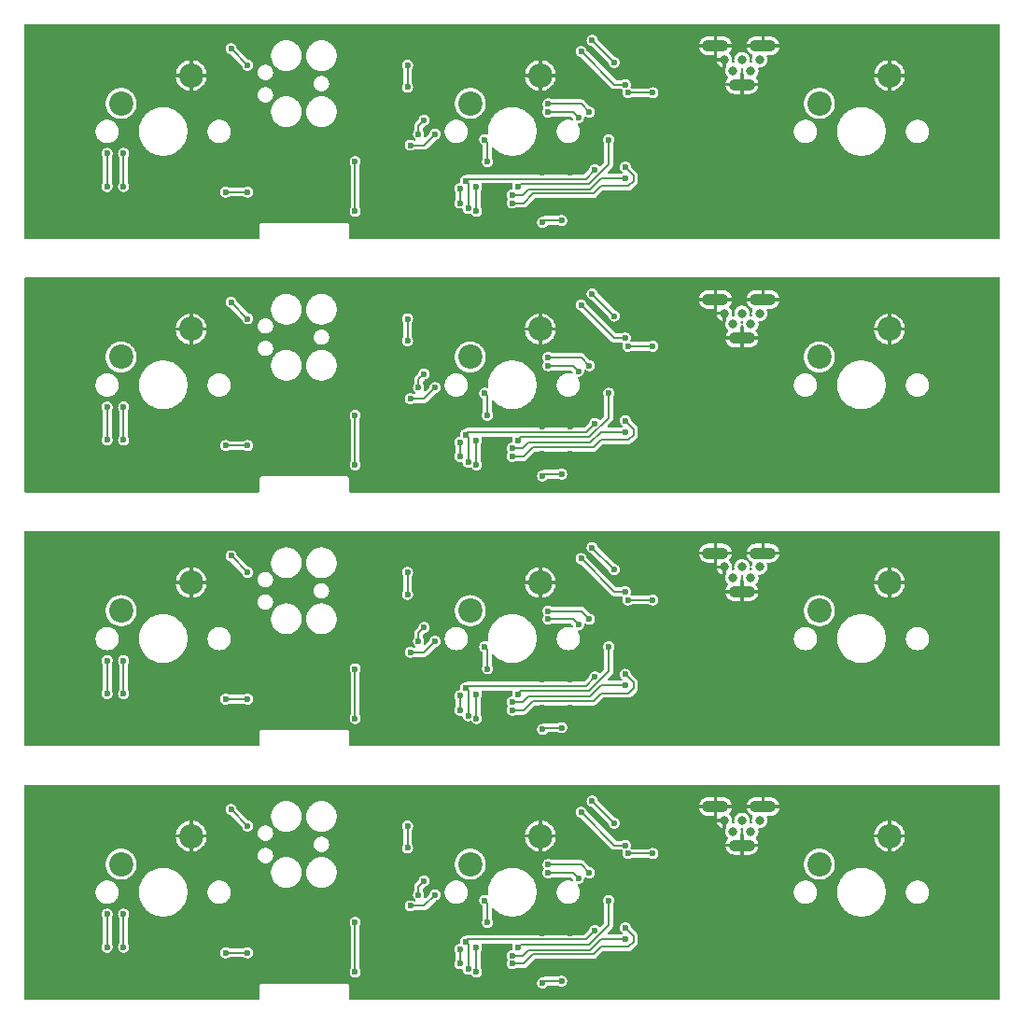
<source format=gtl>
%FSLAX46Y46*%
%MOMM*%
%ADD10C,0.200000*%
%AMPS11*
1,1,2.200000,0.000000,0.000000*
%
%ADD11PS11*%
%AMPS12*
1,1,0.800000,0.000000,0.000000*
%
%ADD12PS12*%
%AMPS14*
1,1,0.600000,0.000000,0.000000*
%
%ADD14PS14*%
%AMPS13*
21,1,1.300000,1.100000,0.000000,0.000000,360.000000*
1,1,1.100000,-0.650000,0.000000*
1,1,1.100000,0.650000,0.000000*
%
%ADD13PS13*%
G01*
%LPD*%
G36*
X26940000Y23250000D02*
X26979004Y23257920D01*
X27011829Y23280425D01*
X27033277Y23313952D01*
X27040000Y23350000D01*
X27040000Y24487197D01*
X27069570Y24600777D01*
X27140827Y24675142D01*
X27263890Y24710000D01*
X34987197Y24710000D01*
X35100777Y24680430D01*
X35175142Y24609173D01*
X35210000Y24486110D01*
X35210000Y23350000D01*
X35217920Y23310996D01*
X35240425Y23278171D01*
X35273952Y23256723D01*
X35310000Y23250000D01*
X94150000Y23250000D01*
X94189004Y23257920D01*
X94221829Y23280425D01*
X94243277Y23313952D01*
X94250000Y23350000D01*
X94250000Y42650000D01*
X94242080Y42689004D01*
X94219575Y42721829D01*
X94186048Y42743277D01*
X94150000Y42750000D01*
X5850000Y42750000D01*
X5810996Y42742080D01*
X5778171Y42719575D01*
X5756723Y42686048D01*
X5750000Y42650000D01*
X5750000Y23350000D01*
X5757920Y23310996D01*
X5780425Y23278171D01*
X5813952Y23256723D01*
X5850000Y23250000D01*
X26940000Y23250000D01*
D02*
G37*
%LPC*%
G36*
X59262524Y38745368D02*
X59237476Y38745368D01*
X59213001Y38746571D01*
X59188088Y38749024D01*
X59163816Y38752625D01*
X59139271Y38757507D01*
X59115505Y38763459D01*
X59091535Y38770731D01*
X59068432Y38778998D01*
X59045338Y38788564D01*
X59023150Y38799057D01*
X59001084Y38810852D01*
X58980028Y38823473D01*
X58959252Y38837355D01*
X58939529Y38851982D01*
X58920205Y38867841D01*
X58902027Y38884316D01*
X58884316Y38902027D01*
X58867849Y38920196D01*
X58851982Y38939529D01*
X58837355Y38959252D01*
X58823473Y38980028D01*
X58810852Y39001084D01*
X58799057Y39023150D01*
X58788564Y39045338D01*
X58778998Y39068432D01*
X58770731Y39091535D01*
X58763459Y39115505D01*
X58757505Y39139278D01*
X58755860Y39147549D01*
X58728492Y39198754D01*
X57198754Y40728492D01*
X57147549Y40755860D01*
X57139278Y40757505D01*
X57115505Y40763459D01*
X57091535Y40770731D01*
X57068432Y40778998D01*
X57045338Y40788564D01*
X57023150Y40799057D01*
X57001084Y40810852D01*
X56980028Y40823473D01*
X56959252Y40837355D01*
X56939529Y40851982D01*
X56920205Y40867841D01*
X56902027Y40884316D01*
X56884316Y40902027D01*
X56867841Y40920205D01*
X56851982Y40939529D01*
X56837355Y40959252D01*
X56823473Y40980028D01*
X56810852Y41001084D01*
X56799057Y41023150D01*
X56788564Y41045338D01*
X56778998Y41068432D01*
X56770731Y41091535D01*
X56763459Y41115505D01*
X56757507Y41139271D01*
X56752625Y41163816D01*
X56749024Y41188088D01*
X56746571Y41213001D01*
X56745368Y41237476D01*
X56745368Y41262524D01*
X56746571Y41286999D01*
X56749024Y41311912D01*
X56752625Y41336184D01*
X56757507Y41360729D01*
X56763459Y41384495D01*
X56770731Y41408465D01*
X56778998Y41431568D01*
X56788564Y41454662D01*
X56799057Y41476850D01*
X56810852Y41498916D01*
X56823473Y41519972D01*
X56837355Y41540748D01*
X56851982Y41560471D01*
X56867841Y41579795D01*
X56884316Y41597973D01*
X56902027Y41615684D01*
X56920205Y41632159D01*
X56939529Y41648018D01*
X56959252Y41662645D01*
X56980028Y41676527D01*
X57001084Y41689148D01*
X57023150Y41700943D01*
X57045338Y41711436D01*
X57068432Y41721002D01*
X57091535Y41729269D01*
X57115505Y41736541D01*
X57139271Y41742493D01*
X57163816Y41747375D01*
X57188088Y41750976D01*
X57213001Y41753429D01*
X57237476Y41754632D01*
X57262524Y41754632D01*
X57286999Y41753429D01*
X57311912Y41750976D01*
X57336184Y41747375D01*
X57360729Y41742493D01*
X57384495Y41736541D01*
X57408465Y41729269D01*
X57431568Y41721002D01*
X57454662Y41711436D01*
X57476850Y41700943D01*
X57498916Y41689148D01*
X57519972Y41676527D01*
X57540748Y41662645D01*
X57560471Y41648018D01*
X57579795Y41632159D01*
X57597973Y41615684D01*
X57615684Y41597973D01*
X57632159Y41579795D01*
X57648018Y41560471D01*
X57662645Y41540748D01*
X57676527Y41519972D01*
X57689148Y41498916D01*
X57700943Y41476850D01*
X57711436Y41454662D01*
X57721002Y41431568D01*
X57729269Y41408465D01*
X57736541Y41384495D01*
X57742495Y41360722D01*
X57744140Y41352451D01*
X57771508Y41301246D01*
X59301246Y39771508D01*
X59352451Y39744140D01*
X59360722Y39742495D01*
X59384495Y39736541D01*
X59408465Y39729269D01*
X59431568Y39721002D01*
X59454662Y39711436D01*
X59476850Y39700943D01*
X59498916Y39689148D01*
X59519972Y39676527D01*
X59540748Y39662645D01*
X59560471Y39648018D01*
X59579795Y39632159D01*
X59597973Y39615684D01*
X59615684Y39597973D01*
X59632159Y39579795D01*
X59648018Y39560471D01*
X59662645Y39540748D01*
X59676527Y39519972D01*
X59689148Y39498916D01*
X59700943Y39476850D01*
X59711443Y39454647D01*
X59721002Y39431568D01*
X59729269Y39408465D01*
X59736541Y39384495D01*
X59742493Y39360729D01*
X59747375Y39336184D01*
X59750976Y39311912D01*
X59753429Y39286999D01*
X59754632Y39262524D01*
X59754632Y39237476D01*
X59753429Y39213001D01*
X59750976Y39188088D01*
X59747375Y39163816D01*
X59742493Y39139271D01*
X59736541Y39115505D01*
X59729269Y39091535D01*
X59721002Y39068432D01*
X59711436Y39045338D01*
X59700943Y39023150D01*
X59689148Y39001084D01*
X59676527Y38980028D01*
X59662645Y38959252D01*
X59648018Y38939529D01*
X59632151Y38920196D01*
X59615684Y38902027D01*
X59597973Y38884316D01*
X59579795Y38867841D01*
X59560471Y38851982D01*
X59540748Y38837355D01*
X59519972Y38823473D01*
X59498916Y38810852D01*
X59476850Y38799057D01*
X59454662Y38788564D01*
X59431568Y38778998D01*
X59408465Y38770731D01*
X59384495Y38763459D01*
X59360729Y38757507D01*
X59336184Y38752625D01*
X59311912Y38749024D01*
X59286999Y38746571D01*
X59262524Y38745368D01*
D02*
G37*
%LPC*%
G36*
X74219840Y40900000D02*
X72883335Y40900000D01*
X72883335Y41600000D01*
X73387012Y41600000D01*
X73425056Y41599065D01*
X73466659Y41595996D01*
X73508068Y41590890D01*
X73549174Y41583756D01*
X73589895Y41574613D01*
X73630100Y41563487D01*
X73669719Y41550399D01*
X73708656Y41535377D01*
X73746795Y41518473D01*
X73784070Y41499710D01*
X73820366Y41479148D01*
X73855611Y41456829D01*
X73889733Y41432799D01*
X73922626Y41407128D01*
X73954220Y41379876D01*
X73984439Y41351104D01*
X74013211Y41320885D01*
X74040463Y41289291D01*
X74066134Y41256398D01*
X74090164Y41222276D01*
X74112483Y41187031D01*
X74133045Y41150735D01*
X74151808Y41113460D01*
X74168712Y41075321D01*
X74183734Y41036384D01*
X74196822Y40996765D01*
X74207948Y40956560D01*
X74217091Y40915839D01*
X74219840Y40900000D01*
D02*
G37*
%LPC*%
G36*
X72583335Y40900000D02*
X71246830Y40900000D01*
X71249579Y40915839D01*
X71258722Y40956560D01*
X71269848Y40996765D01*
X71282936Y41036384D01*
X71297958Y41075321D01*
X71314862Y41113460D01*
X71333625Y41150735D01*
X71354187Y41187031D01*
X71376506Y41222276D01*
X71400536Y41256398D01*
X71426207Y41289291D01*
X71453459Y41320885D01*
X71482231Y41351104D01*
X71512450Y41379876D01*
X71544044Y41407128D01*
X71576937Y41432799D01*
X71611059Y41456829D01*
X71646304Y41479148D01*
X71682600Y41499710D01*
X71719875Y41518473D01*
X71758014Y41535377D01*
X71796951Y41550399D01*
X71836570Y41563487D01*
X71876775Y41574613D01*
X71917496Y41583756D01*
X71958602Y41590890D01*
X72000011Y41595996D01*
X72041614Y41599065D01*
X72079658Y41600000D01*
X72583335Y41600000D01*
X72583335Y40900000D01*
D02*
G37*
%LPC*%
G36*
X69919840Y40900000D02*
X68583335Y40900000D01*
X68583335Y41600000D01*
X69087012Y41600000D01*
X69125056Y41599065D01*
X69166659Y41595996D01*
X69208068Y41590890D01*
X69249174Y41583756D01*
X69289895Y41574613D01*
X69330100Y41563487D01*
X69369719Y41550399D01*
X69408656Y41535377D01*
X69446795Y41518473D01*
X69484070Y41499710D01*
X69520366Y41479148D01*
X69555611Y41456829D01*
X69589733Y41432799D01*
X69622626Y41407128D01*
X69654220Y41379876D01*
X69684439Y41351104D01*
X69713211Y41320885D01*
X69740463Y41289291D01*
X69766134Y41256398D01*
X69790164Y41222276D01*
X69812483Y41187031D01*
X69833045Y41150735D01*
X69851808Y41113460D01*
X69868712Y41075321D01*
X69883734Y41036384D01*
X69896822Y40996765D01*
X69907948Y40956560D01*
X69917091Y40915839D01*
X69919840Y40900000D01*
D02*
G37*
%LPC*%
G36*
X68283335Y40900000D02*
X66946830Y40900000D01*
X66949579Y40915839D01*
X66958722Y40956560D01*
X66969848Y40996765D01*
X66982936Y41036384D01*
X66997958Y41075321D01*
X67014862Y41113460D01*
X67033625Y41150735D01*
X67054187Y41187031D01*
X67076506Y41222276D01*
X67100536Y41256398D01*
X67126207Y41289291D01*
X67153459Y41320885D01*
X67182231Y41351104D01*
X67212450Y41379876D01*
X67244044Y41407128D01*
X67276937Y41432799D01*
X67311059Y41456829D01*
X67346304Y41479148D01*
X67382600Y41499710D01*
X67419875Y41518473D01*
X67458014Y41535377D01*
X67496951Y41550399D01*
X67536570Y41563487D01*
X67576775Y41574613D01*
X67617496Y41583756D01*
X67658602Y41590890D01*
X67700011Y41595996D01*
X67741614Y41599065D01*
X67779658Y41600000D01*
X68283335Y41600000D01*
X68283335Y40900000D01*
D02*
G37*
%LPC*%
G36*
X32700015Y38481200D02*
X32675011Y38481200D01*
X32563492Y38486679D01*
X32538625Y38489129D01*
X32428191Y38505510D01*
X32403643Y38510393D01*
X32295369Y38537514D01*
X32271421Y38544778D01*
X32166336Y38582379D01*
X32143206Y38591960D01*
X32042310Y38639680D01*
X32020225Y38651484D01*
X31924485Y38708868D01*
X31903692Y38722762D01*
X31814016Y38789271D01*
X31794686Y38805134D01*
X31711981Y38880093D01*
X31694273Y38897801D01*
X31619314Y38980506D01*
X31603451Y38999836D01*
X31536942Y39089512D01*
X31523048Y39110305D01*
X31465664Y39206045D01*
X31453860Y39228130D01*
X31406140Y39329026D01*
X31396559Y39352156D01*
X31358958Y39457241D01*
X31351694Y39481189D01*
X31324573Y39589463D01*
X31319690Y39614011D01*
X31303309Y39724445D01*
X31300859Y39749312D01*
X31295380Y39860831D01*
X31295380Y39885835D01*
X31300859Y39997354D01*
X31303309Y40022221D01*
X31319690Y40132655D01*
X31324573Y40157203D01*
X31351694Y40265477D01*
X31358958Y40289425D01*
X31396559Y40394510D01*
X31406140Y40417640D01*
X31453860Y40518536D01*
X31465664Y40540621D01*
X31523048Y40636361D01*
X31536942Y40657154D01*
X31603451Y40746830D01*
X31619314Y40766160D01*
X31694273Y40848865D01*
X31711981Y40866573D01*
X31794686Y40941532D01*
X31814016Y40957395D01*
X31903692Y41023904D01*
X31924485Y41037798D01*
X32020225Y41095182D01*
X32042310Y41106986D01*
X32143206Y41154706D01*
X32166336Y41164287D01*
X32271421Y41201888D01*
X32295369Y41209152D01*
X32403643Y41236273D01*
X32428191Y41241156D01*
X32538625Y41257537D01*
X32563492Y41259987D01*
X32675011Y41265466D01*
X32700015Y41265466D01*
X32811534Y41259987D01*
X32836401Y41257537D01*
X32946835Y41241156D01*
X32971383Y41236273D01*
X33079657Y41209152D01*
X33103605Y41201888D01*
X33208690Y41164287D01*
X33231820Y41154706D01*
X33332716Y41106986D01*
X33354801Y41095182D01*
X33450541Y41037798D01*
X33471334Y41023904D01*
X33561010Y40957395D01*
X33580340Y40941532D01*
X33663045Y40866573D01*
X33680753Y40848865D01*
X33755712Y40766160D01*
X33771575Y40746830D01*
X33838084Y40657154D01*
X33851978Y40636361D01*
X33909362Y40540621D01*
X33921166Y40518536D01*
X33968886Y40417640D01*
X33978467Y40394510D01*
X34016068Y40289425D01*
X34023332Y40265477D01*
X34050453Y40157203D01*
X34055336Y40132655D01*
X34071717Y40022221D01*
X34074167Y39997354D01*
X34079646Y39885835D01*
X34079646Y39860831D01*
X34074167Y39749312D01*
X34071717Y39724445D01*
X34055336Y39614011D01*
X34050453Y39589463D01*
X34023332Y39481189D01*
X34016068Y39457241D01*
X33978467Y39352156D01*
X33968886Y39329026D01*
X33921166Y39228130D01*
X33909362Y39206045D01*
X33851978Y39110305D01*
X33838084Y39089512D01*
X33771575Y38999836D01*
X33755712Y38980506D01*
X33680753Y38897801D01*
X33663045Y38880093D01*
X33580340Y38805134D01*
X33561010Y38789271D01*
X33471334Y38722762D01*
X33450541Y38708868D01*
X33354801Y38651484D01*
X33332716Y38639680D01*
X33231820Y38591960D01*
X33208690Y38582379D01*
X33103605Y38544778D01*
X33079657Y38537514D01*
X32971383Y38510393D01*
X32946835Y38505510D01*
X32836401Y38489129D01*
X32811534Y38486679D01*
X32700015Y38481200D01*
D02*
G37*
%LPC*%
G36*
X29525015Y38481200D02*
X29500011Y38481200D01*
X29388492Y38486679D01*
X29363625Y38489129D01*
X29253191Y38505510D01*
X29228643Y38510393D01*
X29120369Y38537514D01*
X29096421Y38544778D01*
X28991336Y38582379D01*
X28968206Y38591960D01*
X28867310Y38639680D01*
X28845225Y38651484D01*
X28749485Y38708868D01*
X28728692Y38722762D01*
X28639016Y38789271D01*
X28619686Y38805134D01*
X28536981Y38880093D01*
X28519273Y38897801D01*
X28444314Y38980506D01*
X28428451Y38999836D01*
X28361942Y39089512D01*
X28348048Y39110305D01*
X28290664Y39206045D01*
X28278860Y39228130D01*
X28231140Y39329026D01*
X28221559Y39352156D01*
X28183958Y39457241D01*
X28176694Y39481189D01*
X28149573Y39589463D01*
X28144690Y39614011D01*
X28128309Y39724445D01*
X28125859Y39749312D01*
X28120380Y39860831D01*
X28120380Y39885835D01*
X28125859Y39997354D01*
X28128309Y40022221D01*
X28144690Y40132655D01*
X28149573Y40157203D01*
X28176694Y40265477D01*
X28183958Y40289425D01*
X28221559Y40394510D01*
X28231140Y40417640D01*
X28278860Y40518536D01*
X28290664Y40540621D01*
X28348048Y40636361D01*
X28361942Y40657154D01*
X28428451Y40746830D01*
X28444314Y40766160D01*
X28519273Y40848865D01*
X28536981Y40866573D01*
X28619686Y40941532D01*
X28639016Y40957395D01*
X28728692Y41023904D01*
X28749485Y41037798D01*
X28845225Y41095182D01*
X28867310Y41106986D01*
X28968206Y41154706D01*
X28991336Y41164287D01*
X29096421Y41201888D01*
X29120369Y41209152D01*
X29228643Y41236273D01*
X29253191Y41241156D01*
X29363625Y41257537D01*
X29388492Y41259987D01*
X29500011Y41265466D01*
X29525015Y41265466D01*
X29636534Y41259987D01*
X29661401Y41257537D01*
X29771835Y41241156D01*
X29796383Y41236273D01*
X29904657Y41209152D01*
X29928605Y41201888D01*
X30033690Y41164287D01*
X30056820Y41154706D01*
X30157716Y41106986D01*
X30179801Y41095182D01*
X30275541Y41037798D01*
X30296334Y41023904D01*
X30386010Y40957395D01*
X30405340Y40941532D01*
X30488045Y40866573D01*
X30505753Y40848865D01*
X30580712Y40766160D01*
X30596575Y40746830D01*
X30663084Y40657154D01*
X30676978Y40636361D01*
X30734362Y40540621D01*
X30746166Y40518536D01*
X30793886Y40417640D01*
X30803467Y40394510D01*
X30841068Y40289425D01*
X30848332Y40265477D01*
X30875453Y40157203D01*
X30880336Y40132655D01*
X30896717Y40022221D01*
X30899167Y39997354D01*
X30904646Y39885835D01*
X30904646Y39860831D01*
X30899167Y39749312D01*
X30896717Y39724445D01*
X30880336Y39614011D01*
X30875453Y39589463D01*
X30848332Y39481189D01*
X30841068Y39457241D01*
X30803467Y39352156D01*
X30793886Y39329026D01*
X30746166Y39228130D01*
X30734362Y39206045D01*
X30676978Y39110305D01*
X30663084Y39089512D01*
X30596575Y38999836D01*
X30580712Y38980506D01*
X30505753Y38897801D01*
X30488045Y38880093D01*
X30405340Y38805134D01*
X30386010Y38789271D01*
X30296334Y38722762D01*
X30275541Y38708868D01*
X30179801Y38651484D01*
X30157716Y38639680D01*
X30056820Y38591960D01*
X30033690Y38582379D01*
X29928605Y38544778D01*
X29904657Y38537514D01*
X29796383Y38510393D01*
X29771835Y38505510D01*
X29661401Y38489129D01*
X29636534Y38486679D01*
X29525015Y38481200D01*
D02*
G37*
%LPC*%
G36*
X26012524Y38495368D02*
X25987476Y38495368D01*
X25963001Y38496571D01*
X25938088Y38499024D01*
X25913816Y38502625D01*
X25889271Y38507507D01*
X25865505Y38513459D01*
X25841535Y38520731D01*
X25818432Y38528998D01*
X25795338Y38538564D01*
X25773150Y38549057D01*
X25751084Y38560852D01*
X25730028Y38573473D01*
X25709252Y38587355D01*
X25689529Y38601982D01*
X25670205Y38617841D01*
X25652027Y38634316D01*
X25634316Y38652027D01*
X25617841Y38670205D01*
X25601982Y38689529D01*
X25587355Y38709252D01*
X25573473Y38730028D01*
X25560852Y38751084D01*
X25549057Y38773150D01*
X25538564Y38795338D01*
X25528998Y38818432D01*
X25520731Y38841535D01*
X25513459Y38865505D01*
X25507505Y38889278D01*
X25505860Y38897549D01*
X25478492Y38948754D01*
X24448754Y39978492D01*
X24397549Y40005860D01*
X24389278Y40007505D01*
X24365505Y40013459D01*
X24341535Y40020731D01*
X24318432Y40028998D01*
X24295338Y40038564D01*
X24273150Y40049057D01*
X24251084Y40060852D01*
X24230028Y40073473D01*
X24209252Y40087355D01*
X24189529Y40101982D01*
X24170205Y40117841D01*
X24152027Y40134316D01*
X24134316Y40152027D01*
X24117841Y40170205D01*
X24101982Y40189529D01*
X24087355Y40209252D01*
X24073473Y40230028D01*
X24060852Y40251084D01*
X24049057Y40273150D01*
X24038564Y40295338D01*
X24028998Y40318432D01*
X24020731Y40341535D01*
X24013459Y40365505D01*
X24007507Y40389271D01*
X24002625Y40413816D01*
X23999024Y40438088D01*
X23996571Y40463001D01*
X23995368Y40487476D01*
X23995368Y40512524D01*
X23996571Y40536999D01*
X23999024Y40561912D01*
X24002625Y40586184D01*
X24007507Y40610729D01*
X24013459Y40634495D01*
X24020731Y40658465D01*
X24028998Y40681568D01*
X24038564Y40704662D01*
X24049057Y40726850D01*
X24060852Y40748916D01*
X24073473Y40769972D01*
X24087355Y40790748D01*
X24101982Y40810471D01*
X24117841Y40829795D01*
X24134316Y40847973D01*
X24152027Y40865684D01*
X24170205Y40882159D01*
X24189529Y40898018D01*
X24209252Y40912645D01*
X24230028Y40926527D01*
X24251084Y40939148D01*
X24273150Y40950943D01*
X24295338Y40961436D01*
X24318432Y40971002D01*
X24341535Y40979269D01*
X24365505Y40986541D01*
X24389271Y40992493D01*
X24413816Y40997375D01*
X24438088Y41000976D01*
X24463001Y41003429D01*
X24487476Y41004632D01*
X24512524Y41004632D01*
X24536999Y41003429D01*
X24561912Y41000976D01*
X24586184Y40997375D01*
X24610729Y40992493D01*
X24634495Y40986541D01*
X24658465Y40979269D01*
X24681568Y40971002D01*
X24704662Y40961436D01*
X24726850Y40950943D01*
X24748916Y40939148D01*
X24769972Y40926527D01*
X24790748Y40912645D01*
X24810471Y40898018D01*
X24829795Y40882159D01*
X24847973Y40865684D01*
X24865684Y40847973D01*
X24882159Y40829795D01*
X24898018Y40810471D01*
X24912645Y40790748D01*
X24926527Y40769972D01*
X24939148Y40748916D01*
X24950943Y40726850D01*
X24961436Y40704662D01*
X24971002Y40681568D01*
X24979269Y40658465D01*
X24986541Y40634495D01*
X24992495Y40610722D01*
X24994140Y40602451D01*
X25021508Y40551246D01*
X26051246Y39521508D01*
X26102451Y39494140D01*
X26110722Y39492495D01*
X26134495Y39486541D01*
X26158465Y39479269D01*
X26181568Y39471002D01*
X26204662Y39461436D01*
X26226850Y39450943D01*
X26248916Y39439148D01*
X26269972Y39426527D01*
X26290748Y39412645D01*
X26310471Y39398018D01*
X26329795Y39382159D01*
X26347973Y39365684D01*
X26365684Y39347973D01*
X26382159Y39329795D01*
X26398018Y39310471D01*
X26412645Y39290748D01*
X26426527Y39269972D01*
X26439148Y39248916D01*
X26450943Y39226850D01*
X26461436Y39204662D01*
X26471002Y39181568D01*
X26479269Y39158465D01*
X26486541Y39134495D01*
X26492493Y39110729D01*
X26497375Y39086184D01*
X26500976Y39061912D01*
X26503429Y39036999D01*
X26504632Y39012524D01*
X26504632Y38987476D01*
X26503429Y38963001D01*
X26500976Y38938088D01*
X26497375Y38913816D01*
X26492493Y38889271D01*
X26486541Y38865505D01*
X26479269Y38841535D01*
X26471002Y38818432D01*
X26461436Y38795338D01*
X26450943Y38773150D01*
X26439148Y38751084D01*
X26426527Y38730028D01*
X26412645Y38709252D01*
X26398018Y38689529D01*
X26382159Y38670205D01*
X26365684Y38652027D01*
X26347973Y38634316D01*
X26329795Y38617841D01*
X26310471Y38601982D01*
X26290748Y38587355D01*
X26269972Y38573473D01*
X26248916Y38560852D01*
X26226850Y38549057D01*
X26204662Y38538564D01*
X26181568Y38528998D01*
X26158465Y38520731D01*
X26134495Y38513459D01*
X26110729Y38507507D01*
X26086184Y38502625D01*
X26061912Y38499024D01*
X26036999Y38496571D01*
X26012524Y38495368D01*
D02*
G37*
%LPC*%
G36*
X60512524Y35995368D02*
X60487476Y35995368D01*
X60463001Y35996571D01*
X60438088Y35999024D01*
X60413816Y36002625D01*
X60389271Y36007507D01*
X60365505Y36013459D01*
X60341535Y36020731D01*
X60318432Y36028998D01*
X60295338Y36038564D01*
X60273150Y36049057D01*
X60251084Y36060852D01*
X60230028Y36073473D01*
X60209252Y36087355D01*
X60189529Y36101982D01*
X60170205Y36117841D01*
X60152027Y36134316D01*
X60134316Y36152027D01*
X60117841Y36170205D01*
X60101982Y36189529D01*
X60087355Y36209252D01*
X60073473Y36230028D01*
X60060852Y36251084D01*
X60049057Y36273150D01*
X60038564Y36295338D01*
X60028998Y36318432D01*
X60020731Y36341535D01*
X60013459Y36365505D01*
X60007507Y36389271D01*
X60002625Y36413816D01*
X59999024Y36438088D01*
X59996571Y36463001D01*
X59995368Y36487476D01*
X59995368Y36512524D01*
X59996571Y36536999D01*
X59999024Y36561912D01*
X60002625Y36586184D01*
X60007507Y36610729D01*
X60013459Y36634495D01*
X60020731Y36658465D01*
X60028998Y36681568D01*
X60033336Y36692041D01*
X60040945Y36731106D01*
X60032714Y36770045D01*
X60009948Y36802690D01*
X59992361Y36816080D01*
X59980045Y36823463D01*
X59973034Y36828147D01*
X59917477Y36845000D01*
X59252462Y36845000D01*
X59217669Y36846709D01*
X59205496Y36847907D01*
X59137236Y36861485D01*
X59127892Y36864320D01*
X59063618Y36890943D01*
X59055005Y36895547D01*
X58997149Y36934205D01*
X58989630Y36940376D01*
X58965066Y36964978D01*
X58956751Y36970495D01*
X56198754Y39728492D01*
X56147549Y39755860D01*
X56139278Y39757505D01*
X56115505Y39763459D01*
X56091535Y39770731D01*
X56068432Y39778998D01*
X56045338Y39788564D01*
X56023150Y39799057D01*
X56001084Y39810852D01*
X55980028Y39823473D01*
X55959252Y39837355D01*
X55939529Y39851982D01*
X55920205Y39867841D01*
X55902027Y39884316D01*
X55884316Y39902027D01*
X55867841Y39920205D01*
X55851982Y39939529D01*
X55837355Y39959252D01*
X55823473Y39980028D01*
X55810852Y40001084D01*
X55799057Y40023150D01*
X55788564Y40045338D01*
X55778998Y40068432D01*
X55770731Y40091535D01*
X55763459Y40115505D01*
X55757507Y40139271D01*
X55752625Y40163816D01*
X55749024Y40188088D01*
X55746571Y40213001D01*
X55745368Y40237476D01*
X55745368Y40262524D01*
X55746571Y40286999D01*
X55749024Y40311912D01*
X55752625Y40336184D01*
X55757507Y40360729D01*
X55763459Y40384495D01*
X55770731Y40408465D01*
X55778998Y40431568D01*
X55788564Y40454662D01*
X55799057Y40476850D01*
X55810852Y40498916D01*
X55823473Y40519972D01*
X55837355Y40540748D01*
X55851982Y40560471D01*
X55867841Y40579795D01*
X55884316Y40597973D01*
X55902027Y40615684D01*
X55920205Y40632159D01*
X55939529Y40648018D01*
X55959252Y40662645D01*
X55980028Y40676527D01*
X56001084Y40689148D01*
X56023150Y40700943D01*
X56045338Y40711436D01*
X56068432Y40721002D01*
X56091535Y40729269D01*
X56115505Y40736541D01*
X56139271Y40742493D01*
X56163816Y40747375D01*
X56188088Y40750976D01*
X56213001Y40753429D01*
X56237476Y40754632D01*
X56262524Y40754632D01*
X56286999Y40753429D01*
X56311912Y40750976D01*
X56336184Y40747375D01*
X56360729Y40742493D01*
X56384495Y40736541D01*
X56408465Y40729269D01*
X56431568Y40721002D01*
X56454662Y40711436D01*
X56476850Y40700943D01*
X56498916Y40689148D01*
X56519972Y40676527D01*
X56540748Y40662645D01*
X56560471Y40648018D01*
X56579795Y40632159D01*
X56597973Y40615684D01*
X56615684Y40597973D01*
X56632159Y40579795D01*
X56648018Y40560471D01*
X56662645Y40540748D01*
X56676527Y40519972D01*
X56689148Y40498916D01*
X56700943Y40476850D01*
X56711436Y40454662D01*
X56721002Y40431568D01*
X56729269Y40408465D01*
X56736541Y40384495D01*
X56742495Y40360722D01*
X56744140Y40352451D01*
X56771508Y40301246D01*
X59388465Y37684289D01*
X59421645Y37662310D01*
X59459176Y37655000D01*
X59917477Y37655000D01*
X59973034Y37671853D01*
X59980038Y37676533D01*
X60001084Y37689148D01*
X60023150Y37700943D01*
X60045338Y37711436D01*
X60068432Y37721002D01*
X60091535Y37729269D01*
X60115505Y37736541D01*
X60139271Y37742493D01*
X60163816Y37747375D01*
X60188088Y37750976D01*
X60213001Y37753429D01*
X60237476Y37754632D01*
X60262524Y37754632D01*
X60286999Y37753429D01*
X60311912Y37750976D01*
X60336184Y37747375D01*
X60360729Y37742493D01*
X60384495Y37736541D01*
X60408465Y37729269D01*
X60431568Y37721002D01*
X60454662Y37711436D01*
X60476850Y37700943D01*
X60498916Y37689148D01*
X60519972Y37676527D01*
X60540748Y37662645D01*
X60560471Y37648018D01*
X60579795Y37632159D01*
X60597973Y37615684D01*
X60615684Y37597973D01*
X60632159Y37579795D01*
X60648018Y37560471D01*
X60662645Y37540748D01*
X60676527Y37519972D01*
X60689148Y37498916D01*
X60700943Y37476850D01*
X60711436Y37454662D01*
X60721002Y37431568D01*
X60729269Y37408465D01*
X60736541Y37384495D01*
X60742493Y37360729D01*
X60747375Y37336184D01*
X60750976Y37311912D01*
X60753429Y37286999D01*
X60754632Y37262524D01*
X60754632Y37237476D01*
X60753429Y37213001D01*
X60750976Y37188088D01*
X60747375Y37163816D01*
X60742493Y37139271D01*
X60736541Y37115505D01*
X60729269Y37091535D01*
X60721002Y37068432D01*
X60716664Y37057959D01*
X60709055Y37018894D01*
X60717286Y36979955D01*
X60740052Y36947310D01*
X60757639Y36933920D01*
X60769955Y36926537D01*
X60776966Y36921853D01*
X60832523Y36905000D01*
X62417477Y36905000D01*
X62473034Y36921853D01*
X62480038Y36926533D01*
X62501084Y36939148D01*
X62523150Y36950943D01*
X62545338Y36961436D01*
X62568432Y36971002D01*
X62591535Y36979269D01*
X62615505Y36986541D01*
X62639271Y36992493D01*
X62663816Y36997375D01*
X62688088Y37000976D01*
X62713001Y37003429D01*
X62737476Y37004632D01*
X62762524Y37004632D01*
X62786999Y37003429D01*
X62811912Y37000976D01*
X62836184Y36997375D01*
X62860729Y36992493D01*
X62884495Y36986541D01*
X62908465Y36979269D01*
X62931568Y36971002D01*
X62954662Y36961436D01*
X62976850Y36950943D01*
X62998916Y36939148D01*
X63019972Y36926527D01*
X63040748Y36912645D01*
X63060471Y36898018D01*
X63079795Y36882159D01*
X63097973Y36865684D01*
X63115684Y36847973D01*
X63132159Y36829795D01*
X63148018Y36810471D01*
X63162645Y36790748D01*
X63176527Y36769972D01*
X63189148Y36748916D01*
X63200943Y36726850D01*
X63211436Y36704662D01*
X63221002Y36681568D01*
X63229269Y36658465D01*
X63236541Y36634495D01*
X63242493Y36610729D01*
X63247375Y36586184D01*
X63250976Y36561912D01*
X63253429Y36536999D01*
X63254632Y36512524D01*
X63254632Y36487476D01*
X63253429Y36463001D01*
X63250976Y36438088D01*
X63247375Y36413816D01*
X63242493Y36389271D01*
X63236541Y36365505D01*
X63229269Y36341535D01*
X63221002Y36318432D01*
X63211436Y36295338D01*
X63200943Y36273150D01*
X63189148Y36251084D01*
X63176527Y36230028D01*
X63162645Y36209252D01*
X63148018Y36189529D01*
X63132159Y36170205D01*
X63115684Y36152027D01*
X63097973Y36134316D01*
X63079795Y36117841D01*
X63060471Y36101982D01*
X63040748Y36087355D01*
X63019972Y36073473D01*
X62998916Y36060852D01*
X62976850Y36049057D01*
X62954662Y36038564D01*
X62931568Y36028998D01*
X62908465Y36020731D01*
X62884495Y36013459D01*
X62860729Y36007507D01*
X62836184Y36002625D01*
X62811912Y35999024D01*
X62786999Y35996571D01*
X62762524Y35995368D01*
X62737476Y35995368D01*
X62713001Y35996571D01*
X62688088Y35999024D01*
X62663816Y36002625D01*
X62639271Y36007507D01*
X62615505Y36013459D01*
X62591535Y36020731D01*
X62568432Y36028998D01*
X62545338Y36038564D01*
X62523150Y36049057D01*
X62501084Y36060852D01*
X62480038Y36073467D01*
X62473034Y36078147D01*
X62417477Y36095000D01*
X60832523Y36095000D01*
X60776966Y36078147D01*
X60769962Y36073467D01*
X60748916Y36060852D01*
X60726850Y36049057D01*
X60704662Y36038564D01*
X60681568Y36028998D01*
X60658465Y36020731D01*
X60634495Y36013459D01*
X60610729Y36007507D01*
X60586184Y36002625D01*
X60561912Y35999024D01*
X60536999Y35996571D01*
X60512524Y35995368D01*
D02*
G37*
%LPC*%
G36*
X72319840Y37400000D02*
X70983335Y37400000D01*
X70983335Y38183100D01*
X70986751Y38203188D01*
X70979190Y38238267D01*
X70975788Y38246480D01*
X70964215Y38278823D01*
X70954105Y38312152D01*
X70945760Y38345465D01*
X70938959Y38379656D01*
X70933921Y38413631D01*
X70932853Y38424469D01*
X70921148Y38462508D01*
X70895534Y38492970D01*
X70883691Y38499000D01*
X70883951Y38499089D01*
X70913581Y38525662D01*
X70932853Y38575531D01*
X70933921Y38586369D01*
X70938959Y38620344D01*
X70945761Y38654540D01*
X70949932Y38671190D01*
X70951727Y38710949D01*
X70937871Y38748259D01*
X70910561Y38777210D01*
X70874122Y38793216D01*
X70852929Y38795488D01*
X70813741Y38795488D01*
X70774737Y38787568D01*
X70741912Y38765063D01*
X70720464Y38731536D01*
X70713792Y38692300D01*
X70716738Y38671190D01*
X70720909Y38654540D01*
X70727711Y38620344D01*
X70732749Y38586369D01*
X70733817Y38575531D01*
X70745522Y38537492D01*
X70771136Y38507030D01*
X70782979Y38501000D01*
X70782719Y38500911D01*
X70753089Y38474338D01*
X70733817Y38424469D01*
X70732749Y38413631D01*
X70727711Y38379656D01*
X70720910Y38345465D01*
X70712565Y38312152D01*
X70702455Y38278823D01*
X70690882Y38246480D01*
X70687481Y38238270D01*
X70679871Y38199205D01*
X70683335Y38182815D01*
X70683335Y37400000D01*
X69346830Y37400000D01*
X69349579Y37415839D01*
X69358722Y37456560D01*
X69369848Y37496765D01*
X69382936Y37536384D01*
X69397958Y37575321D01*
X69414862Y37613460D01*
X69433625Y37650735D01*
X69454187Y37687031D01*
X69476506Y37722276D01*
X69500536Y37756398D01*
X69526207Y37789291D01*
X69553459Y37820885D01*
X69566207Y37834274D01*
X69587366Y37867983D01*
X69593702Y37907275D01*
X69584211Y37945926D01*
X69560942Y37977323D01*
X69547492Y37989514D01*
X69522851Y38014155D01*
X69499789Y38039600D01*
X69477687Y38066529D01*
X69457231Y38094112D01*
X69437882Y38123072D01*
X69420222Y38152535D01*
X69403798Y38183261D01*
X69389115Y38214306D01*
X69375788Y38246480D01*
X69364215Y38278823D01*
X69354105Y38312152D01*
X69345760Y38345465D01*
X69338959Y38379656D01*
X69333921Y38413631D01*
X69330509Y38448272D01*
X69328823Y38482565D01*
X69328823Y38517435D01*
X69330509Y38551728D01*
X69333921Y38586369D01*
X69338959Y38620344D01*
X69345760Y38654535D01*
X69354105Y38687848D01*
X69364215Y38721177D01*
X69376614Y38755828D01*
X69376239Y38755962D01*
X69383335Y38791630D01*
X69383335Y39550000D01*
X69375415Y39589004D01*
X69352910Y39621829D01*
X69319383Y39643277D01*
X69283335Y39650000D01*
X68549779Y39650000D01*
X68563131Y39703305D01*
X68585675Y39766310D01*
X68591358Y39805702D01*
X68583335Y39836182D01*
X68583335Y40600000D01*
X69919840Y40600000D01*
X69917091Y40584161D01*
X69907948Y40543440D01*
X69896822Y40503235D01*
X69883734Y40463616D01*
X69868712Y40424679D01*
X69851808Y40386540D01*
X69833045Y40349265D01*
X69812483Y40312969D01*
X69790164Y40277724D01*
X69766134Y40243602D01*
X69740463Y40210709D01*
X69713211Y40179115D01*
X69697015Y40162105D01*
X69675855Y40128396D01*
X69669519Y40089104D01*
X69679009Y40050453D01*
X69702280Y40019053D01*
X69728570Y39995225D01*
X69774723Y39944304D01*
X69815663Y39889102D01*
X69850997Y39830149D01*
X69880385Y39768014D01*
X69903539Y39703305D01*
X69920240Y39636632D01*
X69930323Y39568643D01*
X69930980Y39555284D01*
X69940805Y39516716D01*
X69952575Y39501237D01*
X69950613Y39499477D01*
X69930980Y39444716D01*
X69930323Y39431357D01*
X69920240Y39363368D01*
X69911523Y39328568D01*
X69909728Y39288809D01*
X69923584Y39251499D01*
X69950894Y39222548D01*
X69987333Y39206542D01*
X70013432Y39204390D01*
X70015916Y39204512D01*
X70052929Y39204512D01*
X70091933Y39212432D01*
X70124758Y39234937D01*
X70146206Y39268464D01*
X70152878Y39307700D01*
X70149932Y39328810D01*
X70145761Y39345460D01*
X70138959Y39379656D01*
X70133921Y39413631D01*
X70130377Y39449608D01*
X70118673Y39487647D01*
X70109077Y39499059D01*
X70130378Y39550394D01*
X70132134Y39568226D01*
X70132133Y39568226D01*
X70133921Y39586371D01*
X70138959Y39620344D01*
X70145760Y39654535D01*
X70154105Y39687848D01*
X70164215Y39721177D01*
X70175788Y39753520D01*
X70189115Y39785694D01*
X70203798Y39816739D01*
X70220222Y39847465D01*
X70237882Y39876928D01*
X70257231Y39905888D01*
X70277687Y39933471D01*
X70299789Y39960400D01*
X70322851Y39985845D01*
X70347490Y40010484D01*
X70372935Y40033546D01*
X70399864Y40055648D01*
X70427447Y40076104D01*
X70456407Y40095453D01*
X70485870Y40113113D01*
X70516596Y40129537D01*
X70547641Y40144220D01*
X70579815Y40157547D01*
X70612158Y40169120D01*
X70645487Y40179230D01*
X70678800Y40187575D01*
X70712991Y40194376D01*
X70746966Y40199414D01*
X70781607Y40202826D01*
X70815900Y40204512D01*
X70850770Y40204512D01*
X70885063Y40202826D01*
X70919704Y40199414D01*
X70953679Y40194376D01*
X70987870Y40187575D01*
X71021183Y40179230D01*
X71054512Y40169120D01*
X71086855Y40157547D01*
X71119029Y40144220D01*
X71150074Y40129537D01*
X71180800Y40113113D01*
X71210263Y40095453D01*
X71239223Y40076104D01*
X71266806Y40055648D01*
X71293735Y40033546D01*
X71319180Y40010484D01*
X71343819Y39985845D01*
X71366881Y39960400D01*
X71388983Y39933471D01*
X71409439Y39905888D01*
X71428788Y39876928D01*
X71446448Y39847465D01*
X71462872Y39816739D01*
X71477555Y39785694D01*
X71490882Y39753520D01*
X71502455Y39721177D01*
X71512565Y39687848D01*
X71520910Y39654535D01*
X71527711Y39620344D01*
X71532749Y39586369D01*
X71533817Y39575531D01*
X71545522Y39537492D01*
X71571136Y39507030D01*
X71582979Y39501000D01*
X71582719Y39500911D01*
X71553089Y39474338D01*
X71533817Y39424469D01*
X71532749Y39413631D01*
X71527711Y39379656D01*
X71520909Y39345460D01*
X71516738Y39328810D01*
X71514943Y39289051D01*
X71528799Y39251741D01*
X71556109Y39222790D01*
X71592548Y39206784D01*
X71613741Y39204512D01*
X71652929Y39204512D01*
X71691933Y39212432D01*
X71724758Y39234937D01*
X71746206Y39268464D01*
X71752878Y39307700D01*
X71749932Y39328810D01*
X71745761Y39345460D01*
X71738959Y39379656D01*
X71733921Y39413631D01*
X71732853Y39424469D01*
X71721148Y39462508D01*
X71695534Y39492970D01*
X71683691Y39499000D01*
X71683951Y39499089D01*
X71713581Y39525662D01*
X71732853Y39575531D01*
X71733921Y39586369D01*
X71738959Y39620344D01*
X71745760Y39654535D01*
X71754105Y39687848D01*
X71764215Y39721177D01*
X71775788Y39753520D01*
X71789115Y39785694D01*
X71803801Y39816743D01*
X71808193Y39824960D01*
X71819596Y39863091D01*
X71815223Y39902649D01*
X71795768Y39937369D01*
X71759856Y39962708D01*
X71760263Y39963626D01*
X71719875Y39981527D01*
X71682600Y40000290D01*
X71646304Y40020852D01*
X71611059Y40043171D01*
X71576937Y40067201D01*
X71544044Y40092872D01*
X71512450Y40120124D01*
X71482231Y40148896D01*
X71453459Y40179115D01*
X71426207Y40210709D01*
X71400536Y40243602D01*
X71376506Y40277724D01*
X71354187Y40312969D01*
X71333625Y40349265D01*
X71314862Y40386540D01*
X71297958Y40424679D01*
X71282936Y40463616D01*
X71269848Y40503235D01*
X71258722Y40543440D01*
X71249579Y40584161D01*
X71246830Y40600000D01*
X74219840Y40600000D01*
X74217091Y40584161D01*
X74207948Y40543440D01*
X74196822Y40503235D01*
X74183734Y40463616D01*
X74168712Y40424679D01*
X74151808Y40386540D01*
X74133045Y40349265D01*
X74112483Y40312969D01*
X74090164Y40277724D01*
X74066134Y40243602D01*
X74040463Y40210709D01*
X74013211Y40179115D01*
X73984439Y40148896D01*
X73954220Y40120124D01*
X73922626Y40092872D01*
X73889733Y40067201D01*
X73855611Y40043171D01*
X73820366Y40020852D01*
X73784070Y40000290D01*
X73746795Y39981527D01*
X73708656Y39964623D01*
X73669719Y39949601D01*
X73630100Y39936513D01*
X73589895Y39925387D01*
X73549174Y39916244D01*
X73508068Y39909110D01*
X73466659Y39904004D01*
X73425056Y39900935D01*
X73387012Y39900000D01*
X73179868Y39900000D01*
X73140864Y39892080D01*
X73108039Y39869575D01*
X73086591Y39836048D01*
X73079919Y39796812D01*
X73087481Y39761730D01*
X73090882Y39753520D01*
X73102455Y39721177D01*
X73112565Y39687848D01*
X73120910Y39654535D01*
X73127711Y39620344D01*
X73132749Y39586369D01*
X73136161Y39551728D01*
X73137847Y39517435D01*
X73137847Y39482565D01*
X73136161Y39448272D01*
X73132749Y39413631D01*
X73127711Y39379656D01*
X73120910Y39345465D01*
X73112565Y39312152D01*
X73102455Y39278823D01*
X73090882Y39246480D01*
X73077555Y39214306D01*
X73062872Y39183261D01*
X73046448Y39152535D01*
X73028788Y39123072D01*
X73009439Y39094112D01*
X72988983Y39066529D01*
X72966881Y39039600D01*
X72943819Y39014155D01*
X72919180Y38989516D01*
X72893735Y38966454D01*
X72866806Y38944352D01*
X72839223Y38923896D01*
X72810263Y38904547D01*
X72780800Y38886887D01*
X72750074Y38870463D01*
X72719029Y38855780D01*
X72686855Y38842453D01*
X72654512Y38830880D01*
X72621183Y38820770D01*
X72587870Y38812425D01*
X72553679Y38805624D01*
X72519704Y38800586D01*
X72485063Y38797174D01*
X72450770Y38795488D01*
X72413741Y38795488D01*
X72374737Y38787568D01*
X72341912Y38765063D01*
X72320464Y38731536D01*
X72313792Y38692300D01*
X72316738Y38671190D01*
X72320909Y38654540D01*
X72327711Y38620344D01*
X72332749Y38586369D01*
X72336161Y38551728D01*
X72337847Y38517435D01*
X72337847Y38482565D01*
X72336161Y38448272D01*
X72332749Y38413631D01*
X72327711Y38379656D01*
X72320910Y38345465D01*
X72312565Y38312152D01*
X72302455Y38278823D01*
X72290882Y38246480D01*
X72277555Y38214306D01*
X72262872Y38183261D01*
X72246448Y38152535D01*
X72228788Y38123072D01*
X72209439Y38094112D01*
X72188983Y38066529D01*
X72166881Y38039600D01*
X72143819Y38014155D01*
X72119178Y37989514D01*
X72105728Y37977323D01*
X72082148Y37945261D01*
X72072941Y37906541D01*
X72079565Y37867297D01*
X72100463Y37834274D01*
X72113211Y37820885D01*
X72140463Y37789291D01*
X72166134Y37756398D01*
X72190164Y37722276D01*
X72212483Y37687031D01*
X72233045Y37650735D01*
X72251808Y37613460D01*
X72268712Y37575321D01*
X72283734Y37536384D01*
X72296822Y37496765D01*
X72307948Y37456560D01*
X72317091Y37415839D01*
X72319840Y37400000D01*
D02*
G37*
%LPC*%
G36*
X68283335Y39900000D02*
X67779658Y39900000D01*
X67741614Y39900935D01*
X67700011Y39904004D01*
X67658602Y39909110D01*
X67617496Y39916244D01*
X67576775Y39925387D01*
X67536570Y39936513D01*
X67496951Y39949601D01*
X67458014Y39964623D01*
X67419875Y39981527D01*
X67382600Y40000290D01*
X67346304Y40020852D01*
X67311059Y40043171D01*
X67276937Y40067201D01*
X67244044Y40092872D01*
X67212450Y40120124D01*
X67182231Y40148896D01*
X67153459Y40179115D01*
X67126207Y40210709D01*
X67100536Y40243602D01*
X67076506Y40277724D01*
X67054187Y40312969D01*
X67033625Y40349265D01*
X67014862Y40386540D01*
X66997958Y40424679D01*
X66982936Y40463616D01*
X66969848Y40503235D01*
X66958722Y40543440D01*
X66949579Y40584161D01*
X66946830Y40600000D01*
X68283335Y40600000D01*
X68283335Y39900000D01*
D02*
G37*
%LPC*%
G36*
X40512524Y36495368D02*
X40487476Y36495368D01*
X40463001Y36496571D01*
X40438088Y36499024D01*
X40413816Y36502625D01*
X40389271Y36507507D01*
X40365505Y36513459D01*
X40341535Y36520731D01*
X40318432Y36528998D01*
X40295338Y36538564D01*
X40273150Y36549057D01*
X40251084Y36560852D01*
X40230028Y36573473D01*
X40209252Y36587355D01*
X40189529Y36601982D01*
X40170205Y36617841D01*
X40152027Y36634316D01*
X40134316Y36652027D01*
X40117841Y36670205D01*
X40101982Y36689529D01*
X40087355Y36709252D01*
X40073473Y36730028D01*
X40060852Y36751084D01*
X40049057Y36773150D01*
X40038564Y36795338D01*
X40028998Y36818432D01*
X40020731Y36841535D01*
X40013459Y36865505D01*
X40007507Y36889271D01*
X40002625Y36913816D01*
X39999024Y36938088D01*
X39996571Y36963001D01*
X39995368Y36987476D01*
X39995368Y37012524D01*
X39996571Y37036999D01*
X39999024Y37061912D01*
X40002625Y37086184D01*
X40007507Y37110729D01*
X40013459Y37134495D01*
X40020731Y37158465D01*
X40028998Y37181568D01*
X40038564Y37204662D01*
X40049057Y37226850D01*
X40060852Y37248916D01*
X40073467Y37269962D01*
X40078147Y37276966D01*
X40095000Y37332523D01*
X40095000Y38667477D01*
X40078147Y38723034D01*
X40073467Y38730038D01*
X40060852Y38751084D01*
X40049057Y38773150D01*
X40038564Y38795338D01*
X40028998Y38818432D01*
X40020731Y38841535D01*
X40013459Y38865505D01*
X40007507Y38889271D01*
X40002625Y38913816D01*
X39999024Y38938088D01*
X39996571Y38963001D01*
X39995368Y38987476D01*
X39995368Y39012524D01*
X39996571Y39036999D01*
X39999024Y39061912D01*
X40002625Y39086184D01*
X40007507Y39110729D01*
X40013459Y39134495D01*
X40020731Y39158465D01*
X40028998Y39181568D01*
X40038564Y39204662D01*
X40049057Y39226850D01*
X40060852Y39248916D01*
X40073473Y39269972D01*
X40087355Y39290748D01*
X40101982Y39310471D01*
X40117841Y39329795D01*
X40134316Y39347973D01*
X40152027Y39365684D01*
X40170205Y39382159D01*
X40189529Y39398018D01*
X40209252Y39412645D01*
X40230028Y39426527D01*
X40251084Y39439148D01*
X40273150Y39450943D01*
X40295338Y39461436D01*
X40318432Y39471002D01*
X40341535Y39479269D01*
X40365505Y39486541D01*
X40389271Y39492493D01*
X40413816Y39497375D01*
X40438088Y39500976D01*
X40463001Y39503429D01*
X40487476Y39504632D01*
X40512524Y39504632D01*
X40536999Y39503429D01*
X40561912Y39500976D01*
X40586184Y39497375D01*
X40610729Y39492493D01*
X40634495Y39486541D01*
X40658465Y39479269D01*
X40681568Y39471002D01*
X40704662Y39461436D01*
X40726850Y39450943D01*
X40748916Y39439148D01*
X40769972Y39426527D01*
X40790748Y39412645D01*
X40810471Y39398018D01*
X40829795Y39382159D01*
X40847973Y39365684D01*
X40865684Y39347973D01*
X40882159Y39329795D01*
X40898018Y39310471D01*
X40912645Y39290748D01*
X40926527Y39269972D01*
X40939148Y39248916D01*
X40950943Y39226850D01*
X40961436Y39204662D01*
X40971002Y39181568D01*
X40979269Y39158465D01*
X40986541Y39134495D01*
X40992493Y39110729D01*
X40997375Y39086184D01*
X41000976Y39061912D01*
X41003429Y39036999D01*
X41004632Y39012524D01*
X41004632Y38987476D01*
X41003429Y38963001D01*
X41000976Y38938088D01*
X40997375Y38913816D01*
X40992493Y38889271D01*
X40986541Y38865505D01*
X40979269Y38841535D01*
X40971002Y38818432D01*
X40961436Y38795338D01*
X40950943Y38773150D01*
X40939148Y38751084D01*
X40926533Y38730038D01*
X40921853Y38723034D01*
X40905000Y38667477D01*
X40905000Y37332523D01*
X40921853Y37276966D01*
X40926533Y37269962D01*
X40939148Y37248916D01*
X40950943Y37226850D01*
X40961436Y37204662D01*
X40971002Y37181568D01*
X40979269Y37158465D01*
X40986541Y37134495D01*
X40992493Y37110729D01*
X40997375Y37086184D01*
X41000976Y37061912D01*
X41003429Y37036999D01*
X41004632Y37012524D01*
X41004632Y36987476D01*
X41003429Y36963001D01*
X41000976Y36938088D01*
X40997375Y36913816D01*
X40992493Y36889271D01*
X40986541Y36865505D01*
X40979269Y36841535D01*
X40971002Y36818432D01*
X40961436Y36795338D01*
X40950943Y36773150D01*
X40939148Y36751084D01*
X40926527Y36730028D01*
X40912645Y36709252D01*
X40898018Y36689529D01*
X40882159Y36670205D01*
X40865684Y36652027D01*
X40847973Y36634316D01*
X40829795Y36617841D01*
X40810471Y36601982D01*
X40790748Y36587355D01*
X40769972Y36573473D01*
X40748916Y36560852D01*
X40726850Y36549057D01*
X40704662Y36538564D01*
X40681568Y36528998D01*
X40658465Y36520731D01*
X40634495Y36513459D01*
X40610729Y36507507D01*
X40586184Y36502625D01*
X40561912Y36499024D01*
X40536999Y36496571D01*
X40512524Y36495368D01*
D02*
G37*
%LPC*%
G36*
X20723334Y38230000D02*
X19481606Y38230000D01*
X19499883Y38353205D01*
X19533270Y38486500D01*
X19579570Y38615896D01*
X19638325Y38740125D01*
X19708975Y38857997D01*
X19790842Y38968381D01*
X19883129Y39070205D01*
X19984953Y39162492D01*
X20095337Y39244359D01*
X20213209Y39315009D01*
X20337438Y39373764D01*
X20466834Y39420064D01*
X20600129Y39453451D01*
X20723334Y39471728D01*
X20723334Y38230000D01*
D02*
G37*
%LPC*%
G36*
X22265062Y38230000D02*
X21023334Y38230000D01*
X21023334Y39471728D01*
X21146539Y39453451D01*
X21279834Y39420064D01*
X21409230Y39373764D01*
X21533459Y39315009D01*
X21651331Y39244359D01*
X21761715Y39162492D01*
X21863539Y39070205D01*
X21955826Y38968381D01*
X22037693Y38857997D01*
X22108343Y38740125D01*
X22167098Y38615896D01*
X22213398Y38486500D01*
X22246785Y38353205D01*
X22265062Y38230000D01*
D02*
G37*
%LPC*%
G36*
X52390000Y38230000D02*
X51148272Y38230000D01*
X51166549Y38353205D01*
X51199936Y38486500D01*
X51246236Y38615896D01*
X51304991Y38740125D01*
X51375641Y38857997D01*
X51457508Y38968381D01*
X51549795Y39070205D01*
X51651619Y39162492D01*
X51762003Y39244359D01*
X51879875Y39315009D01*
X52004104Y39373764D01*
X52133500Y39420064D01*
X52266795Y39453451D01*
X52390000Y39471728D01*
X52390000Y38230000D01*
D02*
G37*
%LPC*%
G36*
X53931728Y38230000D02*
X52690000Y38230000D01*
X52690000Y39471728D01*
X52813205Y39453451D01*
X52946500Y39420064D01*
X53075896Y39373764D01*
X53200125Y39315009D01*
X53317997Y39244359D01*
X53428381Y39162492D01*
X53530205Y39070205D01*
X53622492Y38968381D01*
X53704359Y38857997D01*
X53775009Y38740125D01*
X53833764Y38615896D01*
X53880064Y38486500D01*
X53913451Y38353205D01*
X53931728Y38230000D01*
D02*
G37*
%LPC*%
G36*
X84056666Y38230000D02*
X82814938Y38230000D01*
X82833215Y38353205D01*
X82866602Y38486500D01*
X82912902Y38615896D01*
X82971657Y38740125D01*
X83042307Y38857997D01*
X83124174Y38968381D01*
X83216461Y39070205D01*
X83318285Y39162492D01*
X83428669Y39244359D01*
X83546541Y39315009D01*
X83670770Y39373764D01*
X83800166Y39420064D01*
X83933461Y39453451D01*
X84056666Y39471728D01*
X84056666Y38230000D01*
D02*
G37*
%LPC*%
G36*
X85598394Y38230000D02*
X84356666Y38230000D01*
X84356666Y39471728D01*
X84479871Y39453451D01*
X84613166Y39420064D01*
X84742562Y39373764D01*
X84866791Y39315009D01*
X84984663Y39244359D01*
X85095047Y39162492D01*
X85196871Y39070205D01*
X85289158Y38968381D01*
X85371025Y38857997D01*
X85441675Y38740125D01*
X85500430Y38615896D01*
X85546730Y38486500D01*
X85580117Y38353205D01*
X85598394Y38230000D01*
D02*
G37*
%LPC*%
G36*
X69083335Y38816444D02*
X69030030Y38829796D01*
X68965321Y38852950D01*
X68903186Y38882338D01*
X68844233Y38917672D01*
X68789031Y38958612D01*
X68738105Y39004770D01*
X68691947Y39055696D01*
X68651007Y39110898D01*
X68615673Y39169851D01*
X68586285Y39231986D01*
X68563131Y39296695D01*
X68549779Y39350000D01*
X69083335Y39350000D01*
X69083335Y38816444D01*
D02*
G37*
%LPC*%
G36*
X27620038Y37649401D02*
X27594988Y37649401D01*
X27551351Y37651546D01*
X27526476Y37653996D01*
X27483217Y37660412D01*
X27458698Y37665290D01*
X27416318Y37675905D01*
X27392348Y37683175D01*
X27351232Y37697887D01*
X27328101Y37707469D01*
X27288589Y37726157D01*
X27266549Y37737938D01*
X27229049Y37760415D01*
X27208255Y37774309D01*
X27173155Y37800340D01*
X27153800Y37816223D01*
X27121438Y37845556D01*
X27103736Y37863258D01*
X27074403Y37895620D01*
X27058520Y37914975D01*
X27032489Y37950075D01*
X27018595Y37970869D01*
X26996118Y38008369D01*
X26984337Y38030409D01*
X26965649Y38069921D01*
X26956067Y38093052D01*
X26941355Y38134168D01*
X26934085Y38158138D01*
X26923470Y38200518D01*
X26918592Y38225037D01*
X26912176Y38268296D01*
X26909726Y38293171D01*
X26907581Y38336808D01*
X26907581Y38361858D01*
X26909726Y38405495D01*
X26912176Y38430370D01*
X26918592Y38473629D01*
X26923470Y38498148D01*
X26934085Y38540528D01*
X26941355Y38564498D01*
X26956067Y38605614D01*
X26965649Y38628745D01*
X26984337Y38668257D01*
X26996118Y38690297D01*
X27018595Y38727797D01*
X27032489Y38748591D01*
X27058520Y38783691D01*
X27074403Y38803046D01*
X27103736Y38835408D01*
X27121438Y38853110D01*
X27153800Y38882443D01*
X27173155Y38898326D01*
X27208255Y38924357D01*
X27229049Y38938251D01*
X27266549Y38960728D01*
X27288589Y38972509D01*
X27328101Y38991197D01*
X27351232Y39000779D01*
X27392348Y39015491D01*
X27416318Y39022761D01*
X27458698Y39033376D01*
X27483217Y39038254D01*
X27526476Y39044670D01*
X27551351Y39047120D01*
X27594988Y39049265D01*
X27620038Y39049265D01*
X27663675Y39047120D01*
X27688550Y39044670D01*
X27731809Y39038254D01*
X27756328Y39033376D01*
X27798708Y39022761D01*
X27822678Y39015491D01*
X27863794Y39000779D01*
X27886925Y38991197D01*
X27926437Y38972509D01*
X27948477Y38960728D01*
X27985977Y38938251D01*
X28006771Y38924357D01*
X28041871Y38898326D01*
X28061226Y38882443D01*
X28093588Y38853110D01*
X28111290Y38835408D01*
X28140623Y38803046D01*
X28156506Y38783691D01*
X28182537Y38748591D01*
X28196431Y38727797D01*
X28218908Y38690297D01*
X28230689Y38668257D01*
X28249377Y38628745D01*
X28258959Y38605614D01*
X28273671Y38564498D01*
X28280941Y38540528D01*
X28291556Y38498148D01*
X28296434Y38473629D01*
X28302850Y38430370D01*
X28305300Y38405495D01*
X28307445Y38361858D01*
X28307445Y38336808D01*
X28305300Y38293171D01*
X28302850Y38268296D01*
X28296434Y38225037D01*
X28291556Y38200518D01*
X28280941Y38158138D01*
X28273671Y38134168D01*
X28258959Y38093052D01*
X28249377Y38069921D01*
X28230689Y38030409D01*
X28218908Y38008369D01*
X28196431Y37970869D01*
X28182537Y37950075D01*
X28156506Y37914975D01*
X28140623Y37895620D01*
X28111290Y37863258D01*
X28093588Y37845556D01*
X28061226Y37816223D01*
X28041871Y37800340D01*
X28006771Y37774309D01*
X27985977Y37760415D01*
X27948477Y37737938D01*
X27926437Y37726157D01*
X27886925Y37707469D01*
X27863794Y37697887D01*
X27822678Y37683175D01*
X27798708Y37675905D01*
X27756328Y37665290D01*
X27731809Y37660412D01*
X27688550Y37653996D01*
X27663675Y37651546D01*
X27620038Y37649401D01*
D02*
G37*
%LPC*%
G36*
X32700038Y36633401D02*
X32674988Y36633401D01*
X32631351Y36635546D01*
X32606476Y36637996D01*
X32563217Y36644412D01*
X32538698Y36649290D01*
X32496318Y36659905D01*
X32472348Y36667175D01*
X32431232Y36681887D01*
X32408101Y36691469D01*
X32368589Y36710157D01*
X32346549Y36721938D01*
X32309049Y36744415D01*
X32288255Y36758309D01*
X32253155Y36784340D01*
X32233800Y36800223D01*
X32201438Y36829556D01*
X32183736Y36847258D01*
X32154403Y36879620D01*
X32138520Y36898975D01*
X32112489Y36934075D01*
X32098595Y36954869D01*
X32076118Y36992369D01*
X32064337Y37014409D01*
X32045649Y37053921D01*
X32036067Y37077052D01*
X32021355Y37118168D01*
X32014085Y37142138D01*
X32003470Y37184518D01*
X31998592Y37209037D01*
X31992176Y37252296D01*
X31989726Y37277171D01*
X31987581Y37320808D01*
X31987581Y37345858D01*
X31989726Y37389495D01*
X31992176Y37414370D01*
X31998592Y37457629D01*
X32003470Y37482148D01*
X32014085Y37524528D01*
X32021355Y37548498D01*
X32036067Y37589614D01*
X32045649Y37612745D01*
X32064337Y37652257D01*
X32076118Y37674297D01*
X32098595Y37711797D01*
X32112489Y37732591D01*
X32138520Y37767691D01*
X32154403Y37787046D01*
X32183736Y37819408D01*
X32201438Y37837110D01*
X32233800Y37866443D01*
X32253155Y37882326D01*
X32288255Y37908357D01*
X32309049Y37922251D01*
X32346549Y37944728D01*
X32368589Y37956509D01*
X32408101Y37975197D01*
X32431232Y37984779D01*
X32472348Y37999491D01*
X32496318Y38006761D01*
X32538698Y38017376D01*
X32563217Y38022254D01*
X32606476Y38028670D01*
X32631351Y38031120D01*
X32674988Y38033265D01*
X32700038Y38033265D01*
X32743675Y38031120D01*
X32768550Y38028670D01*
X32811809Y38022254D01*
X32836328Y38017376D01*
X32878708Y38006761D01*
X32902678Y37999491D01*
X32943794Y37984779D01*
X32966925Y37975197D01*
X33006437Y37956509D01*
X33028477Y37944728D01*
X33065977Y37922251D01*
X33086771Y37908357D01*
X33121871Y37882326D01*
X33141226Y37866443D01*
X33173588Y37837110D01*
X33191290Y37819408D01*
X33220623Y37787046D01*
X33236506Y37767691D01*
X33262537Y37732591D01*
X33276431Y37711797D01*
X33298908Y37674297D01*
X33310689Y37652257D01*
X33329377Y37612745D01*
X33338959Y37589614D01*
X33353671Y37548498D01*
X33360941Y37524528D01*
X33371556Y37482148D01*
X33376434Y37457629D01*
X33382850Y37414370D01*
X33385300Y37389495D01*
X33387445Y37345858D01*
X33387445Y37320808D01*
X33385300Y37277171D01*
X33382850Y37252296D01*
X33376434Y37209037D01*
X33371556Y37184518D01*
X33360941Y37142138D01*
X33353671Y37118168D01*
X33338959Y37077052D01*
X33329377Y37053921D01*
X33310689Y37014409D01*
X33298908Y36992369D01*
X33276431Y36954869D01*
X33262537Y36934075D01*
X33236506Y36898975D01*
X33220623Y36879620D01*
X33191290Y36847258D01*
X33173588Y36829556D01*
X33141226Y36800223D01*
X33121871Y36784340D01*
X33086771Y36758309D01*
X33065977Y36744415D01*
X33028477Y36721938D01*
X33006437Y36710157D01*
X32966925Y36691469D01*
X32943794Y36681887D01*
X32902678Y36667175D01*
X32878708Y36659905D01*
X32836328Y36649290D01*
X32811809Y36644412D01*
X32768550Y36637996D01*
X32743675Y36635546D01*
X32700038Y36633401D01*
D02*
G37*
%LPC*%
G36*
X84356666Y36688272D02*
X84356666Y37930000D01*
X85598394Y37930000D01*
X85580117Y37806795D01*
X85546730Y37673500D01*
X85500430Y37544104D01*
X85441675Y37419875D01*
X85371025Y37302003D01*
X85289158Y37191619D01*
X85196871Y37089795D01*
X85095047Y36997508D01*
X84984663Y36915641D01*
X84866791Y36844991D01*
X84742562Y36786236D01*
X84613166Y36739936D01*
X84479871Y36706549D01*
X84356666Y36688272D01*
D02*
G37*
%LPC*%
G36*
X84056666Y36688272D02*
X83933461Y36706549D01*
X83800166Y36739936D01*
X83670770Y36786236D01*
X83546541Y36844991D01*
X83428669Y36915641D01*
X83318285Y36997508D01*
X83216461Y37089795D01*
X83124174Y37191619D01*
X83042307Y37302003D01*
X82971657Y37419875D01*
X82912902Y37544104D01*
X82866602Y37673500D01*
X82833215Y37806795D01*
X82814938Y37930000D01*
X84056666Y37930000D01*
X84056666Y36688272D01*
D02*
G37*
%LPC*%
G36*
X52690000Y36688272D02*
X52690000Y37930000D01*
X53931728Y37930000D01*
X53913451Y37806795D01*
X53880064Y37673500D01*
X53833764Y37544104D01*
X53775009Y37419875D01*
X53704359Y37302003D01*
X53622492Y37191619D01*
X53530205Y37089795D01*
X53428381Y36997508D01*
X53317997Y36915641D01*
X53200125Y36844991D01*
X53075896Y36786236D01*
X52946500Y36739936D01*
X52813205Y36706549D01*
X52690000Y36688272D01*
D02*
G37*
%LPC*%
G36*
X52390000Y36688272D02*
X52266795Y36706549D01*
X52133500Y36739936D01*
X52004104Y36786236D01*
X51879875Y36844991D01*
X51762003Y36915641D01*
X51651619Y36997508D01*
X51549795Y37089795D01*
X51457508Y37191619D01*
X51375641Y37302003D01*
X51304991Y37419875D01*
X51246236Y37544104D01*
X51199936Y37673500D01*
X51166549Y37806795D01*
X51148272Y37930000D01*
X52390000Y37930000D01*
X52390000Y36688272D01*
D02*
G37*
%LPC*%
G36*
X21023334Y36688272D02*
X21023334Y37930000D01*
X22265062Y37930000D01*
X22246785Y37806795D01*
X22213398Y37673500D01*
X22167098Y37544104D01*
X22108343Y37419875D01*
X22037693Y37302003D01*
X21955826Y37191619D01*
X21863539Y37089795D01*
X21761715Y36997508D01*
X21651331Y36915641D01*
X21533459Y36844991D01*
X21409230Y36786236D01*
X21279834Y36739936D01*
X21146539Y36706549D01*
X21023334Y36688272D01*
D02*
G37*
%LPC*%
G36*
X20723334Y36688272D02*
X20600129Y36706549D01*
X20466834Y36739936D01*
X20337438Y36786236D01*
X20213209Y36844991D01*
X20095337Y36915641D01*
X19984953Y36997508D01*
X19883129Y37089795D01*
X19790842Y37191619D01*
X19708975Y37302003D01*
X19638325Y37419875D01*
X19579570Y37544104D01*
X19533270Y37673500D01*
X19499883Y37806795D01*
X19481606Y37930000D01*
X20723334Y37930000D01*
X20723334Y36688272D01*
D02*
G37*
%LPC*%
G36*
X71487012Y36400000D02*
X70983335Y36400000D01*
X70983335Y37100000D01*
X72319840Y37100000D01*
X72317091Y37084161D01*
X72307948Y37043440D01*
X72296822Y37003235D01*
X72283734Y36963616D01*
X72268712Y36924679D01*
X72251808Y36886540D01*
X72233045Y36849265D01*
X72212483Y36812969D01*
X72190164Y36777724D01*
X72166134Y36743602D01*
X72140463Y36710709D01*
X72113211Y36679115D01*
X72084439Y36648896D01*
X72054220Y36620124D01*
X72022626Y36592872D01*
X71989733Y36567201D01*
X71955611Y36543171D01*
X71920366Y36520852D01*
X71884070Y36500290D01*
X71846795Y36481527D01*
X71808656Y36464623D01*
X71769719Y36449601D01*
X71730100Y36436513D01*
X71689895Y36425387D01*
X71649174Y36416244D01*
X71608068Y36409110D01*
X71566659Y36404004D01*
X71525056Y36400935D01*
X71487012Y36400000D01*
D02*
G37*
%LPC*%
G36*
X70683335Y36400000D02*
X70179658Y36400000D01*
X70141614Y36400935D01*
X70100011Y36404004D01*
X70058602Y36409110D01*
X70017496Y36416244D01*
X69976775Y36425387D01*
X69936570Y36436513D01*
X69896951Y36449601D01*
X69858014Y36464623D01*
X69819875Y36481527D01*
X69782600Y36500290D01*
X69746304Y36520852D01*
X69711059Y36543171D01*
X69676937Y36567201D01*
X69644044Y36592872D01*
X69612450Y36620124D01*
X69582231Y36648896D01*
X69553459Y36679115D01*
X69526207Y36710709D01*
X69500536Y36743602D01*
X69476506Y36777724D01*
X69454187Y36812969D01*
X69433625Y36849265D01*
X69414862Y36886540D01*
X69397958Y36924679D01*
X69382936Y36963616D01*
X69369848Y37003235D01*
X69358722Y37043440D01*
X69349579Y37084161D01*
X69346830Y37100000D01*
X70683335Y37100000D01*
X70683335Y36400000D01*
D02*
G37*
%LPC*%
G36*
X27620038Y35617401D02*
X27594988Y35617401D01*
X27551351Y35619546D01*
X27526476Y35621996D01*
X27483217Y35628412D01*
X27458698Y35633290D01*
X27416318Y35643905D01*
X27392348Y35651175D01*
X27351232Y35665887D01*
X27328101Y35675469D01*
X27288589Y35694157D01*
X27266549Y35705938D01*
X27229049Y35728415D01*
X27208255Y35742309D01*
X27173155Y35768340D01*
X27153800Y35784223D01*
X27121438Y35813556D01*
X27103736Y35831258D01*
X27074403Y35863620D01*
X27058520Y35882975D01*
X27032489Y35918075D01*
X27018595Y35938869D01*
X26996118Y35976369D01*
X26984337Y35998409D01*
X26965649Y36037921D01*
X26956067Y36061052D01*
X26941355Y36102168D01*
X26934085Y36126138D01*
X26923470Y36168518D01*
X26918592Y36193037D01*
X26912176Y36236296D01*
X26909726Y36261171D01*
X26907581Y36304808D01*
X26907581Y36329858D01*
X26909726Y36373495D01*
X26912176Y36398370D01*
X26918592Y36441629D01*
X26923470Y36466148D01*
X26934085Y36508528D01*
X26941355Y36532498D01*
X26956067Y36573614D01*
X26965649Y36596745D01*
X26984337Y36636257D01*
X26996118Y36658297D01*
X27018595Y36695797D01*
X27032489Y36716591D01*
X27058520Y36751691D01*
X27074403Y36771046D01*
X27103736Y36803408D01*
X27121438Y36821110D01*
X27153800Y36850443D01*
X27173155Y36866326D01*
X27208255Y36892357D01*
X27229049Y36906251D01*
X27266549Y36928728D01*
X27288589Y36940509D01*
X27328101Y36959197D01*
X27351232Y36968779D01*
X27392348Y36983491D01*
X27416318Y36990761D01*
X27458698Y37001376D01*
X27483217Y37006254D01*
X27526476Y37012670D01*
X27551351Y37015120D01*
X27594988Y37017265D01*
X27620038Y37017265D01*
X27663675Y37015120D01*
X27688550Y37012670D01*
X27731809Y37006254D01*
X27756328Y37001376D01*
X27798708Y36990761D01*
X27822678Y36983491D01*
X27863794Y36968779D01*
X27886925Y36959197D01*
X27926437Y36940509D01*
X27948477Y36928728D01*
X27985977Y36906251D01*
X28006771Y36892357D01*
X28041871Y36866326D01*
X28061226Y36850443D01*
X28093588Y36821110D01*
X28111290Y36803408D01*
X28140623Y36771046D01*
X28156506Y36751691D01*
X28182537Y36716591D01*
X28196431Y36695797D01*
X28218908Y36658297D01*
X28230689Y36636257D01*
X28249377Y36596745D01*
X28258959Y36573614D01*
X28273671Y36532498D01*
X28280941Y36508528D01*
X28291556Y36466148D01*
X28296434Y36441629D01*
X28302850Y36398370D01*
X28305300Y36373495D01*
X28307445Y36329858D01*
X28307445Y36304808D01*
X28305300Y36261171D01*
X28302850Y36236296D01*
X28296434Y36193037D01*
X28291556Y36168518D01*
X28280941Y36126138D01*
X28273671Y36102168D01*
X28258959Y36061052D01*
X28249377Y36037921D01*
X28230689Y35998409D01*
X28218908Y35976369D01*
X28196431Y35938869D01*
X28182537Y35918075D01*
X28156506Y35882975D01*
X28140623Y35863620D01*
X28111290Y35831258D01*
X28093588Y35813556D01*
X28061226Y35784223D01*
X28041871Y35768340D01*
X28006771Y35742309D01*
X27985977Y35728415D01*
X27948477Y35705938D01*
X27926437Y35694157D01*
X27886925Y35675469D01*
X27863794Y35665887D01*
X27822678Y35651175D01*
X27798708Y35643905D01*
X27756328Y35633290D01*
X27731809Y35628412D01*
X27688550Y35621996D01*
X27663675Y35619546D01*
X27620038Y35617401D01*
D02*
G37*
%LPC*%
G36*
X77874075Y34135488D02*
X77839257Y34135488D01*
X77736316Y34140545D01*
X77701684Y34143957D01*
X77599740Y34159079D01*
X77565567Y34165876D01*
X77465626Y34190910D01*
X77432284Y34201024D01*
X77335287Y34235730D01*
X77303084Y34249069D01*
X77209940Y34293123D01*
X77179230Y34309538D01*
X77090843Y34362515D01*
X77061882Y34381866D01*
X76979109Y34443254D01*
X76952193Y34465344D01*
X76875850Y34534537D01*
X76851203Y34559184D01*
X76782010Y34635527D01*
X76759920Y34662443D01*
X76698532Y34745216D01*
X76679181Y34774177D01*
X76626204Y34862564D01*
X76609789Y34893274D01*
X76565735Y34986418D01*
X76552396Y35018621D01*
X76517690Y35115618D01*
X76507576Y35148960D01*
X76482542Y35248901D01*
X76475745Y35283074D01*
X76460623Y35385018D01*
X76457211Y35419650D01*
X76452154Y35522591D01*
X76452154Y35557409D01*
X76457211Y35660350D01*
X76460623Y35694982D01*
X76475745Y35796926D01*
X76482542Y35831099D01*
X76507576Y35931040D01*
X76517690Y35964382D01*
X76552396Y36061379D01*
X76565735Y36093582D01*
X76609789Y36186726D01*
X76626204Y36217436D01*
X76679181Y36305823D01*
X76698532Y36334784D01*
X76759920Y36417557D01*
X76782010Y36444473D01*
X76851203Y36520816D01*
X76875850Y36545463D01*
X76952193Y36614656D01*
X76979109Y36636746D01*
X77061882Y36698134D01*
X77090843Y36717485D01*
X77179230Y36770462D01*
X77209940Y36786877D01*
X77303084Y36830931D01*
X77335287Y36844270D01*
X77432284Y36878976D01*
X77465626Y36889090D01*
X77565567Y36914124D01*
X77599740Y36920921D01*
X77701684Y36936043D01*
X77736316Y36939455D01*
X77839257Y36944512D01*
X77874075Y36944512D01*
X77977016Y36939455D01*
X78011648Y36936043D01*
X78113592Y36920921D01*
X78147765Y36914124D01*
X78247706Y36889090D01*
X78281048Y36878976D01*
X78378045Y36844270D01*
X78410248Y36830931D01*
X78503392Y36786877D01*
X78534102Y36770462D01*
X78622489Y36717485D01*
X78651450Y36698134D01*
X78734223Y36636746D01*
X78761139Y36614656D01*
X78837482Y36545463D01*
X78862129Y36520816D01*
X78931322Y36444473D01*
X78953412Y36417557D01*
X79014800Y36334784D01*
X79034151Y36305823D01*
X79087128Y36217436D01*
X79103543Y36186726D01*
X79147597Y36093582D01*
X79160936Y36061379D01*
X79195642Y35964382D01*
X79205756Y35931040D01*
X79230790Y35831099D01*
X79237587Y35796926D01*
X79252709Y35694982D01*
X79256121Y35660350D01*
X79261178Y35557409D01*
X79261178Y35522591D01*
X79256121Y35419650D01*
X79252709Y35385018D01*
X79237587Y35283074D01*
X79230790Y35248901D01*
X79205756Y35148960D01*
X79195642Y35115618D01*
X79160936Y35018621D01*
X79147597Y34986418D01*
X79103543Y34893274D01*
X79087128Y34862564D01*
X79034151Y34774177D01*
X79014800Y34745216D01*
X78953412Y34662443D01*
X78931322Y34635527D01*
X78862129Y34559184D01*
X78837482Y34534537D01*
X78761139Y34465344D01*
X78734223Y34443254D01*
X78651450Y34381866D01*
X78622489Y34362515D01*
X78534102Y34309538D01*
X78503392Y34293123D01*
X78410248Y34249069D01*
X78378045Y34235730D01*
X78281048Y34201024D01*
X78247706Y34190910D01*
X78147765Y34165876D01*
X78113592Y34159079D01*
X78011648Y34143957D01*
X77977016Y34140545D01*
X77874075Y34135488D01*
D02*
G37*
%LPC*%
G36*
X46207409Y34135488D02*
X46172591Y34135488D01*
X46069650Y34140545D01*
X46035018Y34143957D01*
X45933074Y34159079D01*
X45898901Y34165876D01*
X45798960Y34190910D01*
X45765618Y34201024D01*
X45668621Y34235730D01*
X45636418Y34249069D01*
X45543274Y34293123D01*
X45512564Y34309538D01*
X45424177Y34362515D01*
X45395216Y34381866D01*
X45312443Y34443254D01*
X45285527Y34465344D01*
X45209184Y34534537D01*
X45184537Y34559184D01*
X45115344Y34635527D01*
X45093254Y34662443D01*
X45031866Y34745216D01*
X45012515Y34774177D01*
X44959538Y34862564D01*
X44943123Y34893274D01*
X44899069Y34986418D01*
X44885730Y35018621D01*
X44851024Y35115618D01*
X44840910Y35148960D01*
X44815876Y35248901D01*
X44809079Y35283074D01*
X44793957Y35385018D01*
X44790545Y35419650D01*
X44785488Y35522591D01*
X44785488Y35557409D01*
X44790545Y35660350D01*
X44793957Y35694982D01*
X44809079Y35796926D01*
X44815876Y35831099D01*
X44840910Y35931040D01*
X44851024Y35964382D01*
X44885730Y36061379D01*
X44899069Y36093582D01*
X44943123Y36186726D01*
X44959538Y36217436D01*
X45012515Y36305823D01*
X45031866Y36334784D01*
X45093254Y36417557D01*
X45115344Y36444473D01*
X45184537Y36520816D01*
X45209184Y36545463D01*
X45285527Y36614656D01*
X45312443Y36636746D01*
X45395216Y36698134D01*
X45424177Y36717485D01*
X45512564Y36770462D01*
X45543274Y36786877D01*
X45636418Y36830931D01*
X45668621Y36844270D01*
X45765618Y36878976D01*
X45798960Y36889090D01*
X45898901Y36914124D01*
X45933074Y36920921D01*
X46035018Y36936043D01*
X46069650Y36939455D01*
X46172591Y36944512D01*
X46207409Y36944512D01*
X46310350Y36939455D01*
X46344982Y36936043D01*
X46446926Y36920921D01*
X46481099Y36914124D01*
X46581040Y36889090D01*
X46614382Y36878976D01*
X46711379Y36844270D01*
X46743582Y36830931D01*
X46836726Y36786877D01*
X46867436Y36770462D01*
X46955823Y36717485D01*
X46984784Y36698134D01*
X47067557Y36636746D01*
X47094473Y36614656D01*
X47170816Y36545463D01*
X47195463Y36520816D01*
X47264656Y36444473D01*
X47286746Y36417557D01*
X47348134Y36334784D01*
X47367485Y36305823D01*
X47420462Y36217436D01*
X47436877Y36186726D01*
X47480931Y36093582D01*
X47494270Y36061379D01*
X47528976Y35964382D01*
X47539090Y35931040D01*
X47564124Y35831099D01*
X47570921Y35796926D01*
X47586043Y35694982D01*
X47589455Y35660350D01*
X47594512Y35557409D01*
X47594512Y35522591D01*
X47589455Y35419650D01*
X47586043Y35385018D01*
X47570921Y35283074D01*
X47564124Y35248901D01*
X47539090Y35148960D01*
X47528976Y35115618D01*
X47494270Y35018621D01*
X47480931Y34986418D01*
X47436877Y34893274D01*
X47420462Y34862564D01*
X47367485Y34774177D01*
X47348134Y34745216D01*
X47286746Y34662443D01*
X47264656Y34635527D01*
X47195463Y34559184D01*
X47170816Y34534537D01*
X47094473Y34465344D01*
X47067557Y34443254D01*
X46984784Y34381866D01*
X46955823Y34362515D01*
X46867436Y34309538D01*
X46836726Y34293123D01*
X46743582Y34249069D01*
X46711379Y34235730D01*
X46614382Y34201024D01*
X46581040Y34190910D01*
X46481099Y34165876D01*
X46446926Y34159079D01*
X46344982Y34143957D01*
X46310350Y34140545D01*
X46207409Y34135488D01*
D02*
G37*
%LPC*%
G36*
X14540743Y34135488D02*
X14505925Y34135488D01*
X14402984Y34140545D01*
X14368352Y34143957D01*
X14266408Y34159079D01*
X14232235Y34165876D01*
X14132294Y34190910D01*
X14098952Y34201024D01*
X14001955Y34235730D01*
X13969752Y34249069D01*
X13876608Y34293123D01*
X13845898Y34309538D01*
X13757511Y34362515D01*
X13728550Y34381866D01*
X13645777Y34443254D01*
X13618861Y34465344D01*
X13542518Y34534537D01*
X13517871Y34559184D01*
X13448678Y34635527D01*
X13426588Y34662443D01*
X13365200Y34745216D01*
X13345849Y34774177D01*
X13292872Y34862564D01*
X13276457Y34893274D01*
X13232403Y34986418D01*
X13219064Y35018621D01*
X13184358Y35115618D01*
X13174244Y35148960D01*
X13149210Y35248901D01*
X13142413Y35283074D01*
X13127291Y35385018D01*
X13123879Y35419650D01*
X13118822Y35522591D01*
X13118822Y35557409D01*
X13123879Y35660350D01*
X13127291Y35694982D01*
X13142413Y35796926D01*
X13149210Y35831099D01*
X13174244Y35931040D01*
X13184358Y35964382D01*
X13219064Y36061379D01*
X13232403Y36093582D01*
X13276457Y36186726D01*
X13292872Y36217436D01*
X13345849Y36305823D01*
X13365200Y36334784D01*
X13426588Y36417557D01*
X13448678Y36444473D01*
X13517871Y36520816D01*
X13542518Y36545463D01*
X13618861Y36614656D01*
X13645777Y36636746D01*
X13728550Y36698134D01*
X13757511Y36717485D01*
X13845898Y36770462D01*
X13876608Y36786877D01*
X13969752Y36830931D01*
X14001955Y36844270D01*
X14098952Y36878976D01*
X14132294Y36889090D01*
X14232235Y36914124D01*
X14266408Y36920921D01*
X14368352Y36936043D01*
X14402984Y36939455D01*
X14505925Y36944512D01*
X14540743Y36944512D01*
X14643684Y36939455D01*
X14678316Y36936043D01*
X14780260Y36920921D01*
X14814433Y36914124D01*
X14914374Y36889090D01*
X14947716Y36878976D01*
X15044713Y36844270D01*
X15076916Y36830931D01*
X15170060Y36786877D01*
X15200770Y36770462D01*
X15289157Y36717485D01*
X15318118Y36698134D01*
X15400891Y36636746D01*
X15427807Y36614656D01*
X15504150Y36545463D01*
X15528797Y36520816D01*
X15597990Y36444473D01*
X15620080Y36417557D01*
X15681468Y36334784D01*
X15700819Y36305823D01*
X15753796Y36217436D01*
X15770211Y36186726D01*
X15814265Y36093582D01*
X15827604Y36061379D01*
X15862310Y35964382D01*
X15872424Y35931040D01*
X15897458Y35831099D01*
X15904255Y35796926D01*
X15919377Y35694982D01*
X15922789Y35660350D01*
X15927846Y35557409D01*
X15927846Y35522591D01*
X15922789Y35419650D01*
X15919377Y35385018D01*
X15904255Y35283074D01*
X15897458Y35248901D01*
X15872424Y35148960D01*
X15862310Y35115618D01*
X15827604Y35018621D01*
X15814265Y34986418D01*
X15770211Y34893274D01*
X15753796Y34862564D01*
X15700819Y34774177D01*
X15681468Y34745216D01*
X15620080Y34662443D01*
X15597990Y34635527D01*
X15528797Y34559184D01*
X15504150Y34534537D01*
X15427807Y34465344D01*
X15400891Y34443254D01*
X15318118Y34381866D01*
X15289157Y34362515D01*
X15200770Y34309538D01*
X15170060Y34293123D01*
X15076916Y34249069D01*
X15044713Y34235730D01*
X14947716Y34201024D01*
X14914374Y34190910D01*
X14814433Y34165876D01*
X14780260Y34159079D01*
X14678316Y34143957D01*
X14643684Y34140545D01*
X14540743Y34135488D01*
D02*
G37*
%LPC*%
G36*
X32700015Y33401200D02*
X32675011Y33401200D01*
X32563492Y33406679D01*
X32538625Y33409129D01*
X32428191Y33425510D01*
X32403643Y33430393D01*
X32295369Y33457514D01*
X32271421Y33464778D01*
X32166336Y33502379D01*
X32143206Y33511960D01*
X32042310Y33559680D01*
X32020225Y33571484D01*
X31924485Y33628868D01*
X31903692Y33642762D01*
X31814016Y33709271D01*
X31794686Y33725134D01*
X31711981Y33800093D01*
X31694273Y33817801D01*
X31619314Y33900506D01*
X31603451Y33919836D01*
X31536942Y34009512D01*
X31523048Y34030305D01*
X31465664Y34126045D01*
X31453860Y34148130D01*
X31406140Y34249026D01*
X31396559Y34272156D01*
X31358958Y34377241D01*
X31351694Y34401189D01*
X31324573Y34509463D01*
X31319690Y34534011D01*
X31303309Y34644445D01*
X31300859Y34669312D01*
X31295380Y34780831D01*
X31295380Y34805835D01*
X31300859Y34917354D01*
X31303309Y34942221D01*
X31319690Y35052655D01*
X31324573Y35077203D01*
X31351694Y35185477D01*
X31358958Y35209425D01*
X31396559Y35314510D01*
X31406140Y35337640D01*
X31453860Y35438536D01*
X31465664Y35460621D01*
X31523048Y35556361D01*
X31536942Y35577154D01*
X31603451Y35666830D01*
X31619314Y35686160D01*
X31694273Y35768865D01*
X31711981Y35786573D01*
X31794686Y35861532D01*
X31814016Y35877395D01*
X31903692Y35943904D01*
X31924485Y35957798D01*
X32020225Y36015182D01*
X32042310Y36026986D01*
X32143206Y36074706D01*
X32166336Y36084287D01*
X32271421Y36121888D01*
X32295369Y36129152D01*
X32403643Y36156273D01*
X32428191Y36161156D01*
X32538625Y36177537D01*
X32563492Y36179987D01*
X32675011Y36185466D01*
X32700015Y36185466D01*
X32811534Y36179987D01*
X32836401Y36177537D01*
X32946835Y36161156D01*
X32971383Y36156273D01*
X33079657Y36129152D01*
X33103605Y36121888D01*
X33208690Y36084287D01*
X33231820Y36074706D01*
X33332716Y36026986D01*
X33354801Y36015182D01*
X33450541Y35957798D01*
X33471334Y35943904D01*
X33561010Y35877395D01*
X33580340Y35861532D01*
X33663045Y35786573D01*
X33680753Y35768865D01*
X33755712Y35686160D01*
X33771575Y35666830D01*
X33838084Y35577154D01*
X33851978Y35556361D01*
X33909362Y35460621D01*
X33921166Y35438536D01*
X33968886Y35337640D01*
X33978467Y35314510D01*
X34016068Y35209425D01*
X34023332Y35185477D01*
X34050453Y35077203D01*
X34055336Y35052655D01*
X34071717Y34942221D01*
X34074167Y34917354D01*
X34079646Y34805835D01*
X34079646Y34780831D01*
X34074167Y34669312D01*
X34071717Y34644445D01*
X34055336Y34534011D01*
X34050453Y34509463D01*
X34023332Y34401189D01*
X34016068Y34377241D01*
X33978467Y34272156D01*
X33968886Y34249026D01*
X33921166Y34148130D01*
X33909362Y34126045D01*
X33851978Y34030305D01*
X33838084Y34009512D01*
X33771575Y33919836D01*
X33755712Y33900506D01*
X33680753Y33817801D01*
X33663045Y33800093D01*
X33580340Y33725134D01*
X33561010Y33709271D01*
X33471334Y33642762D01*
X33450541Y33628868D01*
X33354801Y33571484D01*
X33332716Y33559680D01*
X33231820Y33511960D01*
X33208690Y33502379D01*
X33103605Y33464778D01*
X33079657Y33457514D01*
X32971383Y33430393D01*
X32946835Y33425510D01*
X32836401Y33409129D01*
X32811534Y33406679D01*
X32700015Y33401200D01*
D02*
G37*
%LPC*%
G36*
X29525015Y33401200D02*
X29500011Y33401200D01*
X29388492Y33406679D01*
X29363625Y33409129D01*
X29253191Y33425510D01*
X29228643Y33430393D01*
X29120369Y33457514D01*
X29096421Y33464778D01*
X28991336Y33502379D01*
X28968206Y33511960D01*
X28867310Y33559680D01*
X28845225Y33571484D01*
X28749485Y33628868D01*
X28728692Y33642762D01*
X28639016Y33709271D01*
X28619686Y33725134D01*
X28536981Y33800093D01*
X28519273Y33817801D01*
X28444314Y33900506D01*
X28428451Y33919836D01*
X28361942Y34009512D01*
X28348048Y34030305D01*
X28290664Y34126045D01*
X28278860Y34148130D01*
X28231140Y34249026D01*
X28221559Y34272156D01*
X28183958Y34377241D01*
X28176694Y34401189D01*
X28149573Y34509463D01*
X28144690Y34534011D01*
X28128309Y34644445D01*
X28125859Y34669312D01*
X28120380Y34780831D01*
X28120380Y34805835D01*
X28125859Y34917354D01*
X28128309Y34942221D01*
X28144690Y35052655D01*
X28149573Y35077203D01*
X28176694Y35185477D01*
X28183958Y35209425D01*
X28221559Y35314510D01*
X28231140Y35337640D01*
X28278860Y35438536D01*
X28290664Y35460621D01*
X28348048Y35556361D01*
X28361942Y35577154D01*
X28428451Y35666830D01*
X28444314Y35686160D01*
X28519273Y35768865D01*
X28536981Y35786573D01*
X28619686Y35861532D01*
X28639016Y35877395D01*
X28728692Y35943904D01*
X28749485Y35957798D01*
X28845225Y36015182D01*
X28867310Y36026986D01*
X28968206Y36074706D01*
X28991336Y36084287D01*
X29096421Y36121888D01*
X29120369Y36129152D01*
X29228643Y36156273D01*
X29253191Y36161156D01*
X29363625Y36177537D01*
X29388492Y36179987D01*
X29500011Y36185466D01*
X29525015Y36185466D01*
X29636534Y36179987D01*
X29661401Y36177537D01*
X29771835Y36161156D01*
X29796383Y36156273D01*
X29904657Y36129152D01*
X29928605Y36121888D01*
X30033690Y36084287D01*
X30056820Y36074706D01*
X30157716Y36026986D01*
X30179801Y36015182D01*
X30275541Y35957798D01*
X30296334Y35943904D01*
X30386010Y35877395D01*
X30405340Y35861532D01*
X30488045Y35786573D01*
X30505753Y35768865D01*
X30580712Y35686160D01*
X30596575Y35666830D01*
X30663084Y35577154D01*
X30676978Y35556361D01*
X30734362Y35460621D01*
X30746166Y35438536D01*
X30793886Y35337640D01*
X30803467Y35314510D01*
X30841068Y35209425D01*
X30848332Y35185477D01*
X30875453Y35077203D01*
X30880336Y35052655D01*
X30896717Y34942221D01*
X30899167Y34917354D01*
X30904646Y34805835D01*
X30904646Y34780831D01*
X30899167Y34669312D01*
X30896717Y34644445D01*
X30880336Y34534011D01*
X30875453Y34509463D01*
X30848332Y34401189D01*
X30841068Y34377241D01*
X30803467Y34272156D01*
X30793886Y34249026D01*
X30746166Y34148130D01*
X30734362Y34126045D01*
X30676978Y34030305D01*
X30663084Y34009512D01*
X30596575Y33919836D01*
X30580712Y33900506D01*
X30505753Y33817801D01*
X30488045Y33800093D01*
X30405340Y33725134D01*
X30386010Y33709271D01*
X30296334Y33642762D01*
X30275541Y33628868D01*
X30179801Y33571484D01*
X30157716Y33559680D01*
X30056820Y33511960D01*
X30033690Y33502379D01*
X29928605Y33464778D01*
X29904657Y33457514D01*
X29796383Y33430393D01*
X29771835Y33425510D01*
X29661401Y33409129D01*
X29636534Y33406679D01*
X29525015Y33401200D01*
D02*
G37*
%LPC*%
G36*
X55092502Y31945367D02*
X55067498Y31945367D01*
X54989060Y31949220D01*
X54964195Y31951670D01*
X54886505Y31963194D01*
X54861987Y31968071D01*
X54785829Y31987148D01*
X54761881Y31994412D01*
X54687974Y32020857D01*
X54664853Y32030434D01*
X54593880Y32064001D01*
X54571832Y32075786D01*
X54504472Y32116160D01*
X54483679Y32130053D01*
X54420611Y32176828D01*
X54401280Y32192692D01*
X54343116Y32245410D01*
X54325410Y32263116D01*
X54272692Y32321280D01*
X54256828Y32340611D01*
X54210053Y32403679D01*
X54196160Y32424472D01*
X54155786Y32491832D01*
X54144001Y32513880D01*
X54110434Y32584853D01*
X54100857Y32607974D01*
X54074412Y32681881D01*
X54067148Y32705829D01*
X54048071Y32781987D01*
X54043194Y32806505D01*
X54031670Y32884195D01*
X54029220Y32909060D01*
X54025367Y32987498D01*
X54025367Y33012502D01*
X54029220Y33090940D01*
X54031670Y33115805D01*
X54043194Y33193495D01*
X54048071Y33218013D01*
X54067148Y33294171D01*
X54074412Y33318119D01*
X54100857Y33392026D01*
X54110434Y33415147D01*
X54144001Y33486120D01*
X54155786Y33508168D01*
X54196160Y33575528D01*
X54210053Y33596321D01*
X54256828Y33659389D01*
X54272692Y33678720D01*
X54325410Y33736884D01*
X54343116Y33754590D01*
X54401280Y33807308D01*
X54420611Y33823172D01*
X54483679Y33869947D01*
X54504472Y33883840D01*
X54571832Y33924214D01*
X54593880Y33935999D01*
X54664853Y33969566D01*
X54687974Y33979143D01*
X54761881Y34005588D01*
X54785829Y34012852D01*
X54861987Y34031929D01*
X54886505Y34036806D01*
X54964195Y34048330D01*
X54989060Y34050780D01*
X55067498Y34054633D01*
X55092502Y34054633D01*
X55170940Y34050780D01*
X55195805Y34048330D01*
X55273495Y34036806D01*
X55298013Y34031929D01*
X55374177Y34012851D01*
X55383823Y34009925D01*
X55423446Y34006183D01*
X55461390Y34018193D01*
X55491645Y34044050D01*
X55509419Y34079661D01*
X55509850Y34129920D01*
X55507502Y34139294D01*
X55505860Y34147549D01*
X55478492Y34198754D01*
X55361535Y34315711D01*
X55328355Y34337690D01*
X55290824Y34345000D01*
X53582523Y34345000D01*
X53526966Y34328147D01*
X53519962Y34323467D01*
X53498916Y34310852D01*
X53476850Y34299057D01*
X53454662Y34288564D01*
X53431568Y34278998D01*
X53408465Y34270731D01*
X53384495Y34263459D01*
X53360729Y34257507D01*
X53336184Y34252625D01*
X53311912Y34249024D01*
X53286999Y34246571D01*
X53262524Y34245368D01*
X53237476Y34245368D01*
X53213001Y34246571D01*
X53188088Y34249024D01*
X53163816Y34252625D01*
X53139271Y34257507D01*
X53115505Y34263459D01*
X53091535Y34270731D01*
X53068432Y34278998D01*
X53045338Y34288564D01*
X53023150Y34299057D01*
X53001084Y34310852D01*
X52980028Y34323473D01*
X52959252Y34337355D01*
X52939529Y34351982D01*
X52920205Y34367841D01*
X52902027Y34384316D01*
X52884316Y34402027D01*
X52867841Y34420205D01*
X52851982Y34439529D01*
X52837355Y34459252D01*
X52823473Y34480028D01*
X52810852Y34501084D01*
X52799057Y34523150D01*
X52788564Y34545338D01*
X52778998Y34568432D01*
X52770731Y34591535D01*
X52763459Y34615505D01*
X52757507Y34639271D01*
X52752625Y34663816D01*
X52749024Y34688088D01*
X52746571Y34713001D01*
X52745368Y34737476D01*
X52745368Y34762524D01*
X52746571Y34786999D01*
X52749024Y34811912D01*
X52752625Y34836184D01*
X52757507Y34860729D01*
X52763459Y34884495D01*
X52770731Y34908465D01*
X52778998Y34931568D01*
X52788564Y34954662D01*
X52799057Y34976850D01*
X52810852Y34998916D01*
X52823473Y35019972D01*
X52837355Y35040748D01*
X52851984Y35060473D01*
X52852876Y35061560D01*
X52853090Y35061965D01*
X52853439Y35062435D01*
X52853367Y35062488D01*
X52871498Y35096734D01*
X52874926Y35136386D01*
X52853293Y35187456D01*
X52853439Y35187565D01*
X52852990Y35188170D01*
X52852876Y35188440D01*
X52851984Y35189527D01*
X52837355Y35209252D01*
X52823473Y35230028D01*
X52810852Y35251084D01*
X52799057Y35273150D01*
X52788564Y35295338D01*
X52778998Y35318432D01*
X52770731Y35341535D01*
X52763459Y35365505D01*
X52757507Y35389271D01*
X52752625Y35413816D01*
X52749024Y35438088D01*
X52746571Y35463001D01*
X52745368Y35487476D01*
X52745368Y35512524D01*
X52746571Y35536999D01*
X52749024Y35561912D01*
X52752625Y35586184D01*
X52757507Y35610729D01*
X52763459Y35634495D01*
X52770731Y35658465D01*
X52778998Y35681568D01*
X52788564Y35704662D01*
X52799057Y35726850D01*
X52810852Y35748916D01*
X52823473Y35769972D01*
X52837355Y35790748D01*
X52851982Y35810471D01*
X52867841Y35829795D01*
X52884316Y35847973D01*
X52902027Y35865684D01*
X52920205Y35882159D01*
X52939529Y35898018D01*
X52959252Y35912645D01*
X52980028Y35926527D01*
X53001084Y35939148D01*
X53023150Y35950943D01*
X53045338Y35961436D01*
X53068432Y35971002D01*
X53091535Y35979269D01*
X53115505Y35986541D01*
X53139271Y35992493D01*
X53163816Y35997375D01*
X53188088Y36000976D01*
X53213001Y36003429D01*
X53237476Y36004632D01*
X53262524Y36004632D01*
X53286999Y36003429D01*
X53311912Y36000976D01*
X53336184Y35997375D01*
X53360729Y35992493D01*
X53384495Y35986541D01*
X53408465Y35979269D01*
X53431568Y35971002D01*
X53454662Y35961436D01*
X53476850Y35950943D01*
X53498916Y35939148D01*
X53519962Y35926533D01*
X53526966Y35921853D01*
X53582523Y35905000D01*
X56247535Y35905000D01*
X56282362Y35903289D01*
X56294520Y35902091D01*
X56362757Y35888516D01*
X56372107Y35885679D01*
X56436381Y35859056D01*
X56444994Y35854452D01*
X56502850Y35815794D01*
X56512300Y35808038D01*
X56538105Y35784649D01*
X57051246Y35271508D01*
X57102451Y35244140D01*
X57110722Y35242495D01*
X57134495Y35236541D01*
X57158465Y35229269D01*
X57181568Y35221002D01*
X57204662Y35211436D01*
X57226850Y35200943D01*
X57248916Y35189148D01*
X57269972Y35176527D01*
X57290748Y35162645D01*
X57310471Y35148018D01*
X57329795Y35132159D01*
X57347973Y35115684D01*
X57365684Y35097973D01*
X57382159Y35079795D01*
X57398018Y35060471D01*
X57412645Y35040748D01*
X57426527Y35019972D01*
X57439148Y34998916D01*
X57450943Y34976850D01*
X57461436Y34954662D01*
X57471002Y34931568D01*
X57479269Y34908465D01*
X57486541Y34884495D01*
X57492493Y34860729D01*
X57497375Y34836184D01*
X57500976Y34811912D01*
X57503429Y34786999D01*
X57504632Y34762524D01*
X57504632Y34737476D01*
X57503429Y34713001D01*
X57500976Y34688088D01*
X57497375Y34663816D01*
X57492493Y34639271D01*
X57486541Y34615505D01*
X57479269Y34591535D01*
X57471002Y34568432D01*
X57461436Y34545338D01*
X57450943Y34523150D01*
X57439148Y34501084D01*
X57426527Y34480028D01*
X57412645Y34459252D01*
X57398018Y34439529D01*
X57382159Y34420205D01*
X57365684Y34402027D01*
X57347973Y34384316D01*
X57329795Y34367841D01*
X57310471Y34351982D01*
X57290748Y34337355D01*
X57269972Y34323473D01*
X57248916Y34310852D01*
X57226850Y34299057D01*
X57204662Y34288564D01*
X57181568Y34278998D01*
X57158465Y34270731D01*
X57134495Y34263459D01*
X57110729Y34257507D01*
X57086184Y34252625D01*
X57061912Y34249024D01*
X57036999Y34246571D01*
X57012524Y34245368D01*
X56987476Y34245368D01*
X56963001Y34246571D01*
X56938088Y34249024D01*
X56913816Y34252625D01*
X56889271Y34257507D01*
X56865505Y34263459D01*
X56841535Y34270731D01*
X56818432Y34278998D01*
X56795338Y34288564D01*
X56773150Y34299057D01*
X56751084Y34310852D01*
X56730028Y34323473D01*
X56709252Y34337355D01*
X56689529Y34351982D01*
X56668302Y34369403D01*
X56668033Y34369075D01*
X56636173Y34388003D01*
X56596738Y34393375D01*
X56558331Y34382941D01*
X56527035Y34358354D01*
X56507807Y34323507D01*
X56503346Y34288679D01*
X56504632Y34262505D01*
X56504632Y34237476D01*
X56503429Y34213001D01*
X56500976Y34188088D01*
X56497375Y34163816D01*
X56492493Y34139271D01*
X56486541Y34115505D01*
X56479269Y34091535D01*
X56471002Y34068432D01*
X56461436Y34045338D01*
X56450943Y34023150D01*
X56439148Y34001084D01*
X56426527Y33980028D01*
X56412645Y33959252D01*
X56398018Y33939529D01*
X56382159Y33920205D01*
X56365684Y33902027D01*
X56347973Y33884316D01*
X56329795Y33867841D01*
X56310471Y33851982D01*
X56290748Y33837355D01*
X56269972Y33823473D01*
X56248916Y33810852D01*
X56226850Y33799057D01*
X56204662Y33788564D01*
X56181568Y33778998D01*
X56158465Y33770731D01*
X56134495Y33763459D01*
X56110729Y33757507D01*
X56086184Y33752625D01*
X56061912Y33749024D01*
X56037002Y33746571D01*
X56031817Y33746316D01*
X55993250Y33736490D01*
X55961570Y33712400D01*
X55941794Y33677861D01*
X55937057Y33638344D01*
X55953582Y33590880D01*
X55963840Y33575528D01*
X56004214Y33508168D01*
X56015999Y33486120D01*
X56049566Y33415147D01*
X56059143Y33392026D01*
X56085588Y33318119D01*
X56092852Y33294171D01*
X56111929Y33218013D01*
X56116806Y33193495D01*
X56128330Y33115805D01*
X56130780Y33090940D01*
X56134633Y33012502D01*
X56134633Y32987498D01*
X56130780Y32909060D01*
X56128330Y32884195D01*
X56116806Y32806505D01*
X56111929Y32781987D01*
X56092852Y32705829D01*
X56085588Y32681881D01*
X56059143Y32607974D01*
X56049566Y32584853D01*
X56015999Y32513880D01*
X56004214Y32491832D01*
X55963840Y32424472D01*
X55949947Y32403679D01*
X55903172Y32340611D01*
X55887308Y32321280D01*
X55834590Y32263116D01*
X55816884Y32245410D01*
X55758720Y32192692D01*
X55739389Y32176828D01*
X55676321Y32130053D01*
X55655528Y32116160D01*
X55588168Y32075786D01*
X55566120Y32064001D01*
X55495147Y32030434D01*
X55472026Y32020857D01*
X55398119Y31994412D01*
X55374171Y31987148D01*
X55298013Y31968071D01*
X55273495Y31963194D01*
X55195805Y31951670D01*
X55170940Y31949220D01*
X55092502Y31945367D01*
D02*
G37*
%LPC*%
G36*
X81679168Y30795367D02*
X81654164Y30795367D01*
X81463007Y30804758D01*
X81438140Y30807208D01*
X81248832Y30835289D01*
X81224286Y30840172D01*
X81038679Y30886664D01*
X81014709Y30893935D01*
X80834557Y30958394D01*
X80811434Y30967971D01*
X80638441Y31049791D01*
X80616376Y31061586D01*
X80452246Y31159962D01*
X80431434Y31173867D01*
X80277734Y31287860D01*
X80258389Y31303737D01*
X80116610Y31432237D01*
X80098903Y31449944D01*
X79970403Y31591723D01*
X79954526Y31611068D01*
X79840533Y31764768D01*
X79826628Y31785580D01*
X79728252Y31949710D01*
X79716457Y31971775D01*
X79634637Y32144768D01*
X79625060Y32167891D01*
X79560601Y32348043D01*
X79553330Y32372013D01*
X79506838Y32557620D01*
X79501955Y32582166D01*
X79473874Y32771474D01*
X79471424Y32796341D01*
X79462033Y32987498D01*
X79462033Y33012502D01*
X79471424Y33203659D01*
X79473874Y33228526D01*
X79501955Y33417834D01*
X79506838Y33442380D01*
X79553330Y33627987D01*
X79560601Y33651957D01*
X79625060Y33832109D01*
X79634637Y33855232D01*
X79716457Y34028225D01*
X79728252Y34050290D01*
X79826628Y34214420D01*
X79840533Y34235232D01*
X79954526Y34388932D01*
X79970403Y34408277D01*
X80098903Y34550056D01*
X80116610Y34567763D01*
X80258389Y34696263D01*
X80277734Y34712140D01*
X80431434Y34826133D01*
X80452246Y34840038D01*
X80616376Y34938414D01*
X80638441Y34950209D01*
X80811434Y35032029D01*
X80834557Y35041606D01*
X81014709Y35106065D01*
X81038679Y35113336D01*
X81224286Y35159828D01*
X81248832Y35164711D01*
X81438140Y35192792D01*
X81463007Y35195242D01*
X81654164Y35204633D01*
X81679168Y35204633D01*
X81870325Y35195242D01*
X81895192Y35192792D01*
X82084500Y35164711D01*
X82109046Y35159828D01*
X82294653Y35113336D01*
X82318623Y35106065D01*
X82498775Y35041606D01*
X82521898Y35032029D01*
X82694891Y34950209D01*
X82716956Y34938414D01*
X82881086Y34840038D01*
X82901898Y34826133D01*
X83055598Y34712140D01*
X83074943Y34696263D01*
X83216722Y34567763D01*
X83234429Y34550056D01*
X83362929Y34408277D01*
X83378806Y34388932D01*
X83492799Y34235232D01*
X83506704Y34214420D01*
X83605080Y34050290D01*
X83616875Y34028225D01*
X83698695Y33855232D01*
X83708272Y33832109D01*
X83772731Y33651957D01*
X83780002Y33627987D01*
X83826494Y33442380D01*
X83831377Y33417834D01*
X83859458Y33228526D01*
X83861908Y33203659D01*
X83871299Y33012502D01*
X83871299Y32987498D01*
X83861908Y32796341D01*
X83859458Y32771474D01*
X83831377Y32582166D01*
X83826494Y32557620D01*
X83780002Y32372013D01*
X83772731Y32348043D01*
X83708272Y32167891D01*
X83698695Y32144768D01*
X83616875Y31971775D01*
X83605080Y31949710D01*
X83506704Y31785580D01*
X83492799Y31764768D01*
X83378806Y31611068D01*
X83362929Y31591723D01*
X83234429Y31449944D01*
X83216722Y31432237D01*
X83074943Y31303737D01*
X83055598Y31287860D01*
X82901898Y31173867D01*
X82881086Y31159962D01*
X82716956Y31061586D01*
X82694891Y31049791D01*
X82521898Y30967971D01*
X82498775Y30958394D01*
X82318623Y30893935D01*
X82294653Y30886664D01*
X82109046Y30840172D01*
X82084500Y30835289D01*
X81895192Y30807208D01*
X81870325Y30804758D01*
X81679168Y30795367D01*
D02*
G37*
%LPC*%
G36*
X47762524Y29745368D02*
X47737476Y29745368D01*
X47713001Y29746571D01*
X47688088Y29749024D01*
X47663816Y29752625D01*
X47639271Y29757507D01*
X47615505Y29763459D01*
X47591535Y29770731D01*
X47568432Y29778998D01*
X47545338Y29788564D01*
X47523150Y29799057D01*
X47501084Y29810852D01*
X47480028Y29823473D01*
X47459252Y29837355D01*
X47439529Y29851982D01*
X47420205Y29867841D01*
X47402027Y29884316D01*
X47384316Y29902027D01*
X47367841Y29920205D01*
X47351982Y29939529D01*
X47337355Y29959252D01*
X47323473Y29980028D01*
X47310852Y30001084D01*
X47299057Y30023150D01*
X47288564Y30045338D01*
X47278998Y30068432D01*
X47270731Y30091535D01*
X47263459Y30115505D01*
X47257507Y30139271D01*
X47252625Y30163816D01*
X47249024Y30188088D01*
X47246571Y30213001D01*
X47245368Y30237476D01*
X47245368Y30262524D01*
X47246571Y30286999D01*
X47249024Y30311912D01*
X47252625Y30336184D01*
X47257507Y30360729D01*
X47263459Y30384495D01*
X47270731Y30408465D01*
X47278998Y30431568D01*
X47288564Y30454662D01*
X47299057Y30476850D01*
X47310852Y30498916D01*
X47323467Y30519962D01*
X47328147Y30526966D01*
X47345000Y30582523D01*
X47345000Y31701751D01*
X47337080Y31740755D01*
X47314575Y31773580D01*
X47287752Y31792152D01*
X47273148Y31799058D01*
X47251084Y31810852D01*
X47230028Y31823473D01*
X47209252Y31837355D01*
X47189529Y31851982D01*
X47170205Y31867841D01*
X47152027Y31884316D01*
X47134316Y31902027D01*
X47117841Y31920205D01*
X47101982Y31939529D01*
X47087355Y31959252D01*
X47073473Y31980028D01*
X47060852Y32001084D01*
X47049057Y32023150D01*
X47038564Y32045338D01*
X47028998Y32068432D01*
X47020731Y32091535D01*
X47013459Y32115505D01*
X47007507Y32139271D01*
X47002625Y32163816D01*
X46999024Y32188088D01*
X46996571Y32213001D01*
X46995368Y32237476D01*
X46995368Y32262524D01*
X46996571Y32286999D01*
X46999024Y32311912D01*
X47002625Y32336184D01*
X47007507Y32360729D01*
X47013459Y32384495D01*
X47020731Y32408465D01*
X47028998Y32431568D01*
X47038564Y32454662D01*
X47049057Y32476850D01*
X47060852Y32498916D01*
X47073473Y32519972D01*
X47087355Y32540748D01*
X47101982Y32560471D01*
X47117841Y32579795D01*
X47134316Y32597973D01*
X47152027Y32615684D01*
X47170205Y32632159D01*
X47189529Y32648018D01*
X47209252Y32662645D01*
X47230028Y32676527D01*
X47251084Y32689148D01*
X47273150Y32700943D01*
X47295338Y32711436D01*
X47318432Y32721002D01*
X47341535Y32729269D01*
X47365505Y32736541D01*
X47389271Y32742493D01*
X47413816Y32747375D01*
X47438088Y32750976D01*
X47463001Y32753429D01*
X47487476Y32754632D01*
X47512524Y32754632D01*
X47536999Y32753429D01*
X47561912Y32750976D01*
X47586184Y32747375D01*
X47610729Y32742493D01*
X47634495Y32736541D01*
X47658461Y32729270D01*
X47669817Y32725207D01*
X47709209Y32719525D01*
X47747697Y32729656D01*
X47779186Y32753997D01*
X47798687Y32788692D01*
X47803386Y32824269D01*
X47795367Y32987498D01*
X47795367Y33012502D01*
X47804758Y33203659D01*
X47807208Y33228526D01*
X47835289Y33417834D01*
X47840172Y33442380D01*
X47886664Y33627987D01*
X47893935Y33651957D01*
X47958394Y33832109D01*
X47967971Y33855232D01*
X48049791Y34028225D01*
X48061586Y34050290D01*
X48159962Y34214420D01*
X48173867Y34235232D01*
X48287860Y34388932D01*
X48303737Y34408277D01*
X48432237Y34550056D01*
X48449944Y34567763D01*
X48591723Y34696263D01*
X48611068Y34712140D01*
X48764768Y34826133D01*
X48785580Y34840038D01*
X48949710Y34938414D01*
X48971775Y34950209D01*
X49144768Y35032029D01*
X49167891Y35041606D01*
X49348043Y35106065D01*
X49372013Y35113336D01*
X49557620Y35159828D01*
X49582166Y35164711D01*
X49771474Y35192792D01*
X49796341Y35195242D01*
X49987498Y35204633D01*
X50012502Y35204633D01*
X50203659Y35195242D01*
X50228526Y35192792D01*
X50417834Y35164711D01*
X50442380Y35159828D01*
X50627987Y35113336D01*
X50651957Y35106065D01*
X50832109Y35041606D01*
X50855232Y35032029D01*
X51028225Y34950209D01*
X51050290Y34938414D01*
X51214420Y34840038D01*
X51235232Y34826133D01*
X51388932Y34712140D01*
X51408277Y34696263D01*
X51550056Y34567763D01*
X51567763Y34550056D01*
X51696263Y34408277D01*
X51712140Y34388932D01*
X51826133Y34235232D01*
X51840038Y34214420D01*
X51938414Y34050290D01*
X51950209Y34028225D01*
X52032029Y33855232D01*
X52041606Y33832109D01*
X52106065Y33651957D01*
X52113336Y33627987D01*
X52159828Y33442380D01*
X52164711Y33417834D01*
X52192792Y33228526D01*
X52195242Y33203659D01*
X52204633Y33012502D01*
X52204633Y32987498D01*
X52195242Y32796341D01*
X52192792Y32771474D01*
X52164711Y32582166D01*
X52159828Y32557620D01*
X52113336Y32372013D01*
X52106065Y32348043D01*
X52041606Y32167891D01*
X52032029Y32144768D01*
X51950209Y31971775D01*
X51938414Y31949710D01*
X51840038Y31785580D01*
X51826133Y31764768D01*
X51712140Y31611068D01*
X51696263Y31591723D01*
X51567763Y31449944D01*
X51550056Y31432237D01*
X51408277Y31303737D01*
X51388932Y31287860D01*
X51235232Y31173867D01*
X51214420Y31159962D01*
X51050290Y31061586D01*
X51028225Y31049791D01*
X50855232Y30967971D01*
X50832109Y30958394D01*
X50651957Y30893935D01*
X50627987Y30886664D01*
X50442380Y30840172D01*
X50417834Y30835289D01*
X50228526Y30807208D01*
X50203659Y30804758D01*
X50012502Y30795367D01*
X49987498Y30795367D01*
X49796341Y30804758D01*
X49771474Y30807208D01*
X49582166Y30835289D01*
X49557620Y30840172D01*
X49372013Y30886664D01*
X49348043Y30893935D01*
X49167891Y30958394D01*
X49144768Y30967971D01*
X48971775Y31049791D01*
X48949710Y31061586D01*
X48785580Y31159962D01*
X48764768Y31173867D01*
X48611068Y31287860D01*
X48591723Y31303737D01*
X48449944Y31432237D01*
X48432237Y31449944D01*
X48329095Y31563744D01*
X48297034Y31587325D01*
X48258314Y31596533D01*
X48219070Y31589910D01*
X48185516Y31568505D01*
X48162969Y31535708D01*
X48155000Y31496588D01*
X48155000Y30582523D01*
X48171853Y30526966D01*
X48176533Y30519962D01*
X48189148Y30498916D01*
X48200943Y30476850D01*
X48211436Y30454662D01*
X48221002Y30431568D01*
X48229269Y30408465D01*
X48236541Y30384495D01*
X48242493Y30360729D01*
X48247375Y30336184D01*
X48250976Y30311912D01*
X48253429Y30286999D01*
X48254632Y30262524D01*
X48254632Y30237476D01*
X48253429Y30213001D01*
X48250976Y30188088D01*
X48247375Y30163816D01*
X48242493Y30139271D01*
X48236541Y30115505D01*
X48229269Y30091535D01*
X48221002Y30068432D01*
X48211436Y30045338D01*
X48200943Y30023150D01*
X48189148Y30001084D01*
X48176527Y29980028D01*
X48162645Y29959252D01*
X48148018Y29939529D01*
X48132159Y29920205D01*
X48115684Y29902027D01*
X48097973Y29884316D01*
X48079795Y29867841D01*
X48060471Y29851982D01*
X48040748Y29837355D01*
X48019972Y29823473D01*
X47998916Y29810852D01*
X47976850Y29799057D01*
X47954662Y29788564D01*
X47931568Y29778998D01*
X47908465Y29770731D01*
X47884495Y29763459D01*
X47860729Y29757507D01*
X47836184Y29752625D01*
X47811912Y29749024D01*
X47786999Y29746571D01*
X47762524Y29745368D01*
D02*
G37*
%LPC*%
G36*
X18345836Y30795367D02*
X18320832Y30795367D01*
X18129675Y30804758D01*
X18104808Y30807208D01*
X17915500Y30835289D01*
X17890954Y30840172D01*
X17705347Y30886664D01*
X17681377Y30893935D01*
X17501225Y30958394D01*
X17478102Y30967971D01*
X17305109Y31049791D01*
X17283044Y31061586D01*
X17118914Y31159962D01*
X17098102Y31173867D01*
X16944402Y31287860D01*
X16925057Y31303737D01*
X16783278Y31432237D01*
X16765571Y31449944D01*
X16637071Y31591723D01*
X16621194Y31611068D01*
X16507201Y31764768D01*
X16493296Y31785580D01*
X16394920Y31949710D01*
X16383125Y31971775D01*
X16301305Y32144768D01*
X16291728Y32167891D01*
X16227269Y32348043D01*
X16219998Y32372013D01*
X16173506Y32557620D01*
X16168623Y32582166D01*
X16140542Y32771474D01*
X16138092Y32796341D01*
X16128701Y32987498D01*
X16128701Y33012502D01*
X16138092Y33203659D01*
X16140542Y33228526D01*
X16168623Y33417834D01*
X16173506Y33442380D01*
X16219998Y33627987D01*
X16227269Y33651957D01*
X16291728Y33832109D01*
X16301305Y33855232D01*
X16383125Y34028225D01*
X16394920Y34050290D01*
X16493296Y34214420D01*
X16507201Y34235232D01*
X16621194Y34388932D01*
X16637071Y34408277D01*
X16765571Y34550056D01*
X16783278Y34567763D01*
X16925057Y34696263D01*
X16944402Y34712140D01*
X17098102Y34826133D01*
X17118914Y34840038D01*
X17283044Y34938414D01*
X17305109Y34950209D01*
X17478102Y35032029D01*
X17501225Y35041606D01*
X17681377Y35106065D01*
X17705347Y35113336D01*
X17890954Y35159828D01*
X17915500Y35164711D01*
X18104808Y35192792D01*
X18129675Y35195242D01*
X18320832Y35204633D01*
X18345836Y35204633D01*
X18536993Y35195242D01*
X18561860Y35192792D01*
X18751168Y35164711D01*
X18775714Y35159828D01*
X18961321Y35113336D01*
X18985291Y35106065D01*
X19165443Y35041606D01*
X19188566Y35032029D01*
X19361559Y34950209D01*
X19383624Y34938414D01*
X19547754Y34840038D01*
X19568566Y34826133D01*
X19722266Y34712140D01*
X19741611Y34696263D01*
X19883390Y34567763D01*
X19901097Y34550056D01*
X20029597Y34408277D01*
X20045474Y34388932D01*
X20159467Y34235232D01*
X20173372Y34214420D01*
X20271748Y34050290D01*
X20283543Y34028225D01*
X20365363Y33855232D01*
X20374940Y33832109D01*
X20439399Y33651957D01*
X20446670Y33627987D01*
X20493162Y33442380D01*
X20498045Y33417834D01*
X20526126Y33228526D01*
X20528576Y33203659D01*
X20537967Y33012502D01*
X20537967Y32987498D01*
X20528576Y32796341D01*
X20526126Y32771474D01*
X20498045Y32582166D01*
X20493162Y32557620D01*
X20446670Y32372013D01*
X20439399Y32348043D01*
X20374940Y32167891D01*
X20365363Y32144768D01*
X20283543Y31971775D01*
X20271748Y31949710D01*
X20173372Y31785580D01*
X20159467Y31764768D01*
X20045474Y31611068D01*
X20029597Y31591723D01*
X19901097Y31449944D01*
X19883390Y31432237D01*
X19741611Y31303737D01*
X19722266Y31287860D01*
X19568566Y31173867D01*
X19547754Y31159962D01*
X19383624Y31061586D01*
X19361559Y31049791D01*
X19188566Y30967971D01*
X19165443Y30958394D01*
X18985291Y30893935D01*
X18961321Y30886664D01*
X18775714Y30840172D01*
X18751168Y30835289D01*
X18561860Y30807208D01*
X18536993Y30804758D01*
X18345836Y30795367D01*
D02*
G37*
%LPC*%
G36*
X40762524Y31245368D02*
X40737476Y31245368D01*
X40713001Y31246571D01*
X40688088Y31249024D01*
X40663816Y31252625D01*
X40639271Y31257507D01*
X40615505Y31263459D01*
X40591535Y31270731D01*
X40568432Y31278998D01*
X40545338Y31288564D01*
X40523150Y31299057D01*
X40501084Y31310852D01*
X40480028Y31323473D01*
X40459252Y31337355D01*
X40439529Y31351982D01*
X40420205Y31367841D01*
X40402027Y31384316D01*
X40384316Y31402027D01*
X40367841Y31420205D01*
X40351982Y31439529D01*
X40337355Y31459252D01*
X40323473Y31480028D01*
X40310852Y31501084D01*
X40299057Y31523150D01*
X40288564Y31545338D01*
X40278998Y31568432D01*
X40270731Y31591535D01*
X40263459Y31615505D01*
X40257507Y31639271D01*
X40252625Y31663816D01*
X40249024Y31688088D01*
X40246571Y31713001D01*
X40245368Y31737476D01*
X40245368Y31762524D01*
X40246571Y31786999D01*
X40249024Y31811912D01*
X40252625Y31836184D01*
X40257507Y31860729D01*
X40263459Y31884495D01*
X40270731Y31908465D01*
X40278998Y31931568D01*
X40288564Y31954662D01*
X40299057Y31976850D01*
X40310852Y31998916D01*
X40323473Y32019972D01*
X40337355Y32040748D01*
X40351982Y32060471D01*
X40367841Y32079795D01*
X40384316Y32097973D01*
X40402027Y32115684D01*
X40420205Y32132159D01*
X40439529Y32148018D01*
X40459252Y32162645D01*
X40480028Y32176527D01*
X40501084Y32189148D01*
X40523150Y32200943D01*
X40545338Y32211436D01*
X40568432Y32221002D01*
X40591535Y32229269D01*
X40615505Y32236541D01*
X40639271Y32242493D01*
X40663816Y32247375D01*
X40688088Y32250976D01*
X40713001Y32253429D01*
X40737476Y32254632D01*
X40762524Y32254632D01*
X40786999Y32253429D01*
X40811912Y32250976D01*
X40836184Y32247375D01*
X40860729Y32242493D01*
X40884495Y32236541D01*
X40908465Y32229269D01*
X40931568Y32221002D01*
X40954662Y32211436D01*
X40976850Y32200943D01*
X40998916Y32189148D01*
X41019962Y32176533D01*
X41026966Y32171853D01*
X41082523Y32155000D01*
X41152511Y32155000D01*
X41191515Y32162920D01*
X41224340Y32185425D01*
X41245788Y32218952D01*
X41252460Y32258188D01*
X41243301Y32296919D01*
X41210638Y32335130D01*
X41211211Y32335902D01*
X41189529Y32351982D01*
X41170205Y32367841D01*
X41152027Y32384316D01*
X41134316Y32402027D01*
X41117841Y32420205D01*
X41101982Y32439529D01*
X41087355Y32459252D01*
X41073473Y32480028D01*
X41060852Y32501084D01*
X41049057Y32523150D01*
X41038564Y32545338D01*
X41028998Y32568432D01*
X41020731Y32591535D01*
X41013459Y32615505D01*
X41007507Y32639271D01*
X41002625Y32663816D01*
X40999024Y32688088D01*
X40996571Y32713001D01*
X40995368Y32737476D01*
X40995368Y32762524D01*
X40996571Y32786999D01*
X40999024Y32811912D01*
X41002625Y32836184D01*
X41007507Y32860729D01*
X41013459Y32884495D01*
X41020731Y32908465D01*
X41028998Y32931568D01*
X41038564Y32954662D01*
X41049057Y32976850D01*
X41060852Y32998916D01*
X41073467Y33019962D01*
X41078147Y33026966D01*
X41095000Y33082523D01*
X41095000Y33497535D01*
X41096711Y33532362D01*
X41097909Y33544520D01*
X41111484Y33612757D01*
X41114321Y33622107D01*
X41140944Y33686381D01*
X41145548Y33694994D01*
X41184206Y33752850D01*
X41191962Y33762300D01*
X41215351Y33788105D01*
X41478492Y34051246D01*
X41505860Y34102451D01*
X41507505Y34110722D01*
X41513459Y34134495D01*
X41520731Y34158465D01*
X41528998Y34181568D01*
X41538564Y34204662D01*
X41549057Y34226850D01*
X41560852Y34248916D01*
X41573473Y34269972D01*
X41587355Y34290748D01*
X41601982Y34310471D01*
X41617841Y34329795D01*
X41634316Y34347973D01*
X41652027Y34365684D01*
X41670205Y34382159D01*
X41689529Y34398018D01*
X41709252Y34412645D01*
X41730028Y34426527D01*
X41751084Y34439148D01*
X41773150Y34450943D01*
X41795338Y34461436D01*
X41818432Y34471002D01*
X41841535Y34479269D01*
X41865505Y34486541D01*
X41889271Y34492493D01*
X41913816Y34497375D01*
X41938088Y34500976D01*
X41963001Y34503429D01*
X41987476Y34504632D01*
X42012524Y34504632D01*
X42036999Y34503429D01*
X42061912Y34500976D01*
X42086184Y34497375D01*
X42110729Y34492493D01*
X42134495Y34486541D01*
X42158465Y34479269D01*
X42181568Y34471002D01*
X42204662Y34461436D01*
X42226850Y34450943D01*
X42248916Y34439148D01*
X42269972Y34426527D01*
X42290748Y34412645D01*
X42310471Y34398018D01*
X42329795Y34382159D01*
X42347973Y34365684D01*
X42365684Y34347973D01*
X42382159Y34329795D01*
X42398018Y34310471D01*
X42412645Y34290748D01*
X42426527Y34269972D01*
X42439148Y34248916D01*
X42450943Y34226850D01*
X42461436Y34204662D01*
X42471002Y34181568D01*
X42479269Y34158465D01*
X42486541Y34134495D01*
X42492493Y34110729D01*
X42497375Y34086184D01*
X42500976Y34061912D01*
X42503429Y34036999D01*
X42504632Y34012524D01*
X42504632Y33987476D01*
X42503429Y33963001D01*
X42500976Y33938088D01*
X42497375Y33913816D01*
X42492493Y33889271D01*
X42486541Y33865505D01*
X42479269Y33841535D01*
X42471002Y33818432D01*
X42461436Y33795338D01*
X42450943Y33773150D01*
X42439148Y33751084D01*
X42426527Y33730028D01*
X42412645Y33709252D01*
X42398018Y33689529D01*
X42382159Y33670205D01*
X42365684Y33652027D01*
X42347973Y33634316D01*
X42329795Y33617841D01*
X42310471Y33601982D01*
X42290748Y33587355D01*
X42269972Y33573473D01*
X42248916Y33560852D01*
X42226850Y33549057D01*
X42204662Y33538564D01*
X42181568Y33528998D01*
X42158465Y33520731D01*
X42134495Y33513459D01*
X42110722Y33507505D01*
X42102451Y33505860D01*
X42051246Y33478492D01*
X41934289Y33361535D01*
X41912310Y33328355D01*
X41905000Y33290824D01*
X41905000Y33082523D01*
X41921853Y33026966D01*
X41926533Y33019962D01*
X41939148Y32998916D01*
X41950943Y32976850D01*
X41961436Y32954662D01*
X41971002Y32931568D01*
X41979269Y32908465D01*
X41986541Y32884495D01*
X41992493Y32860729D01*
X41997375Y32836184D01*
X42000976Y32811912D01*
X42003429Y32786999D01*
X42004632Y32762524D01*
X42004632Y32737476D01*
X42003429Y32713001D01*
X42000976Y32688088D01*
X41997375Y32663816D01*
X41992493Y32639271D01*
X41986541Y32615505D01*
X41979269Y32591535D01*
X41971005Y32568440D01*
X41969165Y32563998D01*
X41961556Y32524932D01*
X41969787Y32485993D01*
X41992553Y32453348D01*
X42026249Y32432168D01*
X42065537Y32425808D01*
X42104194Y32435276D01*
X42132264Y32455018D01*
X42478492Y32801246D01*
X42505860Y32852451D01*
X42507505Y32860722D01*
X42513459Y32884495D01*
X42520731Y32908465D01*
X42528998Y32931568D01*
X42538564Y32954662D01*
X42549057Y32976850D01*
X42560852Y32998916D01*
X42573473Y33019972D01*
X42587355Y33040748D01*
X42601982Y33060471D01*
X42617841Y33079795D01*
X42634316Y33097973D01*
X42652027Y33115684D01*
X42670205Y33132159D01*
X42689529Y33148018D01*
X42709252Y33162645D01*
X42730028Y33176527D01*
X42751084Y33189148D01*
X42773150Y33200943D01*
X42795338Y33211436D01*
X42818432Y33221002D01*
X42841535Y33229269D01*
X42865505Y33236541D01*
X42889271Y33242493D01*
X42913816Y33247375D01*
X42938088Y33250976D01*
X42963001Y33253429D01*
X42987476Y33254632D01*
X43012524Y33254632D01*
X43036999Y33253429D01*
X43061912Y33250976D01*
X43086184Y33247375D01*
X43110729Y33242493D01*
X43134495Y33236541D01*
X43158465Y33229269D01*
X43181568Y33221002D01*
X43204662Y33211436D01*
X43226850Y33200943D01*
X43248916Y33189148D01*
X43269972Y33176527D01*
X43290748Y33162645D01*
X43310471Y33148018D01*
X43329795Y33132159D01*
X43347973Y33115684D01*
X43365684Y33097973D01*
X43382159Y33079795D01*
X43398018Y33060471D01*
X43412645Y33040748D01*
X43426527Y33019972D01*
X43439148Y32998916D01*
X43450943Y32976850D01*
X43461436Y32954662D01*
X43471002Y32931568D01*
X43479269Y32908465D01*
X43486541Y32884495D01*
X43492493Y32860729D01*
X43497375Y32836184D01*
X43500976Y32811912D01*
X43503429Y32786999D01*
X43504632Y32762524D01*
X43504632Y32737476D01*
X43503429Y32713001D01*
X43500976Y32688088D01*
X43497375Y32663816D01*
X43492493Y32639271D01*
X43486541Y32615505D01*
X43479269Y32591535D01*
X43471002Y32568432D01*
X43461436Y32545338D01*
X43450943Y32523150D01*
X43439148Y32501084D01*
X43426527Y32480028D01*
X43412645Y32459252D01*
X43398018Y32439529D01*
X43382159Y32420205D01*
X43365684Y32402027D01*
X43347973Y32384316D01*
X43329795Y32367841D01*
X43310471Y32351982D01*
X43290748Y32337355D01*
X43269972Y32323473D01*
X43248916Y32310852D01*
X43226850Y32299057D01*
X43204662Y32288564D01*
X43181568Y32278998D01*
X43158465Y32270731D01*
X43134495Y32263459D01*
X43110722Y32257505D01*
X43102451Y32255860D01*
X43051246Y32228492D01*
X42293394Y31470640D01*
X42285379Y31465167D01*
X42260551Y31440526D01*
X42252851Y31434206D01*
X42194995Y31395548D01*
X42186382Y31390944D01*
X42122108Y31364321D01*
X42112757Y31361484D01*
X42044522Y31347909D01*
X42032361Y31346711D01*
X41997534Y31345000D01*
X41082523Y31345000D01*
X41026966Y31328147D01*
X41019962Y31323467D01*
X40998916Y31310852D01*
X40976850Y31299057D01*
X40954662Y31288564D01*
X40931568Y31278998D01*
X40908465Y31270731D01*
X40884495Y31263459D01*
X40860729Y31257507D01*
X40836184Y31252625D01*
X40811912Y31249024D01*
X40786999Y31246571D01*
X40762524Y31245368D01*
D02*
G37*
%LPC*%
G36*
X86759168Y31945367D02*
X86734164Y31945367D01*
X86655726Y31949220D01*
X86630861Y31951670D01*
X86553171Y31963194D01*
X86528653Y31968071D01*
X86452495Y31987148D01*
X86428547Y31994412D01*
X86354640Y32020857D01*
X86331519Y32030434D01*
X86260546Y32064001D01*
X86238498Y32075786D01*
X86171138Y32116160D01*
X86150345Y32130053D01*
X86087277Y32176828D01*
X86067946Y32192692D01*
X86009782Y32245410D01*
X85992076Y32263116D01*
X85939358Y32321280D01*
X85923494Y32340611D01*
X85876719Y32403679D01*
X85862826Y32424472D01*
X85822452Y32491832D01*
X85810667Y32513880D01*
X85777100Y32584853D01*
X85767523Y32607974D01*
X85741078Y32681881D01*
X85733814Y32705829D01*
X85714737Y32781987D01*
X85709860Y32806505D01*
X85698336Y32884195D01*
X85695886Y32909060D01*
X85692033Y32987498D01*
X85692033Y33012502D01*
X85695886Y33090940D01*
X85698336Y33115805D01*
X85709860Y33193495D01*
X85714737Y33218013D01*
X85733814Y33294171D01*
X85741078Y33318119D01*
X85767523Y33392026D01*
X85777100Y33415147D01*
X85810667Y33486120D01*
X85822452Y33508168D01*
X85862826Y33575528D01*
X85876719Y33596321D01*
X85923494Y33659389D01*
X85939358Y33678720D01*
X85992076Y33736884D01*
X86009782Y33754590D01*
X86067946Y33807308D01*
X86087277Y33823172D01*
X86150345Y33869947D01*
X86171138Y33883840D01*
X86238498Y33924214D01*
X86260546Y33935999D01*
X86331519Y33969566D01*
X86354640Y33979143D01*
X86428547Y34005588D01*
X86452495Y34012852D01*
X86528653Y34031929D01*
X86553171Y34036806D01*
X86630861Y34048330D01*
X86655726Y34050780D01*
X86734164Y34054633D01*
X86759168Y34054633D01*
X86837606Y34050780D01*
X86862471Y34048330D01*
X86940161Y34036806D01*
X86964679Y34031929D01*
X87040837Y34012852D01*
X87064785Y34005588D01*
X87138692Y33979143D01*
X87161813Y33969566D01*
X87232786Y33935999D01*
X87254834Y33924214D01*
X87322194Y33883840D01*
X87342987Y33869947D01*
X87406055Y33823172D01*
X87425386Y33807308D01*
X87483550Y33754590D01*
X87501256Y33736884D01*
X87553974Y33678720D01*
X87569838Y33659389D01*
X87616613Y33596321D01*
X87630506Y33575528D01*
X87670880Y33508168D01*
X87682665Y33486120D01*
X87716232Y33415147D01*
X87725809Y33392026D01*
X87752254Y33318119D01*
X87759518Y33294171D01*
X87778595Y33218013D01*
X87783472Y33193495D01*
X87794996Y33115805D01*
X87797446Y33090940D01*
X87801299Y33012502D01*
X87801299Y32987498D01*
X87797446Y32909060D01*
X87794996Y32884195D01*
X87783472Y32806505D01*
X87778595Y32781987D01*
X87759518Y32705829D01*
X87752254Y32681881D01*
X87725809Y32607974D01*
X87716232Y32584853D01*
X87682665Y32513880D01*
X87670880Y32491832D01*
X87630506Y32424472D01*
X87616613Y32403679D01*
X87569838Y32340611D01*
X87553974Y32321280D01*
X87501256Y32263116D01*
X87483550Y32245410D01*
X87425386Y32192692D01*
X87406055Y32176828D01*
X87342987Y32130053D01*
X87322194Y32116160D01*
X87254834Y32075786D01*
X87232786Y32064001D01*
X87161813Y32030434D01*
X87138692Y32020857D01*
X87064785Y31994412D01*
X87040837Y31987148D01*
X86964679Y31968071D01*
X86940161Y31963194D01*
X86862471Y31951670D01*
X86837606Y31949220D01*
X86759168Y31945367D01*
D02*
G37*
%LPC*%
G36*
X76599168Y31945367D02*
X76574164Y31945367D01*
X76495726Y31949220D01*
X76470861Y31951670D01*
X76393171Y31963194D01*
X76368653Y31968071D01*
X76292495Y31987148D01*
X76268547Y31994412D01*
X76194640Y32020857D01*
X76171519Y32030434D01*
X76100546Y32064001D01*
X76078498Y32075786D01*
X76011138Y32116160D01*
X75990345Y32130053D01*
X75927277Y32176828D01*
X75907946Y32192692D01*
X75849782Y32245410D01*
X75832076Y32263116D01*
X75779358Y32321280D01*
X75763494Y32340611D01*
X75716719Y32403679D01*
X75702826Y32424472D01*
X75662452Y32491832D01*
X75650667Y32513880D01*
X75617100Y32584853D01*
X75607523Y32607974D01*
X75581078Y32681881D01*
X75573814Y32705829D01*
X75554737Y32781987D01*
X75549860Y32806505D01*
X75538336Y32884195D01*
X75535886Y32909060D01*
X75532033Y32987498D01*
X75532033Y33012502D01*
X75535886Y33090940D01*
X75538336Y33115805D01*
X75549860Y33193495D01*
X75554737Y33218013D01*
X75573814Y33294171D01*
X75581078Y33318119D01*
X75607523Y33392026D01*
X75617100Y33415147D01*
X75650667Y33486120D01*
X75662452Y33508168D01*
X75702826Y33575528D01*
X75716719Y33596321D01*
X75763494Y33659389D01*
X75779358Y33678720D01*
X75832076Y33736884D01*
X75849782Y33754590D01*
X75907946Y33807308D01*
X75927277Y33823172D01*
X75990345Y33869947D01*
X76011138Y33883840D01*
X76078498Y33924214D01*
X76100546Y33935999D01*
X76171519Y33969566D01*
X76194640Y33979143D01*
X76268547Y34005588D01*
X76292495Y34012852D01*
X76368653Y34031929D01*
X76393171Y34036806D01*
X76470861Y34048330D01*
X76495726Y34050780D01*
X76574164Y34054633D01*
X76599168Y34054633D01*
X76677606Y34050780D01*
X76702471Y34048330D01*
X76780161Y34036806D01*
X76804679Y34031929D01*
X76880837Y34012852D01*
X76904785Y34005588D01*
X76978692Y33979143D01*
X77001813Y33969566D01*
X77072786Y33935999D01*
X77094834Y33924214D01*
X77162194Y33883840D01*
X77182987Y33869947D01*
X77246055Y33823172D01*
X77265386Y33807308D01*
X77323550Y33754590D01*
X77341256Y33736884D01*
X77393974Y33678720D01*
X77409838Y33659389D01*
X77456613Y33596321D01*
X77470506Y33575528D01*
X77510880Y33508168D01*
X77522665Y33486120D01*
X77556232Y33415147D01*
X77565809Y33392026D01*
X77592254Y33318119D01*
X77599518Y33294171D01*
X77618595Y33218013D01*
X77623472Y33193495D01*
X77634996Y33115805D01*
X77637446Y33090940D01*
X77641299Y33012502D01*
X77641299Y32987498D01*
X77637446Y32909060D01*
X77634996Y32884195D01*
X77623472Y32806505D01*
X77618595Y32781987D01*
X77599518Y32705829D01*
X77592254Y32681881D01*
X77565809Y32607974D01*
X77556232Y32584853D01*
X77522665Y32513880D01*
X77510880Y32491832D01*
X77470506Y32424472D01*
X77456613Y32403679D01*
X77409838Y32340611D01*
X77393974Y32321280D01*
X77341256Y32263116D01*
X77323550Y32245410D01*
X77265386Y32192692D01*
X77246055Y32176828D01*
X77182987Y32130053D01*
X77162194Y32116160D01*
X77094834Y32075786D01*
X77072786Y32064001D01*
X77001813Y32030434D01*
X76978692Y32020857D01*
X76904785Y31994412D01*
X76880837Y31987148D01*
X76804679Y31968071D01*
X76780161Y31963194D01*
X76702471Y31951670D01*
X76677606Y31949220D01*
X76599168Y31945367D01*
D02*
G37*
%LPC*%
G36*
X44932502Y31945367D02*
X44907498Y31945367D01*
X44829060Y31949220D01*
X44804195Y31951670D01*
X44726505Y31963194D01*
X44701987Y31968071D01*
X44625829Y31987148D01*
X44601881Y31994412D01*
X44527974Y32020857D01*
X44504853Y32030434D01*
X44433880Y32064001D01*
X44411832Y32075786D01*
X44344472Y32116160D01*
X44323679Y32130053D01*
X44260611Y32176828D01*
X44241280Y32192692D01*
X44183116Y32245410D01*
X44165410Y32263116D01*
X44112692Y32321280D01*
X44096828Y32340611D01*
X44050053Y32403679D01*
X44036160Y32424472D01*
X43995786Y32491832D01*
X43984001Y32513880D01*
X43950434Y32584853D01*
X43940857Y32607974D01*
X43914412Y32681881D01*
X43907148Y32705829D01*
X43888071Y32781987D01*
X43883194Y32806505D01*
X43871670Y32884195D01*
X43869220Y32909060D01*
X43865367Y32987498D01*
X43865367Y33012502D01*
X43869220Y33090940D01*
X43871670Y33115805D01*
X43883194Y33193495D01*
X43888071Y33218013D01*
X43907148Y33294171D01*
X43914412Y33318119D01*
X43940857Y33392026D01*
X43950434Y33415147D01*
X43984001Y33486120D01*
X43995786Y33508168D01*
X44036160Y33575528D01*
X44050053Y33596321D01*
X44096828Y33659389D01*
X44112692Y33678720D01*
X44165410Y33736884D01*
X44183116Y33754590D01*
X44241280Y33807308D01*
X44260611Y33823172D01*
X44323679Y33869947D01*
X44344472Y33883840D01*
X44411832Y33924214D01*
X44433880Y33935999D01*
X44504853Y33969566D01*
X44527974Y33979143D01*
X44601881Y34005588D01*
X44625829Y34012852D01*
X44701987Y34031929D01*
X44726505Y34036806D01*
X44804195Y34048330D01*
X44829060Y34050780D01*
X44907498Y34054633D01*
X44932502Y34054633D01*
X45010940Y34050780D01*
X45035805Y34048330D01*
X45113495Y34036806D01*
X45138013Y34031929D01*
X45214171Y34012852D01*
X45238119Y34005588D01*
X45312026Y33979143D01*
X45335147Y33969566D01*
X45406120Y33935999D01*
X45428168Y33924214D01*
X45495528Y33883840D01*
X45516321Y33869947D01*
X45579389Y33823172D01*
X45598720Y33807308D01*
X45656884Y33754590D01*
X45674590Y33736884D01*
X45727308Y33678720D01*
X45743172Y33659389D01*
X45789947Y33596321D01*
X45803840Y33575528D01*
X45844214Y33508168D01*
X45855999Y33486120D01*
X45889566Y33415147D01*
X45899143Y33392026D01*
X45925588Y33318119D01*
X45932852Y33294171D01*
X45951929Y33218013D01*
X45956806Y33193495D01*
X45968330Y33115805D01*
X45970780Y33090940D01*
X45974633Y33012502D01*
X45974633Y32987498D01*
X45970780Y32909060D01*
X45968330Y32884195D01*
X45956806Y32806505D01*
X45951929Y32781987D01*
X45932852Y32705829D01*
X45925588Y32681881D01*
X45899143Y32607974D01*
X45889566Y32584853D01*
X45855999Y32513880D01*
X45844214Y32491832D01*
X45803840Y32424472D01*
X45789947Y32403679D01*
X45743172Y32340611D01*
X45727308Y32321280D01*
X45674590Y32263116D01*
X45656884Y32245410D01*
X45598720Y32192692D01*
X45579389Y32176828D01*
X45516321Y32130053D01*
X45495528Y32116160D01*
X45428168Y32075786D01*
X45406120Y32064001D01*
X45335147Y32030434D01*
X45312026Y32020857D01*
X45238119Y31994412D01*
X45214171Y31987148D01*
X45138013Y31968071D01*
X45113495Y31963194D01*
X45035805Y31951670D01*
X45010940Y31949220D01*
X44932502Y31945367D01*
D02*
G37*
%LPC*%
G36*
X23425836Y31945367D02*
X23400832Y31945367D01*
X23322394Y31949220D01*
X23297529Y31951670D01*
X23219839Y31963194D01*
X23195321Y31968071D01*
X23119163Y31987148D01*
X23095215Y31994412D01*
X23021308Y32020857D01*
X22998187Y32030434D01*
X22927214Y32064001D01*
X22905166Y32075786D01*
X22837806Y32116160D01*
X22817013Y32130053D01*
X22753945Y32176828D01*
X22734614Y32192692D01*
X22676450Y32245410D01*
X22658744Y32263116D01*
X22606026Y32321280D01*
X22590162Y32340611D01*
X22543387Y32403679D01*
X22529494Y32424472D01*
X22489120Y32491832D01*
X22477335Y32513880D01*
X22443768Y32584853D01*
X22434191Y32607974D01*
X22407746Y32681881D01*
X22400482Y32705829D01*
X22381405Y32781987D01*
X22376528Y32806505D01*
X22365004Y32884195D01*
X22362554Y32909060D01*
X22358701Y32987498D01*
X22358701Y33012502D01*
X22362554Y33090940D01*
X22365004Y33115805D01*
X22376528Y33193495D01*
X22381405Y33218013D01*
X22400482Y33294171D01*
X22407746Y33318119D01*
X22434191Y33392026D01*
X22443768Y33415147D01*
X22477335Y33486120D01*
X22489120Y33508168D01*
X22529494Y33575528D01*
X22543387Y33596321D01*
X22590162Y33659389D01*
X22606026Y33678720D01*
X22658744Y33736884D01*
X22676450Y33754590D01*
X22734614Y33807308D01*
X22753945Y33823172D01*
X22817013Y33869947D01*
X22837806Y33883840D01*
X22905166Y33924214D01*
X22927214Y33935999D01*
X22998187Y33969566D01*
X23021308Y33979143D01*
X23095215Y34005588D01*
X23119163Y34012852D01*
X23195321Y34031929D01*
X23219839Y34036806D01*
X23297529Y34048330D01*
X23322394Y34050780D01*
X23400832Y34054633D01*
X23425836Y34054633D01*
X23504274Y34050780D01*
X23529139Y34048330D01*
X23606829Y34036806D01*
X23631347Y34031929D01*
X23707505Y34012852D01*
X23731453Y34005588D01*
X23805360Y33979143D01*
X23828481Y33969566D01*
X23899454Y33935999D01*
X23921502Y33924214D01*
X23988862Y33883840D01*
X24009655Y33869947D01*
X24072723Y33823172D01*
X24092054Y33807308D01*
X24150218Y33754590D01*
X24167924Y33736884D01*
X24220642Y33678720D01*
X24236506Y33659389D01*
X24283281Y33596321D01*
X24297174Y33575528D01*
X24337548Y33508168D01*
X24349333Y33486120D01*
X24382900Y33415147D01*
X24392477Y33392026D01*
X24418922Y33318119D01*
X24426186Y33294171D01*
X24445263Y33218013D01*
X24450140Y33193495D01*
X24461664Y33115805D01*
X24464114Y33090940D01*
X24467967Y33012502D01*
X24467967Y32987498D01*
X24464114Y32909060D01*
X24461664Y32884195D01*
X24450140Y32806505D01*
X24445263Y32781987D01*
X24426186Y32705829D01*
X24418922Y32681881D01*
X24392477Y32607974D01*
X24382900Y32584853D01*
X24349333Y32513880D01*
X24337548Y32491832D01*
X24297174Y32424472D01*
X24283281Y32403679D01*
X24236506Y32340611D01*
X24220642Y32321280D01*
X24167924Y32263116D01*
X24150218Y32245410D01*
X24092054Y32192692D01*
X24072723Y32176828D01*
X24009655Y32130053D01*
X23988862Y32116160D01*
X23921502Y32075786D01*
X23899454Y32064001D01*
X23828481Y32030434D01*
X23805360Y32020857D01*
X23731453Y31994412D01*
X23707505Y31987148D01*
X23631347Y31968071D01*
X23606829Y31963194D01*
X23529139Y31951670D01*
X23504274Y31949220D01*
X23425836Y31945367D01*
D02*
G37*
%LPC*%
G36*
X13265836Y31945367D02*
X13240832Y31945367D01*
X13162394Y31949220D01*
X13137529Y31951670D01*
X13059839Y31963194D01*
X13035321Y31968071D01*
X12959163Y31987148D01*
X12935215Y31994412D01*
X12861308Y32020857D01*
X12838187Y32030434D01*
X12767214Y32064001D01*
X12745166Y32075786D01*
X12677806Y32116160D01*
X12657013Y32130053D01*
X12593945Y32176828D01*
X12574614Y32192692D01*
X12516450Y32245410D01*
X12498744Y32263116D01*
X12446026Y32321280D01*
X12430162Y32340611D01*
X12383387Y32403679D01*
X12369494Y32424472D01*
X12329120Y32491832D01*
X12317335Y32513880D01*
X12283768Y32584853D01*
X12274191Y32607974D01*
X12247746Y32681881D01*
X12240482Y32705829D01*
X12221405Y32781987D01*
X12216528Y32806505D01*
X12205004Y32884195D01*
X12202554Y32909060D01*
X12198701Y32987498D01*
X12198701Y33012502D01*
X12202554Y33090940D01*
X12205004Y33115805D01*
X12216528Y33193495D01*
X12221405Y33218013D01*
X12240482Y33294171D01*
X12247746Y33318119D01*
X12274191Y33392026D01*
X12283768Y33415147D01*
X12317335Y33486120D01*
X12329120Y33508168D01*
X12369494Y33575528D01*
X12383387Y33596321D01*
X12430162Y33659389D01*
X12446026Y33678720D01*
X12498744Y33736884D01*
X12516450Y33754590D01*
X12574614Y33807308D01*
X12593945Y33823172D01*
X12657013Y33869947D01*
X12677806Y33883840D01*
X12745166Y33924214D01*
X12767214Y33935999D01*
X12838187Y33969566D01*
X12861308Y33979143D01*
X12935215Y34005588D01*
X12959163Y34012852D01*
X13035321Y34031929D01*
X13059839Y34036806D01*
X13137529Y34048330D01*
X13162394Y34050780D01*
X13240832Y34054633D01*
X13265836Y34054633D01*
X13344274Y34050780D01*
X13369139Y34048330D01*
X13446829Y34036806D01*
X13471347Y34031929D01*
X13547505Y34012852D01*
X13571453Y34005588D01*
X13645360Y33979143D01*
X13668481Y33969566D01*
X13739454Y33935999D01*
X13761502Y33924214D01*
X13828862Y33883840D01*
X13849655Y33869947D01*
X13912723Y33823172D01*
X13932054Y33807308D01*
X13990218Y33754590D01*
X14007924Y33736884D01*
X14060642Y33678720D01*
X14076506Y33659389D01*
X14123281Y33596321D01*
X14137174Y33575528D01*
X14177548Y33508168D01*
X14189333Y33486120D01*
X14222900Y33415147D01*
X14232477Y33392026D01*
X14258922Y33318119D01*
X14266186Y33294171D01*
X14285263Y33218013D01*
X14290140Y33193495D01*
X14301664Y33115805D01*
X14304114Y33090940D01*
X14307967Y33012502D01*
X14307967Y32987498D01*
X14304114Y32909060D01*
X14301664Y32884195D01*
X14290140Y32806505D01*
X14285263Y32781987D01*
X14266186Y32705829D01*
X14258922Y32681881D01*
X14232477Y32607974D01*
X14222900Y32584853D01*
X14189333Y32513880D01*
X14177548Y32491832D01*
X14137174Y32424472D01*
X14123281Y32403679D01*
X14076506Y32340611D01*
X14060642Y32321280D01*
X14007924Y32263116D01*
X13990218Y32245410D01*
X13932054Y32192692D01*
X13912723Y32176828D01*
X13849655Y32130053D01*
X13828862Y32116160D01*
X13761502Y32075786D01*
X13739454Y32064001D01*
X13668481Y32030434D01*
X13645360Y32020857D01*
X13571453Y31994412D01*
X13547505Y31987148D01*
X13471347Y31968071D01*
X13446829Y31963194D01*
X13369139Y31951670D01*
X13344274Y31949220D01*
X13265836Y31945367D01*
D02*
G37*
%LPC*%
G36*
X46762524Y25245368D02*
X46737476Y25245368D01*
X46713001Y25246571D01*
X46688088Y25249024D01*
X46663816Y25252625D01*
X46639271Y25257507D01*
X46615505Y25263459D01*
X46591535Y25270731D01*
X46568432Y25278998D01*
X46545338Y25288564D01*
X46523150Y25299057D01*
X46501084Y25310852D01*
X46480028Y25323473D01*
X46459252Y25337355D01*
X46439529Y25351982D01*
X46420205Y25367841D01*
X46402027Y25384316D01*
X46384316Y25402027D01*
X46367841Y25420205D01*
X46351982Y25439529D01*
X46337355Y25459252D01*
X46323469Y25480035D01*
X46316080Y25492361D01*
X46289234Y25521743D01*
X46253055Y25538327D01*
X46213272Y25539486D01*
X46192041Y25533336D01*
X46181568Y25528998D01*
X46158465Y25520731D01*
X46134495Y25513459D01*
X46110729Y25507507D01*
X46086184Y25502625D01*
X46061912Y25499024D01*
X46036999Y25496571D01*
X46012524Y25495368D01*
X45987476Y25495368D01*
X45963001Y25496571D01*
X45938088Y25499024D01*
X45913816Y25502625D01*
X45889271Y25507507D01*
X45865505Y25513459D01*
X45841535Y25520731D01*
X45818432Y25528998D01*
X45795338Y25538564D01*
X45773150Y25549057D01*
X45751084Y25560852D01*
X45730028Y25573473D01*
X45709252Y25587355D01*
X45689529Y25601982D01*
X45670205Y25617841D01*
X45652027Y25634316D01*
X45634316Y25652027D01*
X45617841Y25670205D01*
X45601982Y25689529D01*
X45587355Y25709252D01*
X45573473Y25730028D01*
X45560852Y25751084D01*
X45549057Y25773150D01*
X45538564Y25795338D01*
X45528998Y25818432D01*
X45520731Y25841535D01*
X45513459Y25865505D01*
X45507507Y25889271D01*
X45502621Y25913833D01*
X45500329Y25929283D01*
X45486771Y25966702D01*
X45459692Y25995869D01*
X45423382Y26012165D01*
X45377115Y26011611D01*
X45360729Y26007507D01*
X45336184Y26002625D01*
X45311912Y25999024D01*
X45286999Y25996571D01*
X45262524Y25995368D01*
X45237476Y25995368D01*
X45213001Y25996571D01*
X45188088Y25999024D01*
X45163816Y26002625D01*
X45139271Y26007507D01*
X45115505Y26013459D01*
X45091535Y26020731D01*
X45068432Y26028998D01*
X45045338Y26038564D01*
X45023150Y26049057D01*
X45001084Y26060852D01*
X44980028Y26073473D01*
X44959252Y26087355D01*
X44939529Y26101982D01*
X44920205Y26117841D01*
X44902027Y26134316D01*
X44884316Y26152027D01*
X44867841Y26170205D01*
X44851982Y26189529D01*
X44837355Y26209252D01*
X44823473Y26230028D01*
X44810852Y26251084D01*
X44799057Y26273150D01*
X44788564Y26295338D01*
X44778998Y26318432D01*
X44770731Y26341535D01*
X44763459Y26365505D01*
X44757507Y26389271D01*
X44752625Y26413816D01*
X44749024Y26438088D01*
X44746571Y26463001D01*
X44745368Y26487476D01*
X44745368Y26512524D01*
X44746571Y26536999D01*
X44749024Y26561912D01*
X44752625Y26586184D01*
X44757507Y26610729D01*
X44763459Y26634495D01*
X44770731Y26658465D01*
X44778998Y26681568D01*
X44788564Y26704662D01*
X44799057Y26726850D01*
X44810852Y26748916D01*
X44823467Y26769962D01*
X44828147Y26776966D01*
X44845000Y26832523D01*
X44845000Y27467477D01*
X44828147Y27523034D01*
X44823467Y27530038D01*
X44810852Y27551084D01*
X44799057Y27573150D01*
X44788564Y27595338D01*
X44778998Y27618432D01*
X44770731Y27641535D01*
X44763459Y27665505D01*
X44757507Y27689271D01*
X44752625Y27713816D01*
X44749024Y27738088D01*
X44746571Y27763001D01*
X44745368Y27787476D01*
X44745368Y27812524D01*
X44746571Y27836999D01*
X44749024Y27861912D01*
X44752625Y27886184D01*
X44757507Y27910729D01*
X44763459Y27934495D01*
X44770731Y27958465D01*
X44778998Y27981568D01*
X44788564Y28004662D01*
X44799057Y28026850D01*
X44810852Y28048916D01*
X44823473Y28069972D01*
X44837355Y28090748D01*
X44851982Y28110471D01*
X44867841Y28129795D01*
X44884316Y28147973D01*
X44902027Y28165684D01*
X44920205Y28182159D01*
X44939529Y28198018D01*
X44959252Y28212645D01*
X44980028Y28226527D01*
X45001084Y28239148D01*
X45023150Y28250943D01*
X45045338Y28261436D01*
X45068432Y28271002D01*
X45091535Y28279269D01*
X45115505Y28286541D01*
X45139271Y28292493D01*
X45163828Y28297378D01*
X45168691Y28298099D01*
X45206111Y28311655D01*
X45235280Y28338732D01*
X45251577Y28375041D01*
X45252939Y28411691D01*
X45249026Y28438068D01*
X45246571Y28463001D01*
X45245368Y28487476D01*
X45245368Y28512524D01*
X45246571Y28536999D01*
X45249024Y28561912D01*
X45252625Y28586184D01*
X45257507Y28610729D01*
X45263459Y28634495D01*
X45270731Y28658465D01*
X45278998Y28681568D01*
X45288564Y28704662D01*
X45299057Y28726850D01*
X45310852Y28748916D01*
X45323473Y28769972D01*
X45337355Y28790748D01*
X45351982Y28810471D01*
X45367841Y28829795D01*
X45384316Y28847973D01*
X45402027Y28865684D01*
X45420205Y28882159D01*
X45439529Y28898018D01*
X45459252Y28912645D01*
X45480028Y28926527D01*
X45501084Y28939148D01*
X45523150Y28950943D01*
X45545338Y28961436D01*
X45568432Y28971002D01*
X45591535Y28979269D01*
X45615505Y28986541D01*
X45639284Y28992497D01*
X45653628Y28995350D01*
X45692580Y29013770D01*
X45693057Y29013056D01*
X45754995Y29054442D01*
X45763608Y29059046D01*
X45827882Y29085669D01*
X45837227Y29088504D01*
X45905485Y29102082D01*
X45917656Y29103280D01*
X45952450Y29104989D01*
X56462995Y29104989D01*
X56501999Y29112909D01*
X56533706Y29134278D01*
X56964583Y29565155D01*
X56991951Y29616360D01*
X56993596Y29624631D01*
X56999550Y29648404D01*
X57006822Y29672374D01*
X57015089Y29695477D01*
X57024655Y29718571D01*
X57035148Y29740759D01*
X57046943Y29762825D01*
X57059564Y29783881D01*
X57073446Y29804657D01*
X57088073Y29824380D01*
X57103932Y29843704D01*
X57120407Y29861882D01*
X57138118Y29879593D01*
X57156296Y29896068D01*
X57175620Y29911927D01*
X57195343Y29926554D01*
X57216119Y29940436D01*
X57237175Y29953057D01*
X57259241Y29964852D01*
X57281429Y29975345D01*
X57304523Y29984911D01*
X57327626Y29993178D01*
X57351596Y30000450D01*
X57375362Y30006402D01*
X57399907Y30011284D01*
X57424179Y30014885D01*
X57449092Y30017338D01*
X57473567Y30018541D01*
X57498615Y30018541D01*
X57523090Y30017338D01*
X57548003Y30014885D01*
X57572275Y30011284D01*
X57596820Y30006402D01*
X57620586Y30000450D01*
X57644556Y29993178D01*
X57667659Y29984911D01*
X57690753Y29975345D01*
X57712941Y29964852D01*
X57735007Y29953057D01*
X57756063Y29940436D01*
X57776839Y29926554D01*
X57796562Y29911927D01*
X57815886Y29896068D01*
X57834064Y29879593D01*
X57851775Y29861882D01*
X57869892Y29841892D01*
X57870445Y29842393D01*
X57897928Y29820009D01*
X57936146Y29808902D01*
X57975670Y29813581D01*
X58015097Y29837851D01*
X58315711Y30138465D01*
X58337690Y30171645D01*
X58345000Y30209176D01*
X58345000Y31917477D01*
X58328147Y31973034D01*
X58323467Y31980038D01*
X58310852Y32001084D01*
X58299057Y32023150D01*
X58288564Y32045338D01*
X58278998Y32068432D01*
X58270731Y32091535D01*
X58263459Y32115505D01*
X58257507Y32139271D01*
X58252625Y32163816D01*
X58249024Y32188088D01*
X58246571Y32213001D01*
X58245368Y32237476D01*
X58245368Y32262524D01*
X58246571Y32286999D01*
X58249024Y32311912D01*
X58252625Y32336184D01*
X58257507Y32360729D01*
X58263459Y32384495D01*
X58270731Y32408465D01*
X58278998Y32431568D01*
X58288564Y32454662D01*
X58299057Y32476850D01*
X58310852Y32498916D01*
X58323473Y32519972D01*
X58337355Y32540748D01*
X58351982Y32560471D01*
X58367841Y32579795D01*
X58384316Y32597973D01*
X58402027Y32615684D01*
X58420205Y32632159D01*
X58439529Y32648018D01*
X58459252Y32662645D01*
X58480028Y32676527D01*
X58501084Y32689148D01*
X58523150Y32700943D01*
X58545338Y32711436D01*
X58568432Y32721002D01*
X58591535Y32729269D01*
X58615505Y32736541D01*
X58639271Y32742493D01*
X58663816Y32747375D01*
X58688088Y32750976D01*
X58713001Y32753429D01*
X58737476Y32754632D01*
X58762524Y32754632D01*
X58786999Y32753429D01*
X58811912Y32750976D01*
X58836184Y32747375D01*
X58860729Y32742493D01*
X58884495Y32736541D01*
X58908465Y32729269D01*
X58931568Y32721002D01*
X58954662Y32711436D01*
X58976850Y32700943D01*
X58998916Y32689148D01*
X59019972Y32676527D01*
X59040748Y32662645D01*
X59060471Y32648018D01*
X59079795Y32632159D01*
X59097973Y32615684D01*
X59115684Y32597973D01*
X59132159Y32579795D01*
X59148018Y32560471D01*
X59162645Y32540748D01*
X59176527Y32519972D01*
X59189148Y32498916D01*
X59200943Y32476850D01*
X59211436Y32454662D01*
X59221002Y32431568D01*
X59229269Y32408465D01*
X59236541Y32384495D01*
X59242493Y32360729D01*
X59247375Y32336184D01*
X59250976Y32311912D01*
X59253429Y32286999D01*
X59254632Y32262524D01*
X59254632Y32237476D01*
X59253429Y32213001D01*
X59250976Y32188088D01*
X59247375Y32163816D01*
X59242493Y32139271D01*
X59236541Y32115505D01*
X59229269Y32091535D01*
X59221002Y32068432D01*
X59211436Y32045338D01*
X59200943Y32023150D01*
X59189148Y32001084D01*
X59176533Y31980038D01*
X59171853Y31973034D01*
X59155000Y31917477D01*
X59155000Y30002465D01*
X59153289Y29967638D01*
X59152091Y29955480D01*
X59138516Y29887243D01*
X59135679Y29877893D01*
X59109056Y29813619D01*
X59104452Y29805006D01*
X59065794Y29747150D01*
X59058038Y29737700D01*
X59034649Y29711895D01*
X58648465Y29325711D01*
X58626486Y29292531D01*
X58619189Y29253406D01*
X58627729Y29214534D01*
X58650755Y29182071D01*
X58684619Y29161161D01*
X58719176Y29155000D01*
X59902511Y29155000D01*
X59941515Y29162920D01*
X59974340Y29185425D01*
X59995788Y29218952D01*
X60002460Y29258188D01*
X59993301Y29296919D01*
X59960638Y29335130D01*
X59961211Y29335902D01*
X59939529Y29351982D01*
X59920205Y29367841D01*
X59902027Y29384316D01*
X59884316Y29402027D01*
X59867841Y29420205D01*
X59851982Y29439529D01*
X59837355Y29459252D01*
X59823473Y29480028D01*
X59810852Y29501084D01*
X59799057Y29523150D01*
X59788564Y29545338D01*
X59778998Y29568432D01*
X59770731Y29591535D01*
X59763459Y29615505D01*
X59757507Y29639271D01*
X59752625Y29663816D01*
X59749024Y29688088D01*
X59746571Y29713001D01*
X59745368Y29737476D01*
X59745368Y29762524D01*
X59746571Y29786999D01*
X59749024Y29811912D01*
X59752625Y29836184D01*
X59757507Y29860729D01*
X59763459Y29884495D01*
X59770731Y29908465D01*
X59778998Y29931568D01*
X59788564Y29954662D01*
X59799057Y29976850D01*
X59810852Y29998916D01*
X59823473Y30019972D01*
X59837355Y30040748D01*
X59851982Y30060471D01*
X59867841Y30079795D01*
X59884316Y30097973D01*
X59902027Y30115684D01*
X59920205Y30132159D01*
X59939529Y30148018D01*
X59959252Y30162645D01*
X59980028Y30176527D01*
X60001084Y30189148D01*
X60023150Y30200943D01*
X60045338Y30211436D01*
X60068432Y30221002D01*
X60091535Y30229269D01*
X60115505Y30236541D01*
X60139271Y30242493D01*
X60163816Y30247375D01*
X60188088Y30250976D01*
X60213001Y30253429D01*
X60237476Y30254632D01*
X60262524Y30254632D01*
X60286999Y30253429D01*
X60311912Y30250976D01*
X60336184Y30247375D01*
X60360729Y30242493D01*
X60384495Y30236541D01*
X60408465Y30229269D01*
X60431568Y30221002D01*
X60454662Y30211436D01*
X60476850Y30200943D01*
X60498916Y30189148D01*
X60519972Y30176527D01*
X60540748Y30162645D01*
X60560471Y30148018D01*
X60579795Y30132159D01*
X60597973Y30115684D01*
X60615684Y30097973D01*
X60632159Y30079795D01*
X60648018Y30060471D01*
X60662645Y30040748D01*
X60676527Y30019972D01*
X60689148Y29998916D01*
X60700943Y29976850D01*
X60711436Y29954662D01*
X60721002Y29931568D01*
X60729269Y29908465D01*
X60736541Y29884495D01*
X60742495Y29860722D01*
X60744140Y29852451D01*
X60771508Y29801246D01*
X61279360Y29293394D01*
X61284833Y29285379D01*
X61309474Y29260551D01*
X61315794Y29252851D01*
X61354452Y29194995D01*
X61359056Y29186382D01*
X61385679Y29122108D01*
X61388516Y29112757D01*
X61402091Y29044522D01*
X61403289Y29032361D01*
X61405000Y28997534D01*
X61405000Y28502465D01*
X61403289Y28467638D01*
X61402091Y28455480D01*
X61388516Y28387243D01*
X61385679Y28377893D01*
X61359056Y28313619D01*
X61354452Y28305006D01*
X61315794Y28247150D01*
X61308038Y28237700D01*
X61284649Y28211895D01*
X60838116Y27765362D01*
X60812311Y27741973D01*
X60802861Y27734217D01*
X60745005Y27695559D01*
X60736392Y27690955D01*
X60672118Y27664332D01*
X60662768Y27661495D01*
X60594531Y27647920D01*
X60582373Y27646722D01*
X60547546Y27645011D01*
X58259187Y27645011D01*
X58220183Y27637091D01*
X58188476Y27615722D01*
X57638085Y27065331D01*
X57612280Y27041942D01*
X57602830Y27034186D01*
X57544974Y26995528D01*
X57536361Y26990924D01*
X57472087Y26964301D01*
X57462737Y26961464D01*
X57394500Y26947889D01*
X57382342Y26946691D01*
X57347515Y26944980D01*
X52059156Y26944980D01*
X52020152Y26937060D01*
X51988445Y26915691D01*
X51288105Y26215351D01*
X51262300Y26191962D01*
X51252850Y26184206D01*
X51194994Y26145548D01*
X51186381Y26140944D01*
X51122107Y26114321D01*
X51112757Y26111484D01*
X51044520Y26097909D01*
X51032362Y26096711D01*
X50997535Y26095000D01*
X50332523Y26095000D01*
X50276966Y26078147D01*
X50269962Y26073467D01*
X50248916Y26060852D01*
X50226850Y26049057D01*
X50204662Y26038564D01*
X50181568Y26028998D01*
X50158465Y26020731D01*
X50134495Y26013459D01*
X50110729Y26007507D01*
X50086184Y26002625D01*
X50061912Y25999024D01*
X50036999Y25996571D01*
X50012524Y25995368D01*
X49987476Y25995368D01*
X49963001Y25996571D01*
X49938088Y25999024D01*
X49913816Y26002625D01*
X49889271Y26007507D01*
X49865505Y26013459D01*
X49841535Y26020731D01*
X49818432Y26028998D01*
X49795338Y26038564D01*
X49773150Y26049057D01*
X49751084Y26060852D01*
X49730028Y26073473D01*
X49709252Y26087355D01*
X49689529Y26101982D01*
X49670205Y26117841D01*
X49652027Y26134316D01*
X49634316Y26152027D01*
X49617841Y26170205D01*
X49601982Y26189529D01*
X49587355Y26209252D01*
X49573473Y26230028D01*
X49560852Y26251084D01*
X49549057Y26273150D01*
X49538564Y26295338D01*
X49528998Y26318432D01*
X49520731Y26341535D01*
X49513459Y26365505D01*
X49507507Y26389271D01*
X49502625Y26413816D01*
X49499024Y26438088D01*
X49496571Y26463001D01*
X49495368Y26487476D01*
X49495368Y26512524D01*
X49496571Y26536999D01*
X49499024Y26561912D01*
X49502625Y26586184D01*
X49507507Y26610729D01*
X49513459Y26634495D01*
X49520731Y26658465D01*
X49528998Y26681568D01*
X49538564Y26704662D01*
X49549057Y26726850D01*
X49560852Y26748916D01*
X49573473Y26769972D01*
X49587355Y26790748D01*
X49601984Y26810473D01*
X49602876Y26811560D01*
X49603090Y26811965D01*
X49603439Y26812435D01*
X49603367Y26812488D01*
X49621498Y26846734D01*
X49624926Y26886386D01*
X49603293Y26937456D01*
X49603439Y26937565D01*
X49602990Y26938170D01*
X49602876Y26938440D01*
X49601984Y26939527D01*
X49587355Y26959252D01*
X49573473Y26980028D01*
X49560852Y27001084D01*
X49549057Y27023150D01*
X49538564Y27045338D01*
X49528998Y27068432D01*
X49520731Y27091535D01*
X49513459Y27115505D01*
X49507507Y27139271D01*
X49502625Y27163816D01*
X49499024Y27188088D01*
X49496571Y27213001D01*
X49495368Y27237476D01*
X49495368Y27262524D01*
X49496571Y27286999D01*
X49499024Y27311912D01*
X49502625Y27336184D01*
X49507507Y27360729D01*
X49513459Y27384495D01*
X49520731Y27408465D01*
X49528998Y27431568D01*
X49538564Y27454662D01*
X49549057Y27476850D01*
X49560852Y27498916D01*
X49573473Y27519972D01*
X49587355Y27540748D01*
X49601982Y27560471D01*
X49617841Y27579795D01*
X49634316Y27597973D01*
X49652027Y27615684D01*
X49670205Y27632159D01*
X49689529Y27648018D01*
X49709252Y27662645D01*
X49730028Y27676527D01*
X49751084Y27689148D01*
X49773150Y27700943D01*
X49795338Y27711436D01*
X49818432Y27721002D01*
X49841535Y27729269D01*
X49865505Y27736541D01*
X49889271Y27742493D01*
X49913823Y27747377D01*
X49918692Y27748099D01*
X49956112Y27761656D01*
X49985280Y27788733D01*
X50001577Y27825043D01*
X50002939Y27861689D01*
X49999025Y27888079D01*
X49996571Y27912999D01*
X49995368Y27937474D01*
X49995368Y27962522D01*
X49996571Y27986997D01*
X49999024Y28011910D01*
X50002625Y28036182D01*
X50007507Y28060727D01*
X50013459Y28084493D01*
X50020731Y28108463D01*
X50028994Y28131556D01*
X50039418Y28156722D01*
X50047026Y28195787D01*
X50038795Y28234727D01*
X50016028Y28267371D01*
X49982331Y28288550D01*
X49947029Y28294989D01*
X47302971Y28294989D01*
X47263967Y28287069D01*
X47231142Y28264564D01*
X47209694Y28231037D01*
X47203022Y28191801D01*
X47210583Y28156720D01*
X47221005Y28131560D01*
X47229269Y28108465D01*
X47236541Y28084495D01*
X47242493Y28060729D01*
X47247375Y28036184D01*
X47250976Y28011912D01*
X47253429Y27986999D01*
X47254632Y27962524D01*
X47254632Y27937476D01*
X47253429Y27913001D01*
X47250976Y27888088D01*
X47247375Y27863816D01*
X47242493Y27839271D01*
X47236541Y27815505D01*
X47229269Y27791535D01*
X47221002Y27768432D01*
X47211436Y27745338D01*
X47200943Y27723150D01*
X47189148Y27701084D01*
X47176533Y27680038D01*
X47171853Y27673034D01*
X47155000Y27617477D01*
X47155000Y26082523D01*
X47171853Y26026966D01*
X47176533Y26019962D01*
X47189148Y25998916D01*
X47200943Y25976850D01*
X47211436Y25954662D01*
X47221002Y25931568D01*
X47229269Y25908465D01*
X47236541Y25884495D01*
X47242493Y25860729D01*
X47247375Y25836184D01*
X47250976Y25811912D01*
X47253429Y25786999D01*
X47254632Y25762524D01*
X47254632Y25737476D01*
X47253429Y25713001D01*
X47250976Y25688088D01*
X47247375Y25663816D01*
X47242493Y25639271D01*
X47236541Y25615505D01*
X47229269Y25591535D01*
X47221002Y25568432D01*
X47211436Y25545338D01*
X47200943Y25523150D01*
X47189148Y25501084D01*
X47176527Y25480028D01*
X47162645Y25459252D01*
X47148018Y25439529D01*
X47132159Y25420205D01*
X47115684Y25402027D01*
X47097973Y25384316D01*
X47079795Y25367841D01*
X47060471Y25351982D01*
X47040748Y25337355D01*
X47019972Y25323473D01*
X46998916Y25310852D01*
X46976850Y25299057D01*
X46954662Y25288564D01*
X46931568Y25278998D01*
X46908465Y25270731D01*
X46884495Y25263459D01*
X46860729Y25257507D01*
X46836184Y25252625D01*
X46811912Y25249024D01*
X46786999Y25246571D01*
X46762524Y25245368D01*
D02*
G37*
%LPC*%
G36*
X14762524Y27495368D02*
X14737476Y27495368D01*
X14713001Y27496571D01*
X14688088Y27499024D01*
X14663816Y27502625D01*
X14639271Y27507507D01*
X14615505Y27513459D01*
X14591535Y27520731D01*
X14568432Y27528998D01*
X14545338Y27538564D01*
X14523150Y27549057D01*
X14501084Y27560852D01*
X14480028Y27573473D01*
X14459252Y27587355D01*
X14439529Y27601982D01*
X14420205Y27617841D01*
X14402027Y27634316D01*
X14384316Y27652027D01*
X14367841Y27670205D01*
X14351982Y27689529D01*
X14337355Y27709252D01*
X14323473Y27730028D01*
X14310852Y27751084D01*
X14299057Y27773150D01*
X14288564Y27795338D01*
X14278998Y27818432D01*
X14270731Y27841535D01*
X14263459Y27865505D01*
X14257507Y27889271D01*
X14252625Y27913816D01*
X14249024Y27938088D01*
X14246571Y27963001D01*
X14245368Y27987476D01*
X14245368Y28012524D01*
X14246571Y28036999D01*
X14249024Y28061912D01*
X14252625Y28086184D01*
X14257507Y28110729D01*
X14263459Y28134495D01*
X14270731Y28158465D01*
X14278998Y28181568D01*
X14288564Y28204662D01*
X14299057Y28226850D01*
X14310852Y28248916D01*
X14323467Y28269962D01*
X14328147Y28276966D01*
X14345000Y28332523D01*
X14345000Y30667477D01*
X14328147Y30723034D01*
X14323467Y30730038D01*
X14310852Y30751084D01*
X14299057Y30773150D01*
X14288564Y30795338D01*
X14278998Y30818432D01*
X14270731Y30841535D01*
X14263459Y30865505D01*
X14257507Y30889271D01*
X14252625Y30913816D01*
X14249024Y30938088D01*
X14246571Y30963001D01*
X14245368Y30987476D01*
X14245368Y31012524D01*
X14246571Y31036999D01*
X14249024Y31061912D01*
X14252625Y31086184D01*
X14257507Y31110729D01*
X14263459Y31134495D01*
X14270731Y31158465D01*
X14278998Y31181568D01*
X14288564Y31204662D01*
X14299057Y31226850D01*
X14310852Y31248916D01*
X14323473Y31269972D01*
X14337355Y31290748D01*
X14351982Y31310471D01*
X14367841Y31329795D01*
X14384316Y31347973D01*
X14402027Y31365684D01*
X14420205Y31382159D01*
X14439529Y31398018D01*
X14459252Y31412645D01*
X14480028Y31426527D01*
X14501084Y31439148D01*
X14523150Y31450943D01*
X14545338Y31461436D01*
X14568432Y31471002D01*
X14591535Y31479269D01*
X14615505Y31486541D01*
X14639271Y31492493D01*
X14663816Y31497375D01*
X14688088Y31500976D01*
X14713001Y31503429D01*
X14737476Y31504632D01*
X14762524Y31504632D01*
X14786999Y31503429D01*
X14811912Y31500976D01*
X14836184Y31497375D01*
X14860729Y31492493D01*
X14884495Y31486541D01*
X14908465Y31479269D01*
X14931568Y31471002D01*
X14954662Y31461436D01*
X14976850Y31450943D01*
X14998916Y31439148D01*
X15019972Y31426527D01*
X15040748Y31412645D01*
X15060471Y31398018D01*
X15079795Y31382159D01*
X15097973Y31365684D01*
X15115684Y31347973D01*
X15132159Y31329795D01*
X15148018Y31310471D01*
X15162645Y31290748D01*
X15176527Y31269972D01*
X15189148Y31248916D01*
X15200943Y31226850D01*
X15211436Y31204662D01*
X15221002Y31181568D01*
X15229269Y31158465D01*
X15236541Y31134495D01*
X15242493Y31110729D01*
X15247375Y31086184D01*
X15250976Y31061912D01*
X15253429Y31036999D01*
X15254632Y31012524D01*
X15254632Y30987476D01*
X15253429Y30963001D01*
X15250976Y30938088D01*
X15247375Y30913816D01*
X15242493Y30889271D01*
X15236541Y30865505D01*
X15229269Y30841535D01*
X15221002Y30818432D01*
X15211436Y30795338D01*
X15200943Y30773150D01*
X15189148Y30751084D01*
X15176533Y30730038D01*
X15171853Y30723034D01*
X15155000Y30667477D01*
X15155000Y28332523D01*
X15171853Y28276966D01*
X15176533Y28269962D01*
X15189148Y28248916D01*
X15200943Y28226850D01*
X15211436Y28204662D01*
X15221002Y28181568D01*
X15229269Y28158465D01*
X15236541Y28134495D01*
X15242493Y28110729D01*
X15247375Y28086184D01*
X15250976Y28061912D01*
X15253429Y28036999D01*
X15254632Y28012524D01*
X15254632Y27987476D01*
X15253429Y27963001D01*
X15250976Y27938088D01*
X15247375Y27913816D01*
X15242493Y27889271D01*
X15236541Y27865505D01*
X15229269Y27841535D01*
X15221002Y27818432D01*
X15211436Y27795338D01*
X15200943Y27773150D01*
X15189148Y27751084D01*
X15176527Y27730028D01*
X15162645Y27709252D01*
X15148018Y27689529D01*
X15132159Y27670205D01*
X15115684Y27652027D01*
X15097973Y27634316D01*
X15079795Y27617841D01*
X15060471Y27601982D01*
X15040748Y27587355D01*
X15019972Y27573473D01*
X14998916Y27560852D01*
X14976850Y27549057D01*
X14954662Y27538564D01*
X14931568Y27528998D01*
X14908465Y27520731D01*
X14884495Y27513459D01*
X14860729Y27507507D01*
X14836184Y27502625D01*
X14811912Y27499024D01*
X14786999Y27496571D01*
X14762524Y27495368D01*
D02*
G37*
%LPC*%
G36*
X13262524Y27495368D02*
X13237476Y27495368D01*
X13213001Y27496571D01*
X13188088Y27499024D01*
X13163816Y27502625D01*
X13139271Y27507507D01*
X13115505Y27513459D01*
X13091535Y27520731D01*
X13068432Y27528998D01*
X13045338Y27538564D01*
X13023150Y27549057D01*
X13001084Y27560852D01*
X12980028Y27573473D01*
X12959252Y27587355D01*
X12939529Y27601982D01*
X12920205Y27617841D01*
X12902027Y27634316D01*
X12884316Y27652027D01*
X12867841Y27670205D01*
X12851982Y27689529D01*
X12837355Y27709252D01*
X12823473Y27730028D01*
X12810852Y27751084D01*
X12799057Y27773150D01*
X12788564Y27795338D01*
X12778998Y27818432D01*
X12770731Y27841535D01*
X12763459Y27865505D01*
X12757507Y27889271D01*
X12752625Y27913816D01*
X12749024Y27938088D01*
X12746571Y27963001D01*
X12745368Y27987476D01*
X12745368Y28012524D01*
X12746571Y28036999D01*
X12749024Y28061912D01*
X12752625Y28086184D01*
X12757507Y28110729D01*
X12763459Y28134495D01*
X12770731Y28158465D01*
X12778998Y28181568D01*
X12788564Y28204662D01*
X12799057Y28226850D01*
X12810852Y28248916D01*
X12823467Y28269962D01*
X12828147Y28276966D01*
X12845000Y28332523D01*
X12845000Y30667477D01*
X12828147Y30723034D01*
X12823467Y30730038D01*
X12810852Y30751084D01*
X12799057Y30773150D01*
X12788564Y30795338D01*
X12778998Y30818432D01*
X12770731Y30841535D01*
X12763459Y30865505D01*
X12757507Y30889271D01*
X12752625Y30913816D01*
X12749024Y30938088D01*
X12746571Y30963001D01*
X12745368Y30987476D01*
X12745368Y31012524D01*
X12746571Y31036999D01*
X12749024Y31061912D01*
X12752625Y31086184D01*
X12757507Y31110729D01*
X12763459Y31134495D01*
X12770731Y31158465D01*
X12778998Y31181568D01*
X12788564Y31204662D01*
X12799057Y31226850D01*
X12810852Y31248916D01*
X12823473Y31269972D01*
X12837355Y31290748D01*
X12851982Y31310471D01*
X12867841Y31329795D01*
X12884316Y31347973D01*
X12902027Y31365684D01*
X12920205Y31382159D01*
X12939529Y31398018D01*
X12959252Y31412645D01*
X12980028Y31426527D01*
X13001084Y31439148D01*
X13023150Y31450943D01*
X13045338Y31461436D01*
X13068432Y31471002D01*
X13091535Y31479269D01*
X13115505Y31486541D01*
X13139271Y31492493D01*
X13163816Y31497375D01*
X13188088Y31500976D01*
X13213001Y31503429D01*
X13237476Y31504632D01*
X13262524Y31504632D01*
X13286999Y31503429D01*
X13311912Y31500976D01*
X13336184Y31497375D01*
X13360729Y31492493D01*
X13384495Y31486541D01*
X13408465Y31479269D01*
X13431568Y31471002D01*
X13454662Y31461436D01*
X13476850Y31450943D01*
X13498916Y31439148D01*
X13519972Y31426527D01*
X13540748Y31412645D01*
X13560471Y31398018D01*
X13579795Y31382159D01*
X13597973Y31365684D01*
X13615684Y31347973D01*
X13632159Y31329795D01*
X13648018Y31310471D01*
X13662645Y31290748D01*
X13676527Y31269972D01*
X13689148Y31248916D01*
X13700943Y31226850D01*
X13711436Y31204662D01*
X13721002Y31181568D01*
X13729269Y31158465D01*
X13736541Y31134495D01*
X13742493Y31110729D01*
X13747375Y31086184D01*
X13750976Y31061912D01*
X13753429Y31036999D01*
X13754632Y31012524D01*
X13754632Y30987476D01*
X13753429Y30963001D01*
X13750976Y30938088D01*
X13747375Y30913816D01*
X13742493Y30889271D01*
X13736541Y30865505D01*
X13729269Y30841535D01*
X13721002Y30818432D01*
X13711436Y30795338D01*
X13700943Y30773150D01*
X13689148Y30751084D01*
X13676533Y30730038D01*
X13671853Y30723034D01*
X13655000Y30667477D01*
X13655000Y28332523D01*
X13671853Y28276966D01*
X13676533Y28269962D01*
X13689148Y28248916D01*
X13700943Y28226850D01*
X13711436Y28204662D01*
X13721002Y28181568D01*
X13729269Y28158465D01*
X13736541Y28134495D01*
X13742493Y28110729D01*
X13747375Y28086184D01*
X13750976Y28061912D01*
X13753429Y28036999D01*
X13754632Y28012524D01*
X13754632Y27987476D01*
X13753429Y27963001D01*
X13750976Y27938088D01*
X13747375Y27913816D01*
X13742493Y27889271D01*
X13736541Y27865505D01*
X13729269Y27841535D01*
X13721002Y27818432D01*
X13711436Y27795338D01*
X13700943Y27773150D01*
X13689148Y27751084D01*
X13676527Y27730028D01*
X13662645Y27709252D01*
X13648018Y27689529D01*
X13632159Y27670205D01*
X13615684Y27652027D01*
X13597973Y27634316D01*
X13579795Y27617841D01*
X13560471Y27601982D01*
X13540748Y27587355D01*
X13519972Y27573473D01*
X13498916Y27560852D01*
X13476850Y27549057D01*
X13454662Y27538564D01*
X13431568Y27528998D01*
X13408465Y27520731D01*
X13384495Y27513459D01*
X13360729Y27507507D01*
X13336184Y27502625D01*
X13311912Y27499024D01*
X13286999Y27496571D01*
X13262524Y27495368D01*
D02*
G37*
%LPC*%
G36*
X35762524Y25245368D02*
X35737476Y25245368D01*
X35713001Y25246571D01*
X35688088Y25249024D01*
X35663816Y25252625D01*
X35639271Y25257507D01*
X35615505Y25263459D01*
X35591535Y25270731D01*
X35568432Y25278998D01*
X35545338Y25288564D01*
X35523150Y25299057D01*
X35501084Y25310852D01*
X35480028Y25323473D01*
X35459252Y25337355D01*
X35439529Y25351982D01*
X35420205Y25367841D01*
X35402027Y25384316D01*
X35384316Y25402027D01*
X35367841Y25420205D01*
X35351982Y25439529D01*
X35337355Y25459252D01*
X35323473Y25480028D01*
X35310852Y25501084D01*
X35299057Y25523150D01*
X35288564Y25545338D01*
X35278998Y25568432D01*
X35270731Y25591535D01*
X35263459Y25615505D01*
X35257507Y25639271D01*
X35252625Y25663816D01*
X35249024Y25688088D01*
X35246571Y25713001D01*
X35245368Y25737476D01*
X35245368Y25762524D01*
X35246571Y25786999D01*
X35249024Y25811912D01*
X35252625Y25836184D01*
X35257507Y25860729D01*
X35263459Y25884495D01*
X35270731Y25908465D01*
X35278998Y25931568D01*
X35288564Y25954662D01*
X35299057Y25976850D01*
X35310852Y25998916D01*
X35323467Y26019962D01*
X35328147Y26026966D01*
X35345000Y26082523D01*
X35345000Y29917477D01*
X35328147Y29973034D01*
X35323467Y29980038D01*
X35310852Y30001084D01*
X35299057Y30023150D01*
X35288564Y30045338D01*
X35278998Y30068432D01*
X35270731Y30091535D01*
X35263459Y30115505D01*
X35257507Y30139271D01*
X35252625Y30163816D01*
X35249024Y30188088D01*
X35246571Y30213001D01*
X35245368Y30237476D01*
X35245368Y30262524D01*
X35246571Y30286999D01*
X35249024Y30311912D01*
X35252625Y30336184D01*
X35257507Y30360729D01*
X35263459Y30384495D01*
X35270731Y30408465D01*
X35278998Y30431568D01*
X35288564Y30454662D01*
X35299057Y30476850D01*
X35310852Y30498916D01*
X35323473Y30519972D01*
X35337355Y30540748D01*
X35351982Y30560471D01*
X35367841Y30579795D01*
X35384316Y30597973D01*
X35402027Y30615684D01*
X35420205Y30632159D01*
X35439529Y30648018D01*
X35459252Y30662645D01*
X35480028Y30676527D01*
X35501084Y30689148D01*
X35523150Y30700943D01*
X35545338Y30711436D01*
X35568432Y30721002D01*
X35591535Y30729269D01*
X35615505Y30736541D01*
X35639271Y30742493D01*
X35663816Y30747375D01*
X35688088Y30750976D01*
X35713001Y30753429D01*
X35737476Y30754632D01*
X35762524Y30754632D01*
X35786999Y30753429D01*
X35811912Y30750976D01*
X35836184Y30747375D01*
X35860729Y30742493D01*
X35884495Y30736541D01*
X35908465Y30729269D01*
X35931568Y30721002D01*
X35954662Y30711436D01*
X35976850Y30700943D01*
X35998916Y30689148D01*
X36019972Y30676527D01*
X36040748Y30662645D01*
X36060471Y30648018D01*
X36079795Y30632159D01*
X36097973Y30615684D01*
X36115684Y30597973D01*
X36132159Y30579795D01*
X36148018Y30560471D01*
X36162645Y30540748D01*
X36176527Y30519972D01*
X36189148Y30498916D01*
X36200943Y30476850D01*
X36211436Y30454662D01*
X36221002Y30431568D01*
X36229269Y30408465D01*
X36236541Y30384495D01*
X36242493Y30360729D01*
X36247375Y30336184D01*
X36250976Y30311912D01*
X36253429Y30286999D01*
X36254632Y30262524D01*
X36254632Y30237476D01*
X36253429Y30213001D01*
X36250976Y30188088D01*
X36247375Y30163816D01*
X36242493Y30139271D01*
X36236541Y30115505D01*
X36229269Y30091535D01*
X36221002Y30068432D01*
X36211436Y30045338D01*
X36200943Y30023150D01*
X36189148Y30001084D01*
X36176533Y29980038D01*
X36171853Y29973034D01*
X36155000Y29917477D01*
X36155000Y26082523D01*
X36171853Y26026966D01*
X36176533Y26019962D01*
X36189148Y25998916D01*
X36200943Y25976850D01*
X36211436Y25954662D01*
X36221002Y25931568D01*
X36229269Y25908465D01*
X36236541Y25884495D01*
X36242493Y25860729D01*
X36247375Y25836184D01*
X36250976Y25811912D01*
X36253429Y25786999D01*
X36254632Y25762524D01*
X36254632Y25737476D01*
X36253429Y25713001D01*
X36250976Y25688088D01*
X36247375Y25663816D01*
X36242493Y25639271D01*
X36236541Y25615505D01*
X36229269Y25591535D01*
X36221002Y25568432D01*
X36211436Y25545338D01*
X36200943Y25523150D01*
X36189148Y25501084D01*
X36176527Y25480028D01*
X36162645Y25459252D01*
X36148018Y25439529D01*
X36132159Y25420205D01*
X36115684Y25402027D01*
X36097973Y25384316D01*
X36079795Y25367841D01*
X36060471Y25351982D01*
X36040748Y25337355D01*
X36019972Y25323473D01*
X35998916Y25310852D01*
X35976850Y25299057D01*
X35954662Y25288564D01*
X35931568Y25278998D01*
X35908465Y25270731D01*
X35884495Y25263459D01*
X35860729Y25257507D01*
X35836184Y25252625D01*
X35811912Y25249024D01*
X35786999Y25246571D01*
X35762524Y25245368D01*
D02*
G37*
%LPC*%
G36*
X24012524Y26995368D02*
X23987476Y26995368D01*
X23963001Y26996571D01*
X23938088Y26999024D01*
X23913816Y27002625D01*
X23889271Y27007507D01*
X23865505Y27013459D01*
X23841535Y27020731D01*
X23818432Y27028998D01*
X23795338Y27038564D01*
X23773150Y27049057D01*
X23751084Y27060852D01*
X23730028Y27073473D01*
X23709252Y27087355D01*
X23689529Y27101982D01*
X23670205Y27117841D01*
X23652027Y27134316D01*
X23634316Y27152027D01*
X23617841Y27170205D01*
X23601982Y27189529D01*
X23587355Y27209252D01*
X23573473Y27230028D01*
X23560852Y27251084D01*
X23549057Y27273150D01*
X23538564Y27295338D01*
X23528998Y27318432D01*
X23520731Y27341535D01*
X23513459Y27365505D01*
X23507507Y27389271D01*
X23502625Y27413816D01*
X23499024Y27438088D01*
X23496571Y27463001D01*
X23495368Y27487476D01*
X23495368Y27512524D01*
X23496571Y27536999D01*
X23499024Y27561912D01*
X23502625Y27586184D01*
X23507507Y27610729D01*
X23513459Y27634495D01*
X23520731Y27658465D01*
X23528998Y27681568D01*
X23538564Y27704662D01*
X23549057Y27726850D01*
X23560852Y27748916D01*
X23573473Y27769972D01*
X23587355Y27790748D01*
X23601982Y27810471D01*
X23617841Y27829795D01*
X23634316Y27847973D01*
X23652027Y27865684D01*
X23670205Y27882159D01*
X23689529Y27898018D01*
X23709252Y27912645D01*
X23730028Y27926527D01*
X23751084Y27939148D01*
X23773150Y27950943D01*
X23795338Y27961436D01*
X23818432Y27971002D01*
X23841535Y27979269D01*
X23865505Y27986541D01*
X23889271Y27992493D01*
X23913816Y27997375D01*
X23938088Y28000976D01*
X23963001Y28003429D01*
X23987476Y28004632D01*
X24012524Y28004632D01*
X24036999Y28003429D01*
X24061912Y28000976D01*
X24086184Y27997375D01*
X24110729Y27992493D01*
X24134495Y27986541D01*
X24158465Y27979269D01*
X24181568Y27971002D01*
X24204662Y27961436D01*
X24226850Y27950943D01*
X24248916Y27939148D01*
X24269962Y27926533D01*
X24276966Y27921853D01*
X24332523Y27905000D01*
X25667477Y27905000D01*
X25723034Y27921853D01*
X25730038Y27926533D01*
X25751084Y27939148D01*
X25773150Y27950943D01*
X25795338Y27961436D01*
X25818432Y27971002D01*
X25841535Y27979269D01*
X25865505Y27986541D01*
X25889271Y27992493D01*
X25913816Y27997375D01*
X25938088Y28000976D01*
X25963001Y28003429D01*
X25987476Y28004632D01*
X26012524Y28004632D01*
X26036999Y28003429D01*
X26061912Y28000976D01*
X26086184Y27997375D01*
X26110729Y27992493D01*
X26134495Y27986541D01*
X26158465Y27979269D01*
X26181568Y27971002D01*
X26204662Y27961436D01*
X26226850Y27950943D01*
X26248916Y27939148D01*
X26269972Y27926527D01*
X26290748Y27912645D01*
X26310471Y27898018D01*
X26329795Y27882159D01*
X26347973Y27865684D01*
X26365684Y27847973D01*
X26382159Y27829795D01*
X26398018Y27810471D01*
X26412645Y27790748D01*
X26426527Y27769972D01*
X26439148Y27748916D01*
X26450943Y27726850D01*
X26461436Y27704662D01*
X26471002Y27681568D01*
X26479269Y27658465D01*
X26486541Y27634495D01*
X26492493Y27610729D01*
X26497375Y27586184D01*
X26500976Y27561912D01*
X26503429Y27536999D01*
X26504632Y27512524D01*
X26504632Y27487476D01*
X26503429Y27463001D01*
X26500976Y27438088D01*
X26497375Y27413816D01*
X26492493Y27389271D01*
X26486541Y27365505D01*
X26479269Y27341535D01*
X26471002Y27318432D01*
X26461436Y27295338D01*
X26450943Y27273150D01*
X26439148Y27251084D01*
X26426527Y27230028D01*
X26412645Y27209252D01*
X26398018Y27189529D01*
X26382159Y27170205D01*
X26365684Y27152027D01*
X26347973Y27134316D01*
X26329795Y27117841D01*
X26310471Y27101982D01*
X26290748Y27087355D01*
X26269972Y27073473D01*
X26248916Y27060852D01*
X26226850Y27049057D01*
X26204662Y27038564D01*
X26181568Y27028998D01*
X26158465Y27020731D01*
X26134495Y27013459D01*
X26110729Y27007507D01*
X26086184Y27002625D01*
X26061912Y26999024D01*
X26036999Y26996571D01*
X26012524Y26995368D01*
X25987476Y26995368D01*
X25963001Y26996571D01*
X25938088Y26999024D01*
X25913816Y27002625D01*
X25889271Y27007507D01*
X25865505Y27013459D01*
X25841535Y27020731D01*
X25818432Y27028998D01*
X25795338Y27038564D01*
X25773150Y27049057D01*
X25751084Y27060852D01*
X25730038Y27073467D01*
X25723034Y27078147D01*
X25667477Y27095000D01*
X24332523Y27095000D01*
X24276966Y27078147D01*
X24269962Y27073467D01*
X24248916Y27060852D01*
X24226850Y27049057D01*
X24204662Y27038564D01*
X24181568Y27028998D01*
X24158465Y27020731D01*
X24134495Y27013459D01*
X24110729Y27007507D01*
X24086184Y27002625D01*
X24061912Y26999024D01*
X24036999Y26996571D01*
X24012524Y26995368D01*
D02*
G37*
%LPC*%
G36*
X52762524Y24245368D02*
X52737476Y24245368D01*
X52713001Y24246571D01*
X52688088Y24249024D01*
X52663816Y24252625D01*
X52639271Y24257507D01*
X52615505Y24263459D01*
X52591535Y24270731D01*
X52568432Y24278998D01*
X52545338Y24288564D01*
X52523150Y24299057D01*
X52501084Y24310852D01*
X52480028Y24323473D01*
X52459252Y24337355D01*
X52439529Y24351982D01*
X52420205Y24367841D01*
X52402027Y24384316D01*
X52384316Y24402027D01*
X52367841Y24420205D01*
X52351982Y24439529D01*
X52337355Y24459252D01*
X52323473Y24480028D01*
X52310852Y24501084D01*
X52299057Y24523150D01*
X52288564Y24545338D01*
X52278998Y24568432D01*
X52270731Y24591535D01*
X52263459Y24615505D01*
X52257507Y24639271D01*
X52252625Y24663816D01*
X52249024Y24688088D01*
X52246571Y24713001D01*
X52245368Y24737476D01*
X52245368Y24762524D01*
X52246571Y24786999D01*
X52249024Y24811912D01*
X52252625Y24836184D01*
X52257507Y24860729D01*
X52263459Y24884495D01*
X52270731Y24908465D01*
X52278998Y24931568D01*
X52288564Y24954662D01*
X52299057Y24976850D01*
X52310852Y24998916D01*
X52323473Y25019972D01*
X52337355Y25040748D01*
X52351982Y25060471D01*
X52367841Y25079795D01*
X52384316Y25097973D01*
X52402027Y25115684D01*
X52420205Y25132159D01*
X52439529Y25148018D01*
X52459252Y25162645D01*
X52480028Y25176527D01*
X52501084Y25189148D01*
X52523150Y25200943D01*
X52545338Y25211436D01*
X52568432Y25221002D01*
X52591535Y25229269D01*
X52615505Y25236541D01*
X52639271Y25242493D01*
X52663821Y25247376D01*
X52669879Y25248275D01*
X52710764Y25264046D01*
X52722318Y25271766D01*
X52730931Y25276370D01*
X52795205Y25302993D01*
X52804559Y25305831D01*
X52872796Y25319405D01*
X52884989Y25320605D01*
X52919772Y25322313D01*
X54143852Y25322313D01*
X54199409Y25339166D01*
X54206413Y25343846D01*
X54227459Y25356461D01*
X54249525Y25368256D01*
X54271713Y25378749D01*
X54294807Y25388315D01*
X54317910Y25396582D01*
X54341880Y25403854D01*
X54365646Y25409806D01*
X54390191Y25414688D01*
X54414463Y25418289D01*
X54439376Y25420742D01*
X54463851Y25421945D01*
X54488899Y25421945D01*
X54513374Y25420742D01*
X54538287Y25418289D01*
X54562559Y25414688D01*
X54587104Y25409806D01*
X54610870Y25403854D01*
X54634840Y25396582D01*
X54657943Y25388315D01*
X54681037Y25378749D01*
X54703225Y25368256D01*
X54725291Y25356461D01*
X54746347Y25343840D01*
X54767123Y25329958D01*
X54786846Y25315331D01*
X54806170Y25299472D01*
X54824348Y25282997D01*
X54842059Y25265286D01*
X54858534Y25247108D01*
X54874393Y25227784D01*
X54889020Y25208061D01*
X54902902Y25187285D01*
X54915523Y25166229D01*
X54927318Y25144163D01*
X54937811Y25121975D01*
X54947377Y25098881D01*
X54955644Y25075778D01*
X54962916Y25051808D01*
X54968868Y25028042D01*
X54973750Y25003497D01*
X54977351Y24979225D01*
X54979804Y24954312D01*
X54981007Y24929837D01*
X54981007Y24904789D01*
X54979804Y24880314D01*
X54977351Y24855401D01*
X54973750Y24831129D01*
X54968868Y24806584D01*
X54962916Y24782818D01*
X54955644Y24758848D01*
X54947377Y24735745D01*
X54937811Y24712651D01*
X54927318Y24690463D01*
X54915523Y24668397D01*
X54902902Y24647341D01*
X54889020Y24626565D01*
X54874393Y24606842D01*
X54858534Y24587518D01*
X54842059Y24569340D01*
X54824348Y24551629D01*
X54806170Y24535154D01*
X54786846Y24519295D01*
X54767123Y24504668D01*
X54746347Y24490786D01*
X54725291Y24478165D01*
X54703225Y24466370D01*
X54681037Y24455877D01*
X54657943Y24446311D01*
X54634840Y24438044D01*
X54610870Y24430772D01*
X54587104Y24424820D01*
X54562559Y24419938D01*
X54538287Y24416337D01*
X54513374Y24413884D01*
X54488899Y24412681D01*
X54463851Y24412681D01*
X54439376Y24413884D01*
X54414463Y24416337D01*
X54390191Y24419938D01*
X54365646Y24424820D01*
X54341880Y24430772D01*
X54317910Y24438044D01*
X54294807Y24446311D01*
X54271713Y24455877D01*
X54249525Y24466370D01*
X54227459Y24478165D01*
X54206413Y24490780D01*
X54199409Y24495460D01*
X54143852Y24512313D01*
X53251550Y24512313D01*
X53212546Y24504393D01*
X53168404Y24467871D01*
X53162642Y24459248D01*
X53148018Y24439529D01*
X53132159Y24420205D01*
X53115684Y24402027D01*
X53097973Y24384316D01*
X53079795Y24367841D01*
X53060471Y24351982D01*
X53040748Y24337355D01*
X53019972Y24323473D01*
X52998916Y24310852D01*
X52976850Y24299057D01*
X52954662Y24288564D01*
X52931568Y24278998D01*
X52908465Y24270731D01*
X52884495Y24263459D01*
X52860729Y24257507D01*
X52836184Y24252625D01*
X52811912Y24249024D01*
X52786999Y24246571D01*
X52762524Y24245368D01*
D02*
G37*
%LPD*%
G36*
X26940000Y69250000D02*
X26979004Y69257920D01*
X27011829Y69280425D01*
X27033277Y69313952D01*
X27040000Y69350000D01*
X27040000Y70487197D01*
X27069570Y70600777D01*
X27140827Y70675142D01*
X27263890Y70710000D01*
X34987197Y70710000D01*
X35100777Y70680430D01*
X35175142Y70609173D01*
X35210000Y70486110D01*
X35210000Y69350000D01*
X35217920Y69310996D01*
X35240425Y69278171D01*
X35273952Y69256723D01*
X35310000Y69250000D01*
X94150000Y69250000D01*
X94189004Y69257920D01*
X94221829Y69280425D01*
X94243277Y69313952D01*
X94250000Y69350000D01*
X94250000Y88650000D01*
X94242080Y88689004D01*
X94219575Y88721829D01*
X94186048Y88743277D01*
X94150000Y88750000D01*
X5850000Y88750000D01*
X5810996Y88742080D01*
X5778171Y88719575D01*
X5756723Y88686048D01*
X5750000Y88650000D01*
X5750000Y69350000D01*
X5757920Y69310996D01*
X5780425Y69278171D01*
X5813952Y69256723D01*
X5850000Y69250000D01*
X26940000Y69250000D01*
D02*
G37*
%LPC*%
G36*
X59262524Y84745368D02*
X59237476Y84745368D01*
X59213001Y84746571D01*
X59188088Y84749024D01*
X59163816Y84752625D01*
X59139271Y84757507D01*
X59115505Y84763459D01*
X59091535Y84770731D01*
X59068432Y84778998D01*
X59045338Y84788564D01*
X59023150Y84799057D01*
X59001084Y84810852D01*
X58980028Y84823473D01*
X58959252Y84837355D01*
X58939529Y84851982D01*
X58920205Y84867841D01*
X58902027Y84884316D01*
X58884316Y84902027D01*
X58867849Y84920196D01*
X58851982Y84939529D01*
X58837355Y84959252D01*
X58823473Y84980028D01*
X58810852Y85001084D01*
X58799057Y85023150D01*
X58788564Y85045338D01*
X58778998Y85068432D01*
X58770731Y85091535D01*
X58763459Y85115505D01*
X58757505Y85139278D01*
X58755860Y85147549D01*
X58728492Y85198754D01*
X57198754Y86728492D01*
X57147549Y86755860D01*
X57139278Y86757505D01*
X57115505Y86763459D01*
X57091535Y86770731D01*
X57068432Y86778998D01*
X57045338Y86788564D01*
X57023150Y86799057D01*
X57001084Y86810852D01*
X56980028Y86823473D01*
X56959252Y86837355D01*
X56939529Y86851982D01*
X56920205Y86867841D01*
X56902027Y86884316D01*
X56884316Y86902027D01*
X56867841Y86920205D01*
X56851982Y86939529D01*
X56837355Y86959252D01*
X56823473Y86980028D01*
X56810852Y87001084D01*
X56799057Y87023150D01*
X56788564Y87045338D01*
X56778998Y87068432D01*
X56770731Y87091535D01*
X56763459Y87115505D01*
X56757507Y87139271D01*
X56752625Y87163816D01*
X56749024Y87188088D01*
X56746571Y87213001D01*
X56745368Y87237476D01*
X56745368Y87262524D01*
X56746571Y87286999D01*
X56749024Y87311912D01*
X56752625Y87336184D01*
X56757507Y87360729D01*
X56763459Y87384495D01*
X56770731Y87408465D01*
X56778998Y87431568D01*
X56788564Y87454662D01*
X56799057Y87476850D01*
X56810852Y87498916D01*
X56823473Y87519972D01*
X56837355Y87540748D01*
X56851982Y87560471D01*
X56867841Y87579795D01*
X56884316Y87597973D01*
X56902027Y87615684D01*
X56920205Y87632159D01*
X56939529Y87648018D01*
X56959252Y87662645D01*
X56980028Y87676527D01*
X57001084Y87689148D01*
X57023150Y87700943D01*
X57045338Y87711436D01*
X57068432Y87721002D01*
X57091535Y87729269D01*
X57115505Y87736541D01*
X57139271Y87742493D01*
X57163816Y87747375D01*
X57188088Y87750976D01*
X57213001Y87753429D01*
X57237476Y87754632D01*
X57262524Y87754632D01*
X57286999Y87753429D01*
X57311912Y87750976D01*
X57336184Y87747375D01*
X57360729Y87742493D01*
X57384495Y87736541D01*
X57408465Y87729269D01*
X57431568Y87721002D01*
X57454662Y87711436D01*
X57476850Y87700943D01*
X57498916Y87689148D01*
X57519972Y87676527D01*
X57540748Y87662645D01*
X57560471Y87648018D01*
X57579795Y87632159D01*
X57597973Y87615684D01*
X57615684Y87597973D01*
X57632159Y87579795D01*
X57648018Y87560471D01*
X57662645Y87540748D01*
X57676527Y87519972D01*
X57689148Y87498916D01*
X57700943Y87476850D01*
X57711436Y87454662D01*
X57721002Y87431568D01*
X57729269Y87408465D01*
X57736541Y87384495D01*
X57742495Y87360722D01*
X57744140Y87352451D01*
X57771508Y87301246D01*
X59301246Y85771508D01*
X59352451Y85744140D01*
X59360722Y85742495D01*
X59384495Y85736541D01*
X59408465Y85729269D01*
X59431568Y85721002D01*
X59454662Y85711436D01*
X59476850Y85700943D01*
X59498916Y85689148D01*
X59519972Y85676527D01*
X59540748Y85662645D01*
X59560471Y85648018D01*
X59579795Y85632159D01*
X59597973Y85615684D01*
X59615684Y85597973D01*
X59632159Y85579795D01*
X59648018Y85560471D01*
X59662645Y85540748D01*
X59676527Y85519972D01*
X59689148Y85498916D01*
X59700943Y85476850D01*
X59711443Y85454647D01*
X59721002Y85431568D01*
X59729269Y85408465D01*
X59736541Y85384495D01*
X59742493Y85360729D01*
X59747375Y85336184D01*
X59750976Y85311912D01*
X59753429Y85286999D01*
X59754632Y85262524D01*
X59754632Y85237476D01*
X59753429Y85213001D01*
X59750976Y85188088D01*
X59747375Y85163816D01*
X59742493Y85139271D01*
X59736541Y85115505D01*
X59729269Y85091535D01*
X59721002Y85068432D01*
X59711436Y85045338D01*
X59700943Y85023150D01*
X59689148Y85001084D01*
X59676527Y84980028D01*
X59662645Y84959252D01*
X59648018Y84939529D01*
X59632151Y84920196D01*
X59615684Y84902027D01*
X59597973Y84884316D01*
X59579795Y84867841D01*
X59560471Y84851982D01*
X59540748Y84837355D01*
X59519972Y84823473D01*
X59498916Y84810852D01*
X59476850Y84799057D01*
X59454662Y84788564D01*
X59431568Y84778998D01*
X59408465Y84770731D01*
X59384495Y84763459D01*
X59360729Y84757507D01*
X59336184Y84752625D01*
X59311912Y84749024D01*
X59286999Y84746571D01*
X59262524Y84745368D01*
D02*
G37*
%LPC*%
G36*
X74219840Y86900000D02*
X72883335Y86900000D01*
X72883335Y87600000D01*
X73387012Y87600000D01*
X73425056Y87599065D01*
X73466659Y87595996D01*
X73508068Y87590890D01*
X73549174Y87583756D01*
X73589895Y87574613D01*
X73630100Y87563487D01*
X73669719Y87550399D01*
X73708656Y87535377D01*
X73746795Y87518473D01*
X73784070Y87499710D01*
X73820366Y87479148D01*
X73855611Y87456829D01*
X73889733Y87432799D01*
X73922626Y87407128D01*
X73954220Y87379876D01*
X73984439Y87351104D01*
X74013211Y87320885D01*
X74040463Y87289291D01*
X74066134Y87256398D01*
X74090164Y87222276D01*
X74112483Y87187031D01*
X74133045Y87150735D01*
X74151808Y87113460D01*
X74168712Y87075321D01*
X74183734Y87036384D01*
X74196822Y86996765D01*
X74207948Y86956560D01*
X74217091Y86915839D01*
X74219840Y86900000D01*
D02*
G37*
%LPC*%
G36*
X72583335Y86900000D02*
X71246830Y86900000D01*
X71249579Y86915839D01*
X71258722Y86956560D01*
X71269848Y86996765D01*
X71282936Y87036384D01*
X71297958Y87075321D01*
X71314862Y87113460D01*
X71333625Y87150735D01*
X71354187Y87187031D01*
X71376506Y87222276D01*
X71400536Y87256398D01*
X71426207Y87289291D01*
X71453459Y87320885D01*
X71482231Y87351104D01*
X71512450Y87379876D01*
X71544044Y87407128D01*
X71576937Y87432799D01*
X71611059Y87456829D01*
X71646304Y87479148D01*
X71682600Y87499710D01*
X71719875Y87518473D01*
X71758014Y87535377D01*
X71796951Y87550399D01*
X71836570Y87563487D01*
X71876775Y87574613D01*
X71917496Y87583756D01*
X71958602Y87590890D01*
X72000011Y87595996D01*
X72041614Y87599065D01*
X72079658Y87600000D01*
X72583335Y87600000D01*
X72583335Y86900000D01*
D02*
G37*
%LPC*%
G36*
X69919840Y86900000D02*
X68583335Y86900000D01*
X68583335Y87600000D01*
X69087012Y87600000D01*
X69125056Y87599065D01*
X69166659Y87595996D01*
X69208068Y87590890D01*
X69249174Y87583756D01*
X69289895Y87574613D01*
X69330100Y87563487D01*
X69369719Y87550399D01*
X69408656Y87535377D01*
X69446795Y87518473D01*
X69484070Y87499710D01*
X69520366Y87479148D01*
X69555611Y87456829D01*
X69589733Y87432799D01*
X69622626Y87407128D01*
X69654220Y87379876D01*
X69684439Y87351104D01*
X69713211Y87320885D01*
X69740463Y87289291D01*
X69766134Y87256398D01*
X69790164Y87222276D01*
X69812483Y87187031D01*
X69833045Y87150735D01*
X69851808Y87113460D01*
X69868712Y87075321D01*
X69883734Y87036384D01*
X69896822Y86996765D01*
X69907948Y86956560D01*
X69917091Y86915839D01*
X69919840Y86900000D01*
D02*
G37*
%LPC*%
G36*
X68283335Y86900000D02*
X66946830Y86900000D01*
X66949579Y86915839D01*
X66958722Y86956560D01*
X66969848Y86996765D01*
X66982936Y87036384D01*
X66997958Y87075321D01*
X67014862Y87113460D01*
X67033625Y87150735D01*
X67054187Y87187031D01*
X67076506Y87222276D01*
X67100536Y87256398D01*
X67126207Y87289291D01*
X67153459Y87320885D01*
X67182231Y87351104D01*
X67212450Y87379876D01*
X67244044Y87407128D01*
X67276937Y87432799D01*
X67311059Y87456829D01*
X67346304Y87479148D01*
X67382600Y87499710D01*
X67419875Y87518473D01*
X67458014Y87535377D01*
X67496951Y87550399D01*
X67536570Y87563487D01*
X67576775Y87574613D01*
X67617496Y87583756D01*
X67658602Y87590890D01*
X67700011Y87595996D01*
X67741614Y87599065D01*
X67779658Y87600000D01*
X68283335Y87600000D01*
X68283335Y86900000D01*
D02*
G37*
%LPC*%
G36*
X32700015Y84481200D02*
X32675011Y84481200D01*
X32563492Y84486679D01*
X32538625Y84489129D01*
X32428191Y84505510D01*
X32403643Y84510393D01*
X32295369Y84537514D01*
X32271421Y84544778D01*
X32166336Y84582379D01*
X32143206Y84591960D01*
X32042310Y84639680D01*
X32020225Y84651484D01*
X31924485Y84708868D01*
X31903692Y84722762D01*
X31814016Y84789271D01*
X31794686Y84805134D01*
X31711981Y84880093D01*
X31694273Y84897801D01*
X31619314Y84980506D01*
X31603451Y84999836D01*
X31536942Y85089512D01*
X31523048Y85110305D01*
X31465664Y85206045D01*
X31453860Y85228130D01*
X31406140Y85329026D01*
X31396559Y85352156D01*
X31358958Y85457241D01*
X31351694Y85481189D01*
X31324573Y85589463D01*
X31319690Y85614011D01*
X31303309Y85724445D01*
X31300859Y85749312D01*
X31295380Y85860831D01*
X31295380Y85885835D01*
X31300859Y85997354D01*
X31303309Y86022221D01*
X31319690Y86132655D01*
X31324573Y86157203D01*
X31351694Y86265477D01*
X31358958Y86289425D01*
X31396559Y86394510D01*
X31406140Y86417640D01*
X31453860Y86518536D01*
X31465664Y86540621D01*
X31523048Y86636361D01*
X31536942Y86657154D01*
X31603451Y86746830D01*
X31619314Y86766160D01*
X31694273Y86848865D01*
X31711981Y86866573D01*
X31794686Y86941532D01*
X31814016Y86957395D01*
X31903692Y87023904D01*
X31924485Y87037798D01*
X32020225Y87095182D01*
X32042310Y87106986D01*
X32143206Y87154706D01*
X32166336Y87164287D01*
X32271421Y87201888D01*
X32295369Y87209152D01*
X32403643Y87236273D01*
X32428191Y87241156D01*
X32538625Y87257537D01*
X32563492Y87259987D01*
X32675011Y87265466D01*
X32700015Y87265466D01*
X32811534Y87259987D01*
X32836401Y87257537D01*
X32946835Y87241156D01*
X32971383Y87236273D01*
X33079657Y87209152D01*
X33103605Y87201888D01*
X33208690Y87164287D01*
X33231820Y87154706D01*
X33332716Y87106986D01*
X33354801Y87095182D01*
X33450541Y87037798D01*
X33471334Y87023904D01*
X33561010Y86957395D01*
X33580340Y86941532D01*
X33663045Y86866573D01*
X33680753Y86848865D01*
X33755712Y86766160D01*
X33771575Y86746830D01*
X33838084Y86657154D01*
X33851978Y86636361D01*
X33909362Y86540621D01*
X33921166Y86518536D01*
X33968886Y86417640D01*
X33978467Y86394510D01*
X34016068Y86289425D01*
X34023332Y86265477D01*
X34050453Y86157203D01*
X34055336Y86132655D01*
X34071717Y86022221D01*
X34074167Y85997354D01*
X34079646Y85885835D01*
X34079646Y85860831D01*
X34074167Y85749312D01*
X34071717Y85724445D01*
X34055336Y85614011D01*
X34050453Y85589463D01*
X34023332Y85481189D01*
X34016068Y85457241D01*
X33978467Y85352156D01*
X33968886Y85329026D01*
X33921166Y85228130D01*
X33909362Y85206045D01*
X33851978Y85110305D01*
X33838084Y85089512D01*
X33771575Y84999836D01*
X33755712Y84980506D01*
X33680753Y84897801D01*
X33663045Y84880093D01*
X33580340Y84805134D01*
X33561010Y84789271D01*
X33471334Y84722762D01*
X33450541Y84708868D01*
X33354801Y84651484D01*
X33332716Y84639680D01*
X33231820Y84591960D01*
X33208690Y84582379D01*
X33103605Y84544778D01*
X33079657Y84537514D01*
X32971383Y84510393D01*
X32946835Y84505510D01*
X32836401Y84489129D01*
X32811534Y84486679D01*
X32700015Y84481200D01*
D02*
G37*
%LPC*%
G36*
X29525015Y84481200D02*
X29500011Y84481200D01*
X29388492Y84486679D01*
X29363625Y84489129D01*
X29253191Y84505510D01*
X29228643Y84510393D01*
X29120369Y84537514D01*
X29096421Y84544778D01*
X28991336Y84582379D01*
X28968206Y84591960D01*
X28867310Y84639680D01*
X28845225Y84651484D01*
X28749485Y84708868D01*
X28728692Y84722762D01*
X28639016Y84789271D01*
X28619686Y84805134D01*
X28536981Y84880093D01*
X28519273Y84897801D01*
X28444314Y84980506D01*
X28428451Y84999836D01*
X28361942Y85089512D01*
X28348048Y85110305D01*
X28290664Y85206045D01*
X28278860Y85228130D01*
X28231140Y85329026D01*
X28221559Y85352156D01*
X28183958Y85457241D01*
X28176694Y85481189D01*
X28149573Y85589463D01*
X28144690Y85614011D01*
X28128309Y85724445D01*
X28125859Y85749312D01*
X28120380Y85860831D01*
X28120380Y85885835D01*
X28125859Y85997354D01*
X28128309Y86022221D01*
X28144690Y86132655D01*
X28149573Y86157203D01*
X28176694Y86265477D01*
X28183958Y86289425D01*
X28221559Y86394510D01*
X28231140Y86417640D01*
X28278860Y86518536D01*
X28290664Y86540621D01*
X28348048Y86636361D01*
X28361942Y86657154D01*
X28428451Y86746830D01*
X28444314Y86766160D01*
X28519273Y86848865D01*
X28536981Y86866573D01*
X28619686Y86941532D01*
X28639016Y86957395D01*
X28728692Y87023904D01*
X28749485Y87037798D01*
X28845225Y87095182D01*
X28867310Y87106986D01*
X28968206Y87154706D01*
X28991336Y87164287D01*
X29096421Y87201888D01*
X29120369Y87209152D01*
X29228643Y87236273D01*
X29253191Y87241156D01*
X29363625Y87257537D01*
X29388492Y87259987D01*
X29500011Y87265466D01*
X29525015Y87265466D01*
X29636534Y87259987D01*
X29661401Y87257537D01*
X29771835Y87241156D01*
X29796383Y87236273D01*
X29904657Y87209152D01*
X29928605Y87201888D01*
X30033690Y87164287D01*
X30056820Y87154706D01*
X30157716Y87106986D01*
X30179801Y87095182D01*
X30275541Y87037798D01*
X30296334Y87023904D01*
X30386010Y86957395D01*
X30405340Y86941532D01*
X30488045Y86866573D01*
X30505753Y86848865D01*
X30580712Y86766160D01*
X30596575Y86746830D01*
X30663084Y86657154D01*
X30676978Y86636361D01*
X30734362Y86540621D01*
X30746166Y86518536D01*
X30793886Y86417640D01*
X30803467Y86394510D01*
X30841068Y86289425D01*
X30848332Y86265477D01*
X30875453Y86157203D01*
X30880336Y86132655D01*
X30896717Y86022221D01*
X30899167Y85997354D01*
X30904646Y85885835D01*
X30904646Y85860831D01*
X30899167Y85749312D01*
X30896717Y85724445D01*
X30880336Y85614011D01*
X30875453Y85589463D01*
X30848332Y85481189D01*
X30841068Y85457241D01*
X30803467Y85352156D01*
X30793886Y85329026D01*
X30746166Y85228130D01*
X30734362Y85206045D01*
X30676978Y85110305D01*
X30663084Y85089512D01*
X30596575Y84999836D01*
X30580712Y84980506D01*
X30505753Y84897801D01*
X30488045Y84880093D01*
X30405340Y84805134D01*
X30386010Y84789271D01*
X30296334Y84722762D01*
X30275541Y84708868D01*
X30179801Y84651484D01*
X30157716Y84639680D01*
X30056820Y84591960D01*
X30033690Y84582379D01*
X29928605Y84544778D01*
X29904657Y84537514D01*
X29796383Y84510393D01*
X29771835Y84505510D01*
X29661401Y84489129D01*
X29636534Y84486679D01*
X29525015Y84481200D01*
D02*
G37*
%LPC*%
G36*
X26012524Y84495368D02*
X25987476Y84495368D01*
X25963001Y84496571D01*
X25938088Y84499024D01*
X25913816Y84502625D01*
X25889271Y84507507D01*
X25865505Y84513459D01*
X25841535Y84520731D01*
X25818432Y84528998D01*
X25795338Y84538564D01*
X25773150Y84549057D01*
X25751084Y84560852D01*
X25730028Y84573473D01*
X25709252Y84587355D01*
X25689529Y84601982D01*
X25670205Y84617841D01*
X25652027Y84634316D01*
X25634316Y84652027D01*
X25617841Y84670205D01*
X25601982Y84689529D01*
X25587355Y84709252D01*
X25573473Y84730028D01*
X25560852Y84751084D01*
X25549057Y84773150D01*
X25538564Y84795338D01*
X25528998Y84818432D01*
X25520731Y84841535D01*
X25513459Y84865505D01*
X25507505Y84889278D01*
X25505860Y84897549D01*
X25478492Y84948754D01*
X24448754Y85978492D01*
X24397549Y86005860D01*
X24389278Y86007505D01*
X24365505Y86013459D01*
X24341535Y86020731D01*
X24318432Y86028998D01*
X24295338Y86038564D01*
X24273150Y86049057D01*
X24251084Y86060852D01*
X24230028Y86073473D01*
X24209252Y86087355D01*
X24189529Y86101982D01*
X24170205Y86117841D01*
X24152027Y86134316D01*
X24134316Y86152027D01*
X24117841Y86170205D01*
X24101982Y86189529D01*
X24087355Y86209252D01*
X24073473Y86230028D01*
X24060852Y86251084D01*
X24049057Y86273150D01*
X24038564Y86295338D01*
X24028998Y86318432D01*
X24020731Y86341535D01*
X24013459Y86365505D01*
X24007507Y86389271D01*
X24002625Y86413816D01*
X23999024Y86438088D01*
X23996571Y86463001D01*
X23995368Y86487476D01*
X23995368Y86512524D01*
X23996571Y86536999D01*
X23999024Y86561912D01*
X24002625Y86586184D01*
X24007507Y86610729D01*
X24013459Y86634495D01*
X24020731Y86658465D01*
X24028998Y86681568D01*
X24038564Y86704662D01*
X24049057Y86726850D01*
X24060852Y86748916D01*
X24073473Y86769972D01*
X24087355Y86790748D01*
X24101982Y86810471D01*
X24117841Y86829795D01*
X24134316Y86847973D01*
X24152027Y86865684D01*
X24170205Y86882159D01*
X24189529Y86898018D01*
X24209252Y86912645D01*
X24230028Y86926527D01*
X24251084Y86939148D01*
X24273150Y86950943D01*
X24295338Y86961436D01*
X24318432Y86971002D01*
X24341535Y86979269D01*
X24365505Y86986541D01*
X24389271Y86992493D01*
X24413816Y86997375D01*
X24438088Y87000976D01*
X24463001Y87003429D01*
X24487476Y87004632D01*
X24512524Y87004632D01*
X24536999Y87003429D01*
X24561912Y87000976D01*
X24586184Y86997375D01*
X24610729Y86992493D01*
X24634495Y86986541D01*
X24658465Y86979269D01*
X24681568Y86971002D01*
X24704662Y86961436D01*
X24726850Y86950943D01*
X24748916Y86939148D01*
X24769972Y86926527D01*
X24790748Y86912645D01*
X24810471Y86898018D01*
X24829795Y86882159D01*
X24847973Y86865684D01*
X24865684Y86847973D01*
X24882159Y86829795D01*
X24898018Y86810471D01*
X24912645Y86790748D01*
X24926527Y86769972D01*
X24939148Y86748916D01*
X24950943Y86726850D01*
X24961436Y86704662D01*
X24971002Y86681568D01*
X24979269Y86658465D01*
X24986541Y86634495D01*
X24992495Y86610722D01*
X24994140Y86602451D01*
X25021508Y86551246D01*
X26051246Y85521508D01*
X26102451Y85494140D01*
X26110722Y85492495D01*
X26134495Y85486541D01*
X26158465Y85479269D01*
X26181568Y85471002D01*
X26204662Y85461436D01*
X26226850Y85450943D01*
X26248916Y85439148D01*
X26269972Y85426527D01*
X26290748Y85412645D01*
X26310471Y85398018D01*
X26329795Y85382159D01*
X26347973Y85365684D01*
X26365684Y85347973D01*
X26382159Y85329795D01*
X26398018Y85310471D01*
X26412645Y85290748D01*
X26426527Y85269972D01*
X26439148Y85248916D01*
X26450943Y85226850D01*
X26461436Y85204662D01*
X26471002Y85181568D01*
X26479269Y85158465D01*
X26486541Y85134495D01*
X26492493Y85110729D01*
X26497375Y85086184D01*
X26500976Y85061912D01*
X26503429Y85036999D01*
X26504632Y85012524D01*
X26504632Y84987476D01*
X26503429Y84963001D01*
X26500976Y84938088D01*
X26497375Y84913816D01*
X26492493Y84889271D01*
X26486541Y84865505D01*
X26479269Y84841535D01*
X26471002Y84818432D01*
X26461436Y84795338D01*
X26450943Y84773150D01*
X26439148Y84751084D01*
X26426527Y84730028D01*
X26412645Y84709252D01*
X26398018Y84689529D01*
X26382159Y84670205D01*
X26365684Y84652027D01*
X26347973Y84634316D01*
X26329795Y84617841D01*
X26310471Y84601982D01*
X26290748Y84587355D01*
X26269972Y84573473D01*
X26248916Y84560852D01*
X26226850Y84549057D01*
X26204662Y84538564D01*
X26181568Y84528998D01*
X26158465Y84520731D01*
X26134495Y84513459D01*
X26110729Y84507507D01*
X26086184Y84502625D01*
X26061912Y84499024D01*
X26036999Y84496571D01*
X26012524Y84495368D01*
D02*
G37*
%LPC*%
G36*
X60512524Y81995368D02*
X60487476Y81995368D01*
X60463001Y81996571D01*
X60438088Y81999024D01*
X60413816Y82002625D01*
X60389271Y82007507D01*
X60365505Y82013459D01*
X60341535Y82020731D01*
X60318432Y82028998D01*
X60295338Y82038564D01*
X60273150Y82049057D01*
X60251084Y82060852D01*
X60230028Y82073473D01*
X60209252Y82087355D01*
X60189529Y82101982D01*
X60170205Y82117841D01*
X60152027Y82134316D01*
X60134316Y82152027D01*
X60117841Y82170205D01*
X60101982Y82189529D01*
X60087355Y82209252D01*
X60073473Y82230028D01*
X60060852Y82251084D01*
X60049057Y82273150D01*
X60038564Y82295338D01*
X60028998Y82318432D01*
X60020731Y82341535D01*
X60013459Y82365505D01*
X60007507Y82389271D01*
X60002625Y82413816D01*
X59999024Y82438088D01*
X59996571Y82463001D01*
X59995368Y82487476D01*
X59995368Y82512524D01*
X59996571Y82536999D01*
X59999024Y82561912D01*
X60002625Y82586184D01*
X60007507Y82610729D01*
X60013459Y82634495D01*
X60020731Y82658465D01*
X60028998Y82681568D01*
X60033336Y82692041D01*
X60040945Y82731106D01*
X60032714Y82770045D01*
X60009948Y82802690D01*
X59992361Y82816080D01*
X59980045Y82823463D01*
X59973034Y82828147D01*
X59917477Y82845000D01*
X59252462Y82845000D01*
X59217669Y82846709D01*
X59205496Y82847907D01*
X59137236Y82861485D01*
X59127892Y82864320D01*
X59063618Y82890943D01*
X59055005Y82895547D01*
X58997149Y82934205D01*
X58989630Y82940376D01*
X58965066Y82964978D01*
X58956751Y82970495D01*
X56198754Y85728492D01*
X56147549Y85755860D01*
X56139278Y85757505D01*
X56115505Y85763459D01*
X56091535Y85770731D01*
X56068432Y85778998D01*
X56045338Y85788564D01*
X56023150Y85799057D01*
X56001084Y85810852D01*
X55980028Y85823473D01*
X55959252Y85837355D01*
X55939529Y85851982D01*
X55920205Y85867841D01*
X55902027Y85884316D01*
X55884316Y85902027D01*
X55867841Y85920205D01*
X55851982Y85939529D01*
X55837355Y85959252D01*
X55823473Y85980028D01*
X55810852Y86001084D01*
X55799057Y86023150D01*
X55788564Y86045338D01*
X55778998Y86068432D01*
X55770731Y86091535D01*
X55763459Y86115505D01*
X55757507Y86139271D01*
X55752625Y86163816D01*
X55749024Y86188088D01*
X55746571Y86213001D01*
X55745368Y86237476D01*
X55745368Y86262524D01*
X55746571Y86286999D01*
X55749024Y86311912D01*
X55752625Y86336184D01*
X55757507Y86360729D01*
X55763459Y86384495D01*
X55770731Y86408465D01*
X55778998Y86431568D01*
X55788564Y86454662D01*
X55799057Y86476850D01*
X55810852Y86498916D01*
X55823473Y86519972D01*
X55837355Y86540748D01*
X55851982Y86560471D01*
X55867841Y86579795D01*
X55884316Y86597973D01*
X55902027Y86615684D01*
X55920205Y86632159D01*
X55939529Y86648018D01*
X55959252Y86662645D01*
X55980028Y86676527D01*
X56001084Y86689148D01*
X56023150Y86700943D01*
X56045338Y86711436D01*
X56068432Y86721002D01*
X56091535Y86729269D01*
X56115505Y86736541D01*
X56139271Y86742493D01*
X56163816Y86747375D01*
X56188088Y86750976D01*
X56213001Y86753429D01*
X56237476Y86754632D01*
X56262524Y86754632D01*
X56286999Y86753429D01*
X56311912Y86750976D01*
X56336184Y86747375D01*
X56360729Y86742493D01*
X56384495Y86736541D01*
X56408465Y86729269D01*
X56431568Y86721002D01*
X56454662Y86711436D01*
X56476850Y86700943D01*
X56498916Y86689148D01*
X56519972Y86676527D01*
X56540748Y86662645D01*
X56560471Y86648018D01*
X56579795Y86632159D01*
X56597973Y86615684D01*
X56615684Y86597973D01*
X56632159Y86579795D01*
X56648018Y86560471D01*
X56662645Y86540748D01*
X56676527Y86519972D01*
X56689148Y86498916D01*
X56700943Y86476850D01*
X56711436Y86454662D01*
X56721002Y86431568D01*
X56729269Y86408465D01*
X56736541Y86384495D01*
X56742495Y86360722D01*
X56744140Y86352451D01*
X56771508Y86301246D01*
X59388465Y83684289D01*
X59421645Y83662310D01*
X59459176Y83655000D01*
X59917477Y83655000D01*
X59973034Y83671853D01*
X59980038Y83676533D01*
X60001084Y83689148D01*
X60023150Y83700943D01*
X60045338Y83711436D01*
X60068432Y83721002D01*
X60091535Y83729269D01*
X60115505Y83736541D01*
X60139271Y83742493D01*
X60163816Y83747375D01*
X60188088Y83750976D01*
X60213001Y83753429D01*
X60237476Y83754632D01*
X60262524Y83754632D01*
X60286999Y83753429D01*
X60311912Y83750976D01*
X60336184Y83747375D01*
X60360729Y83742493D01*
X60384495Y83736541D01*
X60408465Y83729269D01*
X60431568Y83721002D01*
X60454662Y83711436D01*
X60476850Y83700943D01*
X60498916Y83689148D01*
X60519972Y83676527D01*
X60540748Y83662645D01*
X60560471Y83648018D01*
X60579795Y83632159D01*
X60597973Y83615684D01*
X60615684Y83597973D01*
X60632159Y83579795D01*
X60648018Y83560471D01*
X60662645Y83540748D01*
X60676527Y83519972D01*
X60689148Y83498916D01*
X60700943Y83476850D01*
X60711436Y83454662D01*
X60721002Y83431568D01*
X60729269Y83408465D01*
X60736541Y83384495D01*
X60742493Y83360729D01*
X60747375Y83336184D01*
X60750976Y83311912D01*
X60753429Y83286999D01*
X60754632Y83262524D01*
X60754632Y83237476D01*
X60753429Y83213001D01*
X60750976Y83188088D01*
X60747375Y83163816D01*
X60742493Y83139271D01*
X60736541Y83115505D01*
X60729269Y83091535D01*
X60721002Y83068432D01*
X60716664Y83057959D01*
X60709055Y83018894D01*
X60717286Y82979955D01*
X60740052Y82947310D01*
X60757639Y82933920D01*
X60769955Y82926537D01*
X60776966Y82921853D01*
X60832523Y82905000D01*
X62417477Y82905000D01*
X62473034Y82921853D01*
X62480038Y82926533D01*
X62501084Y82939148D01*
X62523150Y82950943D01*
X62545338Y82961436D01*
X62568432Y82971002D01*
X62591535Y82979269D01*
X62615505Y82986541D01*
X62639271Y82992493D01*
X62663816Y82997375D01*
X62688088Y83000976D01*
X62713001Y83003429D01*
X62737476Y83004632D01*
X62762524Y83004632D01*
X62786999Y83003429D01*
X62811912Y83000976D01*
X62836184Y82997375D01*
X62860729Y82992493D01*
X62884495Y82986541D01*
X62908465Y82979269D01*
X62931568Y82971002D01*
X62954662Y82961436D01*
X62976850Y82950943D01*
X62998916Y82939148D01*
X63019972Y82926527D01*
X63040748Y82912645D01*
X63060471Y82898018D01*
X63079795Y82882159D01*
X63097973Y82865684D01*
X63115684Y82847973D01*
X63132159Y82829795D01*
X63148018Y82810471D01*
X63162645Y82790748D01*
X63176527Y82769972D01*
X63189148Y82748916D01*
X63200943Y82726850D01*
X63211436Y82704662D01*
X63221002Y82681568D01*
X63229269Y82658465D01*
X63236541Y82634495D01*
X63242493Y82610729D01*
X63247375Y82586184D01*
X63250976Y82561912D01*
X63253429Y82536999D01*
X63254632Y82512524D01*
X63254632Y82487476D01*
X63253429Y82463001D01*
X63250976Y82438088D01*
X63247375Y82413816D01*
X63242493Y82389271D01*
X63236541Y82365505D01*
X63229269Y82341535D01*
X63221002Y82318432D01*
X63211436Y82295338D01*
X63200943Y82273150D01*
X63189148Y82251084D01*
X63176527Y82230028D01*
X63162645Y82209252D01*
X63148018Y82189529D01*
X63132159Y82170205D01*
X63115684Y82152027D01*
X63097973Y82134316D01*
X63079795Y82117841D01*
X63060471Y82101982D01*
X63040748Y82087355D01*
X63019972Y82073473D01*
X62998916Y82060852D01*
X62976850Y82049057D01*
X62954662Y82038564D01*
X62931568Y82028998D01*
X62908465Y82020731D01*
X62884495Y82013459D01*
X62860729Y82007507D01*
X62836184Y82002625D01*
X62811912Y81999024D01*
X62786999Y81996571D01*
X62762524Y81995368D01*
X62737476Y81995368D01*
X62713001Y81996571D01*
X62688088Y81999024D01*
X62663816Y82002625D01*
X62639271Y82007507D01*
X62615505Y82013459D01*
X62591535Y82020731D01*
X62568432Y82028998D01*
X62545338Y82038564D01*
X62523150Y82049057D01*
X62501084Y82060852D01*
X62480038Y82073467D01*
X62473034Y82078147D01*
X62417477Y82095000D01*
X60832523Y82095000D01*
X60776966Y82078147D01*
X60769962Y82073467D01*
X60748916Y82060852D01*
X60726850Y82049057D01*
X60704662Y82038564D01*
X60681568Y82028998D01*
X60658465Y82020731D01*
X60634495Y82013459D01*
X60610729Y82007507D01*
X60586184Y82002625D01*
X60561912Y81999024D01*
X60536999Y81996571D01*
X60512524Y81995368D01*
D02*
G37*
%LPC*%
G36*
X72319840Y83400000D02*
X70983335Y83400000D01*
X70983335Y84183100D01*
X70986751Y84203188D01*
X70979190Y84238267D01*
X70975788Y84246480D01*
X70964215Y84278823D01*
X70954105Y84312152D01*
X70945760Y84345465D01*
X70938959Y84379656D01*
X70933921Y84413631D01*
X70932853Y84424469D01*
X70921148Y84462508D01*
X70895534Y84492970D01*
X70883691Y84499000D01*
X70883951Y84499089D01*
X70913581Y84525662D01*
X70932853Y84575531D01*
X70933921Y84586369D01*
X70938959Y84620344D01*
X70945761Y84654540D01*
X70949932Y84671190D01*
X70951727Y84710949D01*
X70937871Y84748259D01*
X70910561Y84777210D01*
X70874122Y84793216D01*
X70852929Y84795488D01*
X70813741Y84795488D01*
X70774737Y84787568D01*
X70741912Y84765063D01*
X70720464Y84731536D01*
X70713792Y84692300D01*
X70716738Y84671190D01*
X70720909Y84654540D01*
X70727711Y84620344D01*
X70732749Y84586369D01*
X70733817Y84575531D01*
X70745522Y84537492D01*
X70771136Y84507030D01*
X70782979Y84501000D01*
X70782719Y84500911D01*
X70753089Y84474338D01*
X70733817Y84424469D01*
X70732749Y84413631D01*
X70727711Y84379656D01*
X70720910Y84345465D01*
X70712565Y84312152D01*
X70702455Y84278823D01*
X70690882Y84246480D01*
X70687481Y84238270D01*
X70679871Y84199205D01*
X70683335Y84182815D01*
X70683335Y83400000D01*
X69346830Y83400000D01*
X69349579Y83415839D01*
X69358722Y83456560D01*
X69369848Y83496765D01*
X69382936Y83536384D01*
X69397958Y83575321D01*
X69414862Y83613460D01*
X69433625Y83650735D01*
X69454187Y83687031D01*
X69476506Y83722276D01*
X69500536Y83756398D01*
X69526207Y83789291D01*
X69553459Y83820885D01*
X69566207Y83834274D01*
X69587366Y83867983D01*
X69593702Y83907275D01*
X69584211Y83945926D01*
X69560942Y83977323D01*
X69547492Y83989514D01*
X69522851Y84014155D01*
X69499789Y84039600D01*
X69477687Y84066529D01*
X69457231Y84094112D01*
X69437882Y84123072D01*
X69420222Y84152535D01*
X69403798Y84183261D01*
X69389115Y84214306D01*
X69375788Y84246480D01*
X69364215Y84278823D01*
X69354105Y84312152D01*
X69345760Y84345465D01*
X69338959Y84379656D01*
X69333921Y84413631D01*
X69330509Y84448272D01*
X69328823Y84482565D01*
X69328823Y84517435D01*
X69330509Y84551728D01*
X69333921Y84586369D01*
X69338959Y84620344D01*
X69345760Y84654535D01*
X69354105Y84687848D01*
X69364215Y84721177D01*
X69376614Y84755828D01*
X69376239Y84755962D01*
X69383335Y84791630D01*
X69383335Y85550000D01*
X69375415Y85589004D01*
X69352910Y85621829D01*
X69319383Y85643277D01*
X69283335Y85650000D01*
X68549779Y85650000D01*
X68563131Y85703305D01*
X68585675Y85766310D01*
X68591358Y85805702D01*
X68583335Y85836182D01*
X68583335Y86600000D01*
X69919840Y86600000D01*
X69917091Y86584161D01*
X69907948Y86543440D01*
X69896822Y86503235D01*
X69883734Y86463616D01*
X69868712Y86424679D01*
X69851808Y86386540D01*
X69833045Y86349265D01*
X69812483Y86312969D01*
X69790164Y86277724D01*
X69766134Y86243602D01*
X69740463Y86210709D01*
X69713211Y86179115D01*
X69697015Y86162105D01*
X69675855Y86128396D01*
X69669519Y86089104D01*
X69679009Y86050453D01*
X69702280Y86019053D01*
X69728570Y85995225D01*
X69774723Y85944304D01*
X69815663Y85889102D01*
X69850997Y85830149D01*
X69880385Y85768014D01*
X69903539Y85703305D01*
X69920240Y85636632D01*
X69930323Y85568643D01*
X69930980Y85555284D01*
X69940805Y85516716D01*
X69952575Y85501237D01*
X69950613Y85499477D01*
X69930980Y85444716D01*
X69930323Y85431357D01*
X69920240Y85363368D01*
X69911523Y85328568D01*
X69909728Y85288809D01*
X69923584Y85251499D01*
X69950894Y85222548D01*
X69987333Y85206542D01*
X70013432Y85204390D01*
X70015916Y85204512D01*
X70052929Y85204512D01*
X70091933Y85212432D01*
X70124758Y85234937D01*
X70146206Y85268464D01*
X70152878Y85307700D01*
X70149932Y85328810D01*
X70145761Y85345460D01*
X70138959Y85379656D01*
X70133921Y85413631D01*
X70130377Y85449608D01*
X70118673Y85487647D01*
X70109077Y85499059D01*
X70130378Y85550394D01*
X70132134Y85568226D01*
X70132133Y85568226D01*
X70133921Y85586371D01*
X70138959Y85620344D01*
X70145760Y85654535D01*
X70154105Y85687848D01*
X70164215Y85721177D01*
X70175788Y85753520D01*
X70189115Y85785694D01*
X70203798Y85816739D01*
X70220222Y85847465D01*
X70237882Y85876928D01*
X70257231Y85905888D01*
X70277687Y85933471D01*
X70299789Y85960400D01*
X70322851Y85985845D01*
X70347490Y86010484D01*
X70372935Y86033546D01*
X70399864Y86055648D01*
X70427447Y86076104D01*
X70456407Y86095453D01*
X70485870Y86113113D01*
X70516596Y86129537D01*
X70547641Y86144220D01*
X70579815Y86157547D01*
X70612158Y86169120D01*
X70645487Y86179230D01*
X70678800Y86187575D01*
X70712991Y86194376D01*
X70746966Y86199414D01*
X70781607Y86202826D01*
X70815900Y86204512D01*
X70850770Y86204512D01*
X70885063Y86202826D01*
X70919704Y86199414D01*
X70953679Y86194376D01*
X70987870Y86187575D01*
X71021183Y86179230D01*
X71054512Y86169120D01*
X71086855Y86157547D01*
X71119029Y86144220D01*
X71150074Y86129537D01*
X71180800Y86113113D01*
X71210263Y86095453D01*
X71239223Y86076104D01*
X71266806Y86055648D01*
X71293735Y86033546D01*
X71319180Y86010484D01*
X71343819Y85985845D01*
X71366881Y85960400D01*
X71388983Y85933471D01*
X71409439Y85905888D01*
X71428788Y85876928D01*
X71446448Y85847465D01*
X71462872Y85816739D01*
X71477555Y85785694D01*
X71490882Y85753520D01*
X71502455Y85721177D01*
X71512565Y85687848D01*
X71520910Y85654535D01*
X71527711Y85620344D01*
X71532749Y85586369D01*
X71533817Y85575531D01*
X71545522Y85537492D01*
X71571136Y85507030D01*
X71582979Y85501000D01*
X71582719Y85500911D01*
X71553089Y85474338D01*
X71533817Y85424469D01*
X71532749Y85413631D01*
X71527711Y85379656D01*
X71520909Y85345460D01*
X71516738Y85328810D01*
X71514943Y85289051D01*
X71528799Y85251741D01*
X71556109Y85222790D01*
X71592548Y85206784D01*
X71613741Y85204512D01*
X71652929Y85204512D01*
X71691933Y85212432D01*
X71724758Y85234937D01*
X71746206Y85268464D01*
X71752878Y85307700D01*
X71749932Y85328810D01*
X71745761Y85345460D01*
X71738959Y85379656D01*
X71733921Y85413631D01*
X71732853Y85424469D01*
X71721148Y85462508D01*
X71695534Y85492970D01*
X71683691Y85499000D01*
X71683951Y85499089D01*
X71713581Y85525662D01*
X71732853Y85575531D01*
X71733921Y85586369D01*
X71738959Y85620344D01*
X71745760Y85654535D01*
X71754105Y85687848D01*
X71764215Y85721177D01*
X71775788Y85753520D01*
X71789115Y85785694D01*
X71803801Y85816743D01*
X71808193Y85824960D01*
X71819596Y85863091D01*
X71815223Y85902649D01*
X71795768Y85937369D01*
X71759856Y85962708D01*
X71760263Y85963626D01*
X71719875Y85981527D01*
X71682600Y86000290D01*
X71646304Y86020852D01*
X71611059Y86043171D01*
X71576937Y86067201D01*
X71544044Y86092872D01*
X71512450Y86120124D01*
X71482231Y86148896D01*
X71453459Y86179115D01*
X71426207Y86210709D01*
X71400536Y86243602D01*
X71376506Y86277724D01*
X71354187Y86312969D01*
X71333625Y86349265D01*
X71314862Y86386540D01*
X71297958Y86424679D01*
X71282936Y86463616D01*
X71269848Y86503235D01*
X71258722Y86543440D01*
X71249579Y86584161D01*
X71246830Y86600000D01*
X74219840Y86600000D01*
X74217091Y86584161D01*
X74207948Y86543440D01*
X74196822Y86503235D01*
X74183734Y86463616D01*
X74168712Y86424679D01*
X74151808Y86386540D01*
X74133045Y86349265D01*
X74112483Y86312969D01*
X74090164Y86277724D01*
X74066134Y86243602D01*
X74040463Y86210709D01*
X74013211Y86179115D01*
X73984439Y86148896D01*
X73954220Y86120124D01*
X73922626Y86092872D01*
X73889733Y86067201D01*
X73855611Y86043171D01*
X73820366Y86020852D01*
X73784070Y86000290D01*
X73746795Y85981527D01*
X73708656Y85964623D01*
X73669719Y85949601D01*
X73630100Y85936513D01*
X73589895Y85925387D01*
X73549174Y85916244D01*
X73508068Y85909110D01*
X73466659Y85904004D01*
X73425056Y85900935D01*
X73387012Y85900000D01*
X73179868Y85900000D01*
X73140864Y85892080D01*
X73108039Y85869575D01*
X73086591Y85836048D01*
X73079919Y85796812D01*
X73087481Y85761730D01*
X73090882Y85753520D01*
X73102455Y85721177D01*
X73112565Y85687848D01*
X73120910Y85654535D01*
X73127711Y85620344D01*
X73132749Y85586369D01*
X73136161Y85551728D01*
X73137847Y85517435D01*
X73137847Y85482565D01*
X73136161Y85448272D01*
X73132749Y85413631D01*
X73127711Y85379656D01*
X73120910Y85345465D01*
X73112565Y85312152D01*
X73102455Y85278823D01*
X73090882Y85246480D01*
X73077555Y85214306D01*
X73062872Y85183261D01*
X73046448Y85152535D01*
X73028788Y85123072D01*
X73009439Y85094112D01*
X72988983Y85066529D01*
X72966881Y85039600D01*
X72943819Y85014155D01*
X72919180Y84989516D01*
X72893735Y84966454D01*
X72866806Y84944352D01*
X72839223Y84923896D01*
X72810263Y84904547D01*
X72780800Y84886887D01*
X72750074Y84870463D01*
X72719029Y84855780D01*
X72686855Y84842453D01*
X72654512Y84830880D01*
X72621183Y84820770D01*
X72587870Y84812425D01*
X72553679Y84805624D01*
X72519704Y84800586D01*
X72485063Y84797174D01*
X72450770Y84795488D01*
X72413741Y84795488D01*
X72374737Y84787568D01*
X72341912Y84765063D01*
X72320464Y84731536D01*
X72313792Y84692300D01*
X72316738Y84671190D01*
X72320909Y84654540D01*
X72327711Y84620344D01*
X72332749Y84586369D01*
X72336161Y84551728D01*
X72337847Y84517435D01*
X72337847Y84482565D01*
X72336161Y84448272D01*
X72332749Y84413631D01*
X72327711Y84379656D01*
X72320910Y84345465D01*
X72312565Y84312152D01*
X72302455Y84278823D01*
X72290882Y84246480D01*
X72277555Y84214306D01*
X72262872Y84183261D01*
X72246448Y84152535D01*
X72228788Y84123072D01*
X72209439Y84094112D01*
X72188983Y84066529D01*
X72166881Y84039600D01*
X72143819Y84014155D01*
X72119178Y83989514D01*
X72105728Y83977323D01*
X72082148Y83945261D01*
X72072941Y83906541D01*
X72079565Y83867297D01*
X72100463Y83834274D01*
X72113211Y83820885D01*
X72140463Y83789291D01*
X72166134Y83756398D01*
X72190164Y83722276D01*
X72212483Y83687031D01*
X72233045Y83650735D01*
X72251808Y83613460D01*
X72268712Y83575321D01*
X72283734Y83536384D01*
X72296822Y83496765D01*
X72307948Y83456560D01*
X72317091Y83415839D01*
X72319840Y83400000D01*
D02*
G37*
%LPC*%
G36*
X68283335Y85900000D02*
X67779658Y85900000D01*
X67741614Y85900935D01*
X67700011Y85904004D01*
X67658602Y85909110D01*
X67617496Y85916244D01*
X67576775Y85925387D01*
X67536570Y85936513D01*
X67496951Y85949601D01*
X67458014Y85964623D01*
X67419875Y85981527D01*
X67382600Y86000290D01*
X67346304Y86020852D01*
X67311059Y86043171D01*
X67276937Y86067201D01*
X67244044Y86092872D01*
X67212450Y86120124D01*
X67182231Y86148896D01*
X67153459Y86179115D01*
X67126207Y86210709D01*
X67100536Y86243602D01*
X67076506Y86277724D01*
X67054187Y86312969D01*
X67033625Y86349265D01*
X67014862Y86386540D01*
X66997958Y86424679D01*
X66982936Y86463616D01*
X66969848Y86503235D01*
X66958722Y86543440D01*
X66949579Y86584161D01*
X66946830Y86600000D01*
X68283335Y86600000D01*
X68283335Y85900000D01*
D02*
G37*
%LPC*%
G36*
X40512524Y82495368D02*
X40487476Y82495368D01*
X40463001Y82
... [464091 chars truncated]
</source>
